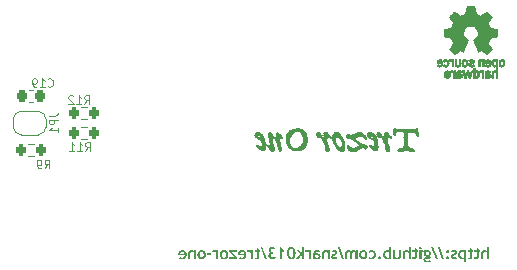
<source format=gbo>
%TF.GenerationSoftware,KiCad,Pcbnew,7.0.1-0*%
%TF.CreationDate,2023-10-13T23:04:16+03:00*%
%TF.ProjectId,trezor_v1.1,7472657a-6f72-45f7-9631-2e312e6b6963,rev?*%
%TF.SameCoordinates,Original*%
%TF.FileFunction,Legend,Bot*%
%TF.FilePolarity,Positive*%
%FSLAX46Y46*%
G04 Gerber Fmt 4.6, Leading zero omitted, Abs format (unit mm)*
G04 Created by KiCad (PCBNEW 7.0.1-0) date 2023-10-13 23:04:16*
%MOMM*%
%LPD*%
G01*
G04 APERTURE LIST*
G04 Aperture macros list*
%AMRoundRect*
0 Rectangle with rounded corners*
0 $1 Rounding radius*
0 $2 $3 $4 $5 $6 $7 $8 $9 X,Y pos of 4 corners*
0 Add a 4 corners polygon primitive as box body*
4,1,4,$2,$3,$4,$5,$6,$7,$8,$9,$2,$3,0*
0 Add four circle primitives for the rounded corners*
1,1,$1+$1,$2,$3*
1,1,$1+$1,$4,$5*
1,1,$1+$1,$6,$7*
1,1,$1+$1,$8,$9*
0 Add four rect primitives between the rounded corners*
20,1,$1+$1,$2,$3,$4,$5,0*
20,1,$1+$1,$4,$5,$6,$7,0*
20,1,$1+$1,$6,$7,$8,$9,0*
20,1,$1+$1,$8,$9,$2,$3,0*%
%AMFreePoly0*
4,1,19,0.500000,-0.750000,0.000000,-0.750000,0.000000,-0.744911,-0.071157,-0.744911,-0.207708,-0.704816,-0.327430,-0.627875,-0.420627,-0.520320,-0.479746,-0.390866,-0.500000,-0.250000,-0.500000,0.250000,-0.479746,0.390866,-0.420627,0.520320,-0.327430,0.627875,-0.207708,0.704816,-0.071157,0.744911,0.000000,0.744911,0.000000,0.750000,0.500000,0.750000,0.500000,-0.750000,0.500000,-0.750000,
$1*%
%AMFreePoly1*
4,1,19,0.000000,0.744911,0.071157,0.744911,0.207708,0.704816,0.327430,0.627875,0.420627,0.520320,0.479746,0.390866,0.500000,0.250000,0.500000,-0.250000,0.479746,-0.390866,0.420627,-0.520320,0.327430,-0.627875,0.207708,-0.704816,0.071157,-0.744911,0.000000,-0.744911,0.000000,-0.750000,-0.500000,-0.750000,-0.500000,0.750000,0.000000,0.750000,0.000000,0.744911,0.000000,0.744911,
$1*%
G04 Aperture macros list end*
%ADD10C,0.240000*%
%ADD11C,0.200000*%
%ADD12C,0.120000*%
%ADD13C,0.010000*%
%ADD14C,0.400000*%
%ADD15RoundRect,0.101600X1.100000X0.175000X-1.100000X0.175000X-1.100000X-0.175000X1.100000X-0.175000X0*%
%ADD16RoundRect,0.101600X0.553200X0.553200X-0.553200X0.553200X-0.553200X-0.553200X0.553200X-0.553200X0*%
%ADD17C,1.309600*%
%ADD18C,0.650000*%
%ADD19O,2.100000X1.000000*%
%ADD20O,1.600000X1.000000*%
%ADD21RoundRect,0.225000X0.225000X0.250000X-0.225000X0.250000X-0.225000X-0.250000X0.225000X-0.250000X0*%
%ADD22RoundRect,0.200000X0.200000X0.275000X-0.200000X0.275000X-0.200000X-0.275000X0.200000X-0.275000X0*%
%ADD23RoundRect,0.200000X-0.200000X-0.275000X0.200000X-0.275000X0.200000X0.275000X-0.200000X0.275000X0*%
%ADD24FreePoly0,180.000000*%
%ADD25FreePoly1,180.000000*%
G04 APERTURE END LIST*
D10*
G36*
X153049157Y-105397358D02*
G01*
X153026982Y-105407188D01*
X153012813Y-105428426D01*
X153002889Y-105450270D01*
X152994074Y-105473083D01*
X152987021Y-105494665D01*
X152979849Y-105518914D01*
X152973647Y-105543302D01*
X152968849Y-105565593D01*
X152964563Y-105589608D01*
X152961925Y-105612909D01*
X152961815Y-105617177D01*
X152961815Y-105864546D01*
X152961815Y-105888348D01*
X152961815Y-105913078D01*
X152961815Y-105917889D01*
X152962731Y-105942721D01*
X152965479Y-105968126D01*
X152969518Y-105991480D01*
X152971194Y-105999368D01*
X152977675Y-106022408D01*
X152986568Y-106044706D01*
X152997871Y-106066261D01*
X153005193Y-106077916D01*
X153022160Y-106097391D01*
X153043020Y-106109653D01*
X153067772Y-106114702D01*
X153073190Y-106114846D01*
X153100230Y-106113415D01*
X153123904Y-106109124D01*
X153146838Y-106100716D01*
X153167385Y-106086790D01*
X153169324Y-106084951D01*
X153184795Y-106067161D01*
X153197578Y-106047424D01*
X153207670Y-106025739D01*
X153212115Y-106012850D01*
X153218906Y-105988878D01*
X153224769Y-105964442D01*
X153229704Y-105939542D01*
X153232046Y-105925509D01*
X153236414Y-105900862D01*
X153242267Y-105877698D01*
X153250510Y-105853702D01*
X153254321Y-105844616D01*
X153265701Y-105823584D01*
X153281657Y-105803491D01*
X153299288Y-105787989D01*
X153301215Y-105786584D01*
X153324124Y-105774837D01*
X153347480Y-105768572D01*
X153371583Y-105765375D01*
X153399108Y-105764309D01*
X153587272Y-105764309D01*
X153611604Y-105766126D01*
X153622443Y-105767826D01*
X153645982Y-105772634D01*
X153658787Y-105776618D01*
X153682201Y-105784258D01*
X153704509Y-105791273D01*
X153729053Y-105792674D01*
X153754719Y-105797852D01*
X153777186Y-105806844D01*
X153798948Y-105821791D01*
X153808263Y-105831133D01*
X153823651Y-105852346D01*
X153834642Y-105876123D01*
X153840652Y-105899032D01*
X153843297Y-105923904D01*
X153843434Y-105931371D01*
X153843434Y-106094330D01*
X153843434Y-106119096D01*
X153843434Y-106139466D01*
X153835581Y-106161588D01*
X153821159Y-106178154D01*
X153843434Y-106317665D01*
X153843434Y-106859884D01*
X153843084Y-106883377D01*
X153841790Y-106908494D01*
X153839143Y-106934176D01*
X153834676Y-106959215D01*
X153833469Y-106964225D01*
X153826417Y-106987031D01*
X153817601Y-107008944D01*
X153807677Y-107027533D01*
X153792931Y-107047841D01*
X153776390Y-107065680D01*
X153771334Y-107070324D01*
X153753096Y-107086038D01*
X153736163Y-107101978D01*
X153712312Y-107109562D01*
X153689415Y-107117072D01*
X153664793Y-107125434D01*
X153646477Y-107131873D01*
X153622051Y-107138957D01*
X153598082Y-107143308D01*
X153571988Y-107145827D01*
X153547412Y-107146528D01*
X153520127Y-107151584D01*
X153494546Y-107157665D01*
X153470668Y-107164773D01*
X153448494Y-107172906D01*
X153423172Y-107184515D01*
X153400511Y-107197727D01*
X153380513Y-107212542D01*
X153376833Y-107215697D01*
X153356912Y-107234890D01*
X153341112Y-107254660D01*
X153329434Y-107275007D01*
X153321019Y-107299475D01*
X153318214Y-107324727D01*
X153320430Y-107349640D01*
X153327078Y-107373598D01*
X153338158Y-107396603D01*
X153353669Y-107418654D01*
X153364523Y-107430826D01*
X153383194Y-107447553D01*
X153404915Y-107461683D01*
X153429685Y-107473217D01*
X153452658Y-107480845D01*
X153477748Y-107486670D01*
X153499345Y-107490031D01*
X153523638Y-107488438D01*
X153548560Y-107483066D01*
X153566170Y-107476549D01*
X153588289Y-107467536D01*
X153610577Y-107459261D01*
X153621857Y-107455446D01*
X153646266Y-107453548D01*
X153671545Y-107452655D01*
X153687510Y-107452515D01*
X153710991Y-107452515D01*
X153735274Y-107452515D01*
X153760359Y-107452515D01*
X153765472Y-107452515D01*
X153790637Y-107451714D01*
X153815572Y-107449310D01*
X153840279Y-107445302D01*
X153845193Y-107444309D01*
X153868113Y-107438264D01*
X153890417Y-107429498D01*
X153909673Y-107418517D01*
X153923741Y-107418517D01*
X154210385Y-107418517D01*
X154234411Y-107421770D01*
X154258981Y-107427298D01*
X154283028Y-107433457D01*
X154290692Y-107435516D01*
X154314611Y-107441293D01*
X154339766Y-107445875D01*
X154366158Y-107449261D01*
X154393787Y-107451453D01*
X154417755Y-107452366D01*
X154432548Y-107452515D01*
X154459109Y-107452515D01*
X154484279Y-107452515D01*
X154508056Y-107452515D01*
X154530441Y-107452515D01*
X154556037Y-107452515D01*
X154579668Y-107452515D01*
X154603642Y-107452515D01*
X154606058Y-107452515D01*
X154629678Y-107452515D01*
X154653400Y-107452515D01*
X154658228Y-107452515D01*
X154676986Y-107464825D01*
X154699853Y-107474081D01*
X154726555Y-107476915D01*
X154754056Y-107477708D01*
X154758466Y-107477721D01*
X154776491Y-107462004D01*
X154780741Y-107456032D01*
X154794204Y-107436008D01*
X154794809Y-107434344D01*
X154798512Y-107410793D01*
X154798912Y-107396242D01*
X154789922Y-107373393D01*
X154780097Y-107351007D01*
X154769438Y-107329085D01*
X154763155Y-107317107D01*
X154750511Y-107295068D01*
X154738055Y-107274551D01*
X154724682Y-107253577D01*
X154723295Y-107251454D01*
X154708205Y-107230434D01*
X154693254Y-107211908D01*
X154677005Y-107193752D01*
X154669366Y-107185802D01*
X154644270Y-107177009D01*
X154620566Y-107168803D01*
X154598255Y-107161182D01*
X154577335Y-107154148D01*
X154554364Y-107145225D01*
X154531393Y-107136995D01*
X154510510Y-107130115D01*
X154486756Y-107123283D01*
X154465960Y-107119563D01*
X154303002Y-107082634D01*
X154283725Y-107067249D01*
X154278968Y-107057428D01*
X154270633Y-107033578D01*
X154264918Y-107010277D01*
X154262555Y-106997637D01*
X154259438Y-106972836D01*
X154257524Y-106948454D01*
X154256416Y-106921874D01*
X154256107Y-106896814D01*
X154256107Y-106541001D01*
X154251806Y-106517149D01*
X154243590Y-106493340D01*
X154240866Y-106486486D01*
X154229143Y-106462452D01*
X154229143Y-106040401D01*
X154228245Y-106016230D01*
X154225291Y-105991329D01*
X154224453Y-105986472D01*
X154220666Y-105962773D01*
X154219177Y-105938405D01*
X154227970Y-105916716D01*
X154240685Y-105896323D01*
X154252004Y-105882131D01*
X154268898Y-105864936D01*
X154286002Y-105852236D01*
X154307864Y-105841468D01*
X154322346Y-105839340D01*
X154696330Y-105839340D01*
X154723338Y-105840406D01*
X154747429Y-105843604D01*
X154771389Y-105849868D01*
X154793790Y-105860245D01*
X154795981Y-105861615D01*
X154815742Y-105876373D01*
X154832526Y-105893534D01*
X154846334Y-105913101D01*
X154848738Y-105917302D01*
X154859603Y-105939582D01*
X154868750Y-105963922D01*
X154875515Y-105987590D01*
X154877461Y-105995851D01*
X154883293Y-106020302D01*
X154890238Y-106044197D01*
X154898295Y-106067536D01*
X154903253Y-106080261D01*
X154913691Y-106101802D01*
X154926540Y-106121580D01*
X154941800Y-106139597D01*
X154951320Y-106148845D01*
X154971114Y-106162446D01*
X154995545Y-106171596D01*
X155021153Y-106175992D01*
X155042764Y-106176981D01*
X155068009Y-106174878D01*
X155092739Y-106167321D01*
X155113072Y-106154270D01*
X155129009Y-106135722D01*
X155130692Y-106133018D01*
X155141976Y-106110523D01*
X155150036Y-106087588D01*
X155154872Y-106064214D01*
X155156484Y-106040401D01*
X155155110Y-106015625D01*
X155152967Y-105995265D01*
X155149916Y-105970781D01*
X155146477Y-105945911D01*
X155144760Y-105934302D01*
X155140570Y-105909357D01*
X155136574Y-105885960D01*
X155134795Y-105875683D01*
X155130679Y-105851500D01*
X155129519Y-105837581D01*
X155088487Y-105671106D01*
X155086215Y-105647195D01*
X155083211Y-105624797D01*
X155079284Y-105600525D01*
X155074098Y-105575338D01*
X155068353Y-105551886D01*
X155066212Y-105543904D01*
X155058685Y-105520014D01*
X155049952Y-105497144D01*
X155040014Y-105475295D01*
X155033972Y-105463597D01*
X155020084Y-105444122D01*
X154999641Y-105430274D01*
X154979457Y-105426667D01*
X154955167Y-105428096D01*
X154931431Y-105433119D01*
X154909518Y-105442942D01*
X154900322Y-105449528D01*
X154880896Y-105465592D01*
X154862395Y-105480796D01*
X154843092Y-105496572D01*
X154841117Y-105498182D01*
X154823532Y-105514513D01*
X154803602Y-105528663D01*
X154780032Y-105536896D01*
X154755156Y-105539204D01*
X154753190Y-105539214D01*
X154728968Y-105533920D01*
X154706066Y-105524853D01*
X154696330Y-105520457D01*
X154672597Y-105510565D01*
X154650060Y-105503915D01*
X154631264Y-105501699D01*
X154554474Y-105501699D01*
X154538379Y-105518952D01*
X154531613Y-105522215D01*
X154508800Y-105530917D01*
X154503476Y-105533353D01*
X154480585Y-105539008D01*
X154474753Y-105539214D01*
X153976498Y-105539214D01*
X153885053Y-105521629D01*
X153790678Y-105539214D01*
X153765069Y-105538555D01*
X153738801Y-105536577D01*
X153711873Y-105533279D01*
X153684286Y-105528663D01*
X153660793Y-105523809D01*
X153646477Y-105520457D01*
X153622454Y-105515053D01*
X153598746Y-105510565D01*
X153575353Y-105506993D01*
X153547698Y-105503915D01*
X153520495Y-105502157D01*
X153498173Y-105501699D01*
X153333455Y-105501699D01*
X153308427Y-105500941D01*
X153284633Y-105498669D01*
X153258950Y-105494218D01*
X153234880Y-105487788D01*
X153229115Y-105485872D01*
X153206950Y-105477848D01*
X153183678Y-105468559D01*
X153162168Y-105458992D01*
X153148808Y-105452459D01*
X153128223Y-105441102D01*
X153107959Y-105428609D01*
X153090189Y-105416116D01*
X153070506Y-105403293D01*
X153049157Y-105397358D01*
G37*
G36*
X152391459Y-105744965D02*
G01*
X152367111Y-105742291D01*
X152343013Y-105745794D01*
X152329324Y-105756102D01*
X152312077Y-105772804D01*
X152291600Y-105785612D01*
X152275395Y-105793618D01*
X152253716Y-105806797D01*
X152233520Y-105821274D01*
X152214808Y-105837049D01*
X152205053Y-105846374D01*
X152190035Y-105864772D01*
X152179113Y-105888151D01*
X152174471Y-105911834D01*
X152173986Y-105923164D01*
X152178657Y-105946337D01*
X152181020Y-105960680D01*
X152182852Y-105984551D01*
X152181020Y-106008536D01*
X152175524Y-106032636D01*
X152173986Y-106037470D01*
X152175371Y-106062412D01*
X152179035Y-106086409D01*
X152184988Y-106111665D01*
X152185709Y-106114260D01*
X152191125Y-106137844D01*
X152193543Y-106162343D01*
X152192157Y-106175223D01*
X152177182Y-106193770D01*
X152175744Y-106195153D01*
X152161090Y-106209221D01*
X152152297Y-106210980D01*
X152130913Y-106201006D01*
X152112180Y-106184602D01*
X152096841Y-106166714D01*
X152085472Y-106151189D01*
X152071424Y-106130609D01*
X152057418Y-106108874D01*
X152043452Y-106085986D01*
X152029528Y-106061943D01*
X152017956Y-106041026D01*
X152011027Y-106028091D01*
X151999289Y-106006307D01*
X151987522Y-105984551D01*
X151975727Y-105962824D01*
X151963903Y-105941125D01*
X151952051Y-105919455D01*
X151940170Y-105897814D01*
X151935409Y-105889166D01*
X151923348Y-105868580D01*
X151908950Y-105846599D01*
X151894634Y-105827584D01*
X151878036Y-105809152D01*
X151859205Y-105793032D01*
X151747244Y-105764309D01*
X151722750Y-105764309D01*
X151699764Y-105764309D01*
X151674968Y-105764309D01*
X151656386Y-105764309D01*
X151634172Y-105778325D01*
X151614792Y-105793629D01*
X151595277Y-105813695D01*
X151579841Y-105835615D01*
X151568486Y-105859389D01*
X151563183Y-105876270D01*
X151556939Y-105901116D01*
X151550539Y-105927342D01*
X151545094Y-105950596D01*
X151540038Y-105973530D01*
X151537977Y-105983541D01*
X151538602Y-106007712D01*
X151543042Y-106034576D01*
X151549884Y-106059745D01*
X151557726Y-106082230D01*
X151567515Y-106106090D01*
X151571976Y-106116018D01*
X151584031Y-106140470D01*
X151597118Y-106163634D01*
X151611234Y-106185510D01*
X151626381Y-106206098D01*
X151642558Y-106225398D01*
X151659766Y-106243410D01*
X151666937Y-106250254D01*
X151687499Y-106261573D01*
X151709060Y-106271989D01*
X151714418Y-106274288D01*
X151737501Y-106283299D01*
X151758968Y-106290701D01*
X151782638Y-106289691D01*
X151791208Y-106288356D01*
X151813603Y-106280255D01*
X151816414Y-106278977D01*
X151839737Y-106272996D01*
X151843965Y-106272529D01*
X151868050Y-106270855D01*
X151876205Y-106270771D01*
X151901121Y-106274442D01*
X151923653Y-106284150D01*
X151943833Y-106298076D01*
X151948305Y-106301838D01*
X151966184Y-106317445D01*
X151984062Y-106333785D01*
X152001941Y-106350858D01*
X152019819Y-106368663D01*
X152036452Y-106390187D01*
X152051911Y-106412627D01*
X152066196Y-106435983D01*
X152079308Y-106460254D01*
X152091246Y-106485442D01*
X152102011Y-106511545D01*
X152105988Y-106522243D01*
X152114770Y-106549071D01*
X152122063Y-106575698D01*
X152127867Y-106602125D01*
X152132183Y-106628351D01*
X152135011Y-106654377D01*
X152136351Y-106680203D01*
X152136470Y-106690478D01*
X152153471Y-106707005D01*
X152170844Y-106724275D01*
X152188587Y-106742286D01*
X152198605Y-106752613D01*
X152215488Y-106772288D01*
X152229868Y-106793726D01*
X152241743Y-106816925D01*
X152247258Y-106830575D01*
X152256234Y-106852960D01*
X152262646Y-106876151D01*
X152266493Y-106900148D01*
X152267775Y-106924951D01*
X152268947Y-106949680D01*
X152272464Y-106974043D01*
X152278326Y-106998040D01*
X152286533Y-107021671D01*
X152286533Y-107046297D01*
X152286533Y-107071104D01*
X152286533Y-107095257D01*
X152286533Y-107111357D01*
X152287082Y-107138101D01*
X152288465Y-107162104D01*
X152290689Y-107186668D01*
X152293754Y-107211792D01*
X152295325Y-107222732D01*
X152299425Y-107247896D01*
X152304029Y-107272612D01*
X152309138Y-107296879D01*
X152314752Y-107320697D01*
X152318187Y-107334106D01*
X152324566Y-107356907D01*
X152332406Y-107382277D01*
X152340832Y-107406915D01*
X152349845Y-107430821D01*
X152351013Y-107433757D01*
X152372592Y-107447434D01*
X152395418Y-107459449D01*
X152417251Y-107468928D01*
X152439943Y-107477286D01*
X152463322Y-107484041D01*
X152487387Y-107489193D01*
X152492283Y-107490031D01*
X152516343Y-107495410D01*
X152541701Y-107499675D01*
X152565331Y-107502533D01*
X152583727Y-107504099D01*
X152607241Y-107497928D01*
X152627763Y-107484422D01*
X152641759Y-107471859D01*
X152657639Y-107454044D01*
X152667551Y-107441378D01*
X152716791Y-107343485D01*
X152717880Y-107319872D01*
X152716196Y-107295400D01*
X152712752Y-107269754D01*
X152710343Y-107255558D01*
X152705586Y-107229656D01*
X152700549Y-107203754D01*
X152695232Y-107177852D01*
X152689634Y-107151950D01*
X152686309Y-107137149D01*
X152680523Y-107111892D01*
X152674961Y-107087926D01*
X152668880Y-107062115D01*
X152663091Y-107037990D01*
X152661690Y-107032222D01*
X152656022Y-107009002D01*
X152651111Y-106985449D01*
X152649966Y-106975362D01*
X152636356Y-106954292D01*
X152623663Y-106933068D01*
X152611888Y-106911689D01*
X152601029Y-106890155D01*
X152591087Y-106868467D01*
X152582063Y-106846624D01*
X152571456Y-106817260D01*
X152562481Y-106787621D01*
X152555135Y-106757708D01*
X152552073Y-106742648D01*
X152546166Y-106712359D01*
X152540167Y-106682161D01*
X152534076Y-106652055D01*
X152527893Y-106622041D01*
X152521619Y-106592118D01*
X152515254Y-106562287D01*
X152508797Y-106532547D01*
X152502248Y-106502899D01*
X152528626Y-106286598D01*
X152540905Y-106265560D01*
X152557935Y-106257288D01*
X152581505Y-106259355D01*
X152600727Y-106263150D01*
X152623588Y-106268536D01*
X152647218Y-106276401D01*
X152668321Y-106287502D01*
X152671069Y-106289528D01*
X152689951Y-106305689D01*
X152707030Y-106323394D01*
X152709170Y-106325872D01*
X152725975Y-106344393D01*
X152742830Y-106361070D01*
X152748445Y-106366318D01*
X152768248Y-106379233D01*
X152790531Y-106387430D01*
X152814931Y-106392926D01*
X152828752Y-106395041D01*
X152852119Y-106391092D01*
X152871243Y-106375924D01*
X152879750Y-106354595D01*
X152884764Y-106330438D01*
X152890016Y-106307303D01*
X152894990Y-106287770D01*
X152897377Y-106262866D01*
X152893252Y-106238931D01*
X152883853Y-106218014D01*
X152870675Y-106197876D01*
X152855322Y-106179225D01*
X152837794Y-106162063D01*
X152834027Y-106158810D01*
X152814347Y-106142495D01*
X152795557Y-106128106D01*
X152775748Y-106113994D01*
X152766616Y-106107812D01*
X152746493Y-106093633D01*
X152727667Y-106079455D01*
X152708273Y-106063702D01*
X152700964Y-106057400D01*
X152684687Y-106039200D01*
X152669196Y-106019990D01*
X152654489Y-105999770D01*
X152640569Y-105978540D01*
X152632967Y-105965956D01*
X152619831Y-105943840D01*
X152606584Y-105922118D01*
X152593224Y-105900788D01*
X152579752Y-105879851D01*
X152572004Y-105868063D01*
X152557879Y-105848136D01*
X152542688Y-105829386D01*
X152526431Y-105811815D01*
X152509108Y-105795422D01*
X152498731Y-105786584D01*
X152479172Y-105772771D01*
X152457426Y-105761595D01*
X152433491Y-105753056D01*
X152407369Y-105747154D01*
X152391459Y-105744965D01*
G37*
G36*
X151033970Y-105763722D02*
G01*
X151057620Y-105766333D01*
X151082502Y-105771233D01*
X151108614Y-105778423D01*
X151135956Y-105787903D01*
X151158717Y-105797135D01*
X151181780Y-105807494D01*
X151204659Y-105818640D01*
X151227355Y-105830575D01*
X151249868Y-105843297D01*
X151272198Y-105856806D01*
X151294345Y-105871104D01*
X151316308Y-105886189D01*
X151338089Y-105902062D01*
X151359310Y-105918585D01*
X151379891Y-105935621D01*
X151399830Y-105953169D01*
X151419129Y-105971231D01*
X151437786Y-105989806D01*
X151455802Y-106008893D01*
X151473176Y-106028494D01*
X151489910Y-106048607D01*
X151501705Y-106063838D01*
X151515828Y-106084002D01*
X151530906Y-106108975D01*
X151543122Y-106133690D01*
X151552476Y-106158148D01*
X151558968Y-106182348D01*
X151562597Y-106206290D01*
X151608319Y-106314148D01*
X151609565Y-106317150D01*
X151618907Y-106339518D01*
X151628249Y-106361629D01*
X151632371Y-106373078D01*
X151639635Y-106397900D01*
X151644117Y-106421424D01*
X151645835Y-106446039D01*
X151654564Y-106462515D01*
X151659317Y-106485900D01*
X151659245Y-106491716D01*
X151656386Y-106515209D01*
X151652869Y-106529277D01*
X151665179Y-106541587D01*
X151667524Y-106558037D01*
X151670862Y-106581535D01*
X151674452Y-106606860D01*
X151678075Y-106632445D01*
X151679108Y-106640167D01*
X151682288Y-106663660D01*
X151685592Y-106687647D01*
X151689020Y-106712130D01*
X151692571Y-106737107D01*
X151696247Y-106762578D01*
X151696830Y-106766855D01*
X151700238Y-106792134D01*
X151703480Y-106816754D01*
X151706557Y-106840714D01*
X151709470Y-106864015D01*
X151712660Y-106890366D01*
X151715172Y-106914108D01*
X151717496Y-106938286D01*
X151719108Y-106963639D01*
X151719108Y-107015223D01*
X151730831Y-107087909D01*
X151726696Y-107094209D01*
X151715591Y-107114874D01*
X151709139Y-107133248D01*
X151705625Y-107157665D01*
X151705625Y-107213353D01*
X151704513Y-107229499D01*
X151699567Y-107253047D01*
X151691557Y-107276660D01*
X151688706Y-107283245D01*
X151677715Y-107305043D01*
X151664435Y-107326613D01*
X151650524Y-107345830D01*
X151641912Y-107356085D01*
X151625472Y-107373607D01*
X151607826Y-107389924D01*
X151588975Y-107405034D01*
X151586812Y-107406589D01*
X151565060Y-107419801D01*
X151543078Y-107428777D01*
X151518633Y-107433757D01*
X151493391Y-107433757D01*
X151468075Y-107433757D01*
X151442686Y-107433757D01*
X151417224Y-107433757D01*
X151413989Y-107433703D01*
X151390735Y-107430277D01*
X151366416Y-107421521D01*
X151344723Y-107409775D01*
X151322246Y-107394113D01*
X151302918Y-107378070D01*
X151284896Y-107361597D01*
X151265351Y-107346137D01*
X151243800Y-107330204D01*
X151222025Y-107314762D01*
X151214168Y-107309276D01*
X151194388Y-107294999D01*
X151174406Y-107279921D01*
X151154225Y-107264041D01*
X151133843Y-107247360D01*
X151113261Y-107229878D01*
X151092478Y-107211594D01*
X151084159Y-107204074D01*
X151063663Y-107184875D01*
X151043596Y-107165102D01*
X151023958Y-107144758D01*
X151004750Y-107123841D01*
X150985971Y-107102351D01*
X150967621Y-107080289D01*
X150960495Y-107071311D01*
X150944444Y-107048525D01*
X150930912Y-107025252D01*
X150919898Y-107001493D01*
X150911403Y-106977247D01*
X150905426Y-106952514D01*
X150901969Y-106927295D01*
X150903471Y-106902053D01*
X150909573Y-106878640D01*
X150926002Y-106861057D01*
X150948018Y-106853904D01*
X150971725Y-106851092D01*
X150975151Y-106849570D01*
X150999431Y-106849901D01*
X151021550Y-106859298D01*
X151038806Y-106868274D01*
X151060934Y-106879511D01*
X151083016Y-106890511D01*
X151104202Y-106900917D01*
X151107939Y-106903711D01*
X151127283Y-106917999D01*
X151146407Y-106931985D01*
X151160182Y-106941840D01*
X151180845Y-106956211D01*
X151201508Y-106970087D01*
X151208103Y-106974483D01*
X151227511Y-106988771D01*
X151246058Y-107005258D01*
X151260127Y-107008189D01*
X151273098Y-107007029D01*
X151296637Y-106997756D01*
X151315081Y-106981481D01*
X151329296Y-106960708D01*
X151340177Y-106936674D01*
X151347028Y-106912055D01*
X151349849Y-106886849D01*
X151348640Y-106861057D01*
X151348640Y-106719200D01*
X151348603Y-106714427D01*
X151346845Y-106686895D01*
X151342449Y-106661259D01*
X151335414Y-106637518D01*
X151325742Y-106615674D01*
X151311124Y-106592585D01*
X151306282Y-106586400D01*
X151290791Y-106568368D01*
X151273858Y-106551119D01*
X151255483Y-106534654D01*
X151235665Y-106518971D01*
X151214404Y-106504071D01*
X151199438Y-106494344D01*
X151176371Y-106480097D01*
X151152562Y-106466263D01*
X151128011Y-106452840D01*
X151106985Y-106441969D01*
X151085444Y-106431385D01*
X151076681Y-106427167D01*
X151055034Y-106416262D01*
X151033759Y-106404842D01*
X151012856Y-106392906D01*
X150992326Y-106380455D01*
X150972167Y-106367490D01*
X150952381Y-106354009D01*
X150943592Y-106348813D01*
X150921662Y-106335243D01*
X150899789Y-106320843D01*
X150877973Y-106305614D01*
X150856214Y-106289554D01*
X150834513Y-106272664D01*
X150812869Y-106254944D01*
X150800508Y-106243597D01*
X150782607Y-106223107D01*
X150768084Y-106200641D01*
X150756939Y-106176201D01*
X150753204Y-106163499D01*
X151043825Y-106163499D01*
X151045529Y-106173151D01*
X151055915Y-106195510D01*
X151071962Y-106214497D01*
X151090261Y-106231133D01*
X151110499Y-106246384D01*
X151130580Y-106259047D01*
X151148859Y-106268856D01*
X151170697Y-106278831D01*
X151193888Y-106287184D01*
X151214166Y-106292130D01*
X151238438Y-106293046D01*
X151251334Y-106288942D01*
X151251334Y-106270771D01*
X151248372Y-106257703D01*
X151241955Y-106234427D01*
X151237604Y-106219875D01*
X151231990Y-106196325D01*
X151230007Y-106191570D01*
X151219955Y-106167996D01*
X151209674Y-106144766D01*
X151199163Y-106121880D01*
X151195372Y-106114828D01*
X151183301Y-106093678D01*
X151169854Y-106072641D01*
X151167294Y-106068870D01*
X151150510Y-106051538D01*
X151095995Y-106057986D01*
X151089468Y-106060491D01*
X151068445Y-106072641D01*
X151050859Y-106087295D01*
X151043825Y-106107226D01*
X151043825Y-106163499D01*
X150753204Y-106163499D01*
X150749171Y-106149785D01*
X150744780Y-106121395D01*
X150743699Y-106097260D01*
X150744173Y-106072867D01*
X150745595Y-106048928D01*
X150747965Y-106025442D01*
X150751928Y-105998614D01*
X150757182Y-105972404D01*
X150760671Y-105957795D01*
X150768056Y-105933155D01*
X150777068Y-105909693D01*
X150787707Y-105887410D01*
X150799973Y-105866304D01*
X150807758Y-105854883D01*
X150822881Y-105836350D01*
X150839911Y-105819669D01*
X150858849Y-105804838D01*
X150879694Y-105791859D01*
X150899058Y-105782496D01*
X150923370Y-105774021D01*
X150949532Y-105768183D01*
X150973430Y-105765277D01*
X150998689Y-105764309D01*
X151007214Y-105763613D01*
X151033970Y-105763722D01*
G37*
G36*
X149964662Y-105764309D02*
G01*
X149941891Y-105770877D01*
X149921557Y-105782555D01*
X149904872Y-105794204D01*
X149884429Y-105809262D01*
X149863546Y-105825125D01*
X149844913Y-105839667D01*
X149825943Y-105854826D01*
X149820461Y-105859270D01*
X149800746Y-105874108D01*
X149780911Y-105888314D01*
X149763016Y-105900303D01*
X149742124Y-105911663D01*
X149723741Y-105916130D01*
X149703937Y-105929958D01*
X149690329Y-105934302D01*
X149666301Y-105935381D01*
X149655744Y-105935474D01*
X149632022Y-105937306D01*
X149618228Y-105940163D01*
X149596903Y-105951103D01*
X149587747Y-105961266D01*
X149563574Y-105966274D01*
X149557265Y-105968300D01*
X149533378Y-105974895D01*
X149508871Y-105980905D01*
X149505095Y-105981782D01*
X149484925Y-105994070D01*
X149462558Y-106005189D01*
X149461131Y-106005816D01*
X149438247Y-106014136D01*
X149428305Y-106015781D01*
X149402385Y-106014751D01*
X149377381Y-106011659D01*
X149353292Y-106006507D01*
X149348584Y-106005230D01*
X149325080Y-105998097D01*
X149301461Y-105990621D01*
X149277727Y-105982801D01*
X149272967Y-105981196D01*
X149249187Y-105977166D01*
X149223956Y-105972733D01*
X149199694Y-105968300D01*
X149175363Y-105964295D01*
X149149923Y-105961953D01*
X149125835Y-105961266D01*
X149099090Y-105962440D01*
X149071833Y-105966946D01*
X149046700Y-105976475D01*
X149026770Y-105992998D01*
X149017977Y-106009333D01*
X149010796Y-106035015D01*
X149006196Y-106060673D01*
X149003503Y-106085031D01*
X149001965Y-106111574D01*
X149001564Y-106135362D01*
X149001564Y-106202187D01*
X149002952Y-106225886D01*
X149008283Y-106251605D01*
X149017611Y-106274356D01*
X149030938Y-106294140D01*
X149048262Y-106310956D01*
X149058424Y-106318251D01*
X149080000Y-106331544D01*
X149102525Y-106343723D01*
X149125997Y-106354789D01*
X149150418Y-106364743D01*
X149175786Y-106373584D01*
X149184453Y-106376284D01*
X149209520Y-106384097D01*
X149234531Y-106391053D01*
X149259483Y-106397149D01*
X149284379Y-106402387D01*
X149309217Y-106406766D01*
X149333998Y-106410287D01*
X149343895Y-106411454D01*
X149368098Y-106414291D01*
X149391614Y-106417671D01*
X149418926Y-106422445D01*
X149445250Y-106428003D01*
X149470584Y-106434343D01*
X149486923Y-106439005D01*
X149506870Y-106453156D01*
X149524790Y-106470082D01*
X149528542Y-106474176D01*
X149545130Y-106492855D01*
X149561987Y-106511127D01*
X149572506Y-106522243D01*
X149589583Y-106539364D01*
X149607769Y-106556070D01*
X149625263Y-106570896D01*
X149646464Y-106585159D01*
X149668263Y-106595600D01*
X149692466Y-106603637D01*
X149695018Y-106604309D01*
X149715729Y-106619536D01*
X149734076Y-106634219D01*
X149752144Y-106649829D01*
X149760085Y-106657065D01*
X149777653Y-106673876D01*
X149795407Y-106691336D01*
X149813346Y-106709445D01*
X149823392Y-106719787D01*
X149841708Y-106738251D01*
X149858844Y-106754665D01*
X149876787Y-106771078D01*
X149893148Y-106785439D01*
X149912602Y-106801083D01*
X149932862Y-106815188D01*
X149953928Y-106827754D01*
X149975800Y-106838782D01*
X149987890Y-106858943D01*
X149989868Y-106860471D01*
X150009896Y-106873586D01*
X150019177Y-106878642D01*
X150039694Y-106890952D01*
X150047314Y-106901503D01*
X150028080Y-106915242D01*
X150006874Y-106930389D01*
X149998075Y-106936674D01*
X149975635Y-106952286D01*
X149954972Y-106966025D01*
X149932990Y-106980093D01*
X149909689Y-106994491D01*
X149889265Y-107006741D01*
X149880838Y-107011706D01*
X149859535Y-107023962D01*
X149838489Y-107035817D01*
X149817701Y-107047272D01*
X149793095Y-107060488D01*
X149768860Y-107073128D01*
X149748947Y-107083220D01*
X149726162Y-107093977D01*
X149702548Y-107103715D01*
X149679476Y-107111134D01*
X149654572Y-107114874D01*
X149633428Y-107126574D01*
X149628780Y-107127184D01*
X149605120Y-107126749D01*
X149595367Y-107125425D01*
X149571187Y-107121322D01*
X149547866Y-107115808D01*
X149544369Y-107114874D01*
X149518822Y-107113802D01*
X149495377Y-107110587D01*
X149470681Y-107104128D01*
X149448847Y-107094751D01*
X149432408Y-107084392D01*
X149412222Y-107068309D01*
X149392695Y-107051127D01*
X149373827Y-107032845D01*
X149355618Y-107013464D01*
X149339466Y-106996222D01*
X149322808Y-106979372D01*
X149305646Y-106962915D01*
X149287978Y-106946850D01*
X149277656Y-106937847D01*
X149257789Y-106923686D01*
X149235117Y-106913003D01*
X149209639Y-106905798D01*
X149185569Y-106902391D01*
X149163937Y-106901503D01*
X149138841Y-106902456D01*
X149112973Y-106905805D01*
X149089608Y-106911565D01*
X149075423Y-106916744D01*
X149056258Y-106933597D01*
X149046036Y-106957630D01*
X149041351Y-106981810D01*
X149039399Y-107005990D01*
X149039080Y-107022257D01*
X149043476Y-107046826D01*
X149047872Y-107070709D01*
X149052269Y-107093904D01*
X149057545Y-107120832D01*
X149062820Y-107146770D01*
X149067217Y-107167630D01*
X149073536Y-107192450D01*
X149080696Y-107217158D01*
X149088699Y-107241754D01*
X149097542Y-107266237D01*
X149102974Y-107280177D01*
X149112827Y-107302605D01*
X149124981Y-107323497D01*
X149141513Y-107342502D01*
X149153972Y-107351106D01*
X149173746Y-107364734D01*
X149193502Y-107377484D01*
X149218172Y-107392184D01*
X149242813Y-107405511D01*
X149267425Y-107417463D01*
X149292008Y-107428042D01*
X149311655Y-107435516D01*
X149336619Y-107444420D01*
X149362785Y-107453182D01*
X149390154Y-107461800D01*
X149412914Y-107468591D01*
X149436444Y-107475291D01*
X149460743Y-107481899D01*
X149485812Y-107488416D01*
X149492199Y-107490031D01*
X149601229Y-107490031D01*
X149684467Y-107480652D01*
X149707328Y-107487100D01*
X149730922Y-107490339D01*
X149740154Y-107490617D01*
X149763856Y-107490617D01*
X149775912Y-107490617D01*
X149796068Y-107475599D01*
X149816090Y-107460880D01*
X149835979Y-107446459D01*
X149855733Y-107432338D01*
X149875354Y-107418515D01*
X149894840Y-107404991D01*
X149920614Y-107387424D01*
X149946150Y-107370388D01*
X149971447Y-107353883D01*
X149984006Y-107345830D01*
X150005704Y-107332394D01*
X150027714Y-107319049D01*
X150050034Y-107305795D01*
X150072667Y-107292634D01*
X150095610Y-107279564D01*
X150118865Y-107266585D01*
X150142432Y-107253698D01*
X150166309Y-107240903D01*
X150189793Y-107228621D01*
X150212471Y-107217273D01*
X150234343Y-107206859D01*
X150260550Y-107195155D01*
X150285497Y-107184911D01*
X150309185Y-107176127D01*
X150331613Y-107168803D01*
X150401955Y-107168803D01*
X150427211Y-107170234D01*
X150451555Y-107175114D01*
X150472297Y-107183457D01*
X150493818Y-107195468D01*
X150514566Y-107208640D01*
X150523881Y-107215111D01*
X150543788Y-107229496D01*
X150563501Y-107244075D01*
X150572534Y-107250868D01*
X150594573Y-107262890D01*
X150618632Y-107268179D01*
X150625877Y-107268454D01*
X150651648Y-107267309D01*
X150675473Y-107263874D01*
X150701494Y-107256730D01*
X150724713Y-107246289D01*
X150745128Y-107232550D01*
X150757182Y-107221559D01*
X150772521Y-107203397D01*
X150786405Y-107180748D01*
X150795970Y-107156530D01*
X150801216Y-107130740D01*
X150802318Y-107111357D01*
X150801548Y-107085125D01*
X150799240Y-107058600D01*
X150795958Y-107035151D01*
X150791499Y-107011477D01*
X150790008Y-107004672D01*
X150781365Y-106979839D01*
X150769178Y-106956992D01*
X150755654Y-106936851D01*
X150739068Y-106915707D01*
X150723593Y-106898072D01*
X150706159Y-106879795D01*
X150701494Y-106875125D01*
X150679155Y-106864244D01*
X150656505Y-106856008D01*
X150636428Y-106850505D01*
X150613233Y-106845582D01*
X150589808Y-106841804D01*
X150566155Y-106839171D01*
X150561397Y-106838782D01*
X150537697Y-106836927D01*
X150514227Y-106835759D01*
X150488674Y-106835268D01*
X150486365Y-106835265D01*
X150462916Y-106835265D01*
X150438681Y-106835265D01*
X150428919Y-106835265D01*
X150407839Y-106818861D01*
X150386730Y-106804089D01*
X150365593Y-106790949D01*
X150344426Y-106779440D01*
X150318989Y-106767783D01*
X150293511Y-106758475D01*
X150268699Y-106750245D01*
X150245700Y-106742263D01*
X150221161Y-106733263D01*
X150199090Y-106724600D01*
X150182136Y-106717442D01*
X150163351Y-106698895D01*
X150144511Y-106680769D01*
X150125615Y-106663064D01*
X150106665Y-106645781D01*
X150087660Y-106628919D01*
X150068600Y-106612479D01*
X150049485Y-106596459D01*
X150030315Y-106580861D01*
X150011035Y-106565273D01*
X149991883Y-106549281D01*
X149972860Y-106532886D01*
X149953965Y-106516088D01*
X149935198Y-106498887D01*
X149916559Y-106481284D01*
X149898048Y-106463277D01*
X149879666Y-106444867D01*
X149868731Y-106423878D01*
X149855203Y-106402500D01*
X149840575Y-106383907D01*
X149822806Y-106366318D01*
X149805186Y-106350084D01*
X149790568Y-106331253D01*
X149789394Y-106326458D01*
X149793474Y-106303047D01*
X149802290Y-106288942D01*
X149820929Y-106273647D01*
X149834530Y-106266667D01*
X149857218Y-106258292D01*
X149873218Y-106254944D01*
X149896645Y-106251595D01*
X149900769Y-106251427D01*
X149930664Y-106251427D01*
X149952912Y-106243218D01*
X149973455Y-106232669D01*
X149996206Y-106223876D01*
X150004523Y-106220945D01*
X150027503Y-106214724D01*
X150031487Y-106214497D01*
X150056093Y-106213013D01*
X150079862Y-106210096D01*
X150081899Y-106209808D01*
X150107178Y-106205878D01*
X150131509Y-106201552D01*
X150152241Y-106197498D01*
X150177612Y-106191693D01*
X150201228Y-106186567D01*
X150225587Y-106181533D01*
X150236651Y-106179326D01*
X150261271Y-106180872D01*
X150284572Y-106185508D01*
X150310089Y-106194825D01*
X150333811Y-106208349D01*
X150352715Y-106223290D01*
X150370960Y-106240168D01*
X150389205Y-106257829D01*
X150407450Y-106276273D01*
X150425695Y-106295500D01*
X150443940Y-106315511D01*
X150450022Y-106322355D01*
X150468679Y-106342612D01*
X150488160Y-106362499D01*
X150508466Y-106382015D01*
X150526017Y-106397995D01*
X150544141Y-106413717D01*
X150559052Y-106426109D01*
X150578481Y-106440125D01*
X150599398Y-106451766D01*
X150621803Y-106461031D01*
X150645697Y-106467920D01*
X150671079Y-106472434D01*
X150697950Y-106474572D01*
X150709115Y-106474762D01*
X150733377Y-106471091D01*
X150752835Y-106455800D01*
X150757768Y-106443695D01*
X150762322Y-106420000D01*
X150764692Y-106396507D01*
X150764802Y-106390938D01*
X150764802Y-106355181D01*
X150763085Y-106326333D01*
X150759238Y-106302862D01*
X150753193Y-106279044D01*
X150744950Y-106254878D01*
X150734508Y-106230363D01*
X150721869Y-106205501D01*
X150707031Y-106180291D01*
X150694460Y-106161154D01*
X150680857Y-106141944D01*
X150666646Y-106123002D01*
X150651827Y-106104328D01*
X150636400Y-106085922D01*
X150620366Y-106067783D01*
X150603723Y-106049912D01*
X150586472Y-106032310D01*
X150568614Y-106014975D01*
X150550147Y-105997908D01*
X150531073Y-105981109D01*
X150518019Y-105970059D01*
X150497992Y-105953725D01*
X150477696Y-105937917D01*
X150457133Y-105922635D01*
X150436301Y-105907878D01*
X150415202Y-105893646D01*
X150393835Y-105879940D01*
X150372200Y-105866760D01*
X150350297Y-105854105D01*
X150328127Y-105841975D01*
X150305688Y-105830371D01*
X150290580Y-105822927D01*
X150268009Y-105812451D01*
X150245799Y-105803006D01*
X150216746Y-105792015D01*
X150188335Y-105782856D01*
X150160564Y-105775529D01*
X150133435Y-105770033D01*
X150106947Y-105766369D01*
X150081100Y-105764538D01*
X150068417Y-105764309D01*
X149964662Y-105764309D01*
G37*
G36*
X148253382Y-105797204D02*
G01*
X148277158Y-105799213D01*
X148300422Y-105804708D01*
X148322178Y-105814720D01*
X148338010Y-105824885D01*
X148358110Y-105840314D01*
X148375521Y-105856339D01*
X148390599Y-105871761D01*
X148407317Y-105889650D01*
X148424174Y-105908510D01*
X148427293Y-105911933D01*
X148444122Y-105928431D01*
X148463013Y-105943898D01*
X148483965Y-105958335D01*
X148494553Y-105966020D01*
X148512220Y-105982183D01*
X148528581Y-105999903D01*
X148546430Y-106021487D01*
X148561780Y-106041536D01*
X148578084Y-106064059D01*
X148595339Y-106089054D01*
X148604130Y-106102211D01*
X148617307Y-106122376D01*
X148630474Y-106143056D01*
X148643630Y-106164251D01*
X148656776Y-106185962D01*
X148669912Y-106208188D01*
X148683038Y-106230928D01*
X148696153Y-106254185D01*
X148709258Y-106277956D01*
X148722353Y-106302242D01*
X148735437Y-106327044D01*
X148744015Y-106343705D01*
X148756623Y-106368798D01*
X148768923Y-106394016D01*
X148780913Y-106419357D01*
X148792594Y-106444821D01*
X148803967Y-106470409D01*
X148815030Y-106496121D01*
X148825784Y-106521957D01*
X148836228Y-106547916D01*
X148846364Y-106573999D01*
X148856191Y-106600205D01*
X148859364Y-106608887D01*
X148868281Y-106634479D01*
X148876290Y-106659390D01*
X148883393Y-106683622D01*
X148889589Y-106707173D01*
X148894879Y-106730045D01*
X148900521Y-106759482D01*
X148904551Y-106787711D01*
X148906969Y-106814730D01*
X148907775Y-106840540D01*
X148907760Y-106845786D01*
X148907239Y-106870023D01*
X148905632Y-106894726D01*
X148901821Y-106920225D01*
X148892534Y-106942536D01*
X148886367Y-106949549D01*
X148876707Y-106971845D01*
X148876707Y-107198112D01*
X148876377Y-107211567D01*
X148874214Y-107234980D01*
X148870030Y-107258225D01*
X148863827Y-107281302D01*
X148855605Y-107304211D01*
X148850127Y-107317089D01*
X148839573Y-107338831D01*
X148827784Y-107359564D01*
X148814761Y-107379287D01*
X148800503Y-107398000D01*
X148782661Y-107417527D01*
X148763134Y-107435076D01*
X148741922Y-107450647D01*
X148719024Y-107464239D01*
X148712988Y-107467362D01*
X148691430Y-107476707D01*
X148665968Y-107484364D01*
X148639626Y-107488797D01*
X148615856Y-107490031D01*
X148598307Y-107489701D01*
X148573220Y-107487970D01*
X148549617Y-107484755D01*
X148536394Y-107481998D01*
X148512431Y-107474497D01*
X148490999Y-107464825D01*
X148470698Y-107454391D01*
X148449288Y-107442433D01*
X148428863Y-107430240D01*
X148410948Y-107419872D01*
X148388604Y-107407245D01*
X148366796Y-107395164D01*
X148346212Y-107383932D01*
X148337034Y-107380158D01*
X148314572Y-107368480D01*
X148294942Y-107355229D01*
X148275870Y-107339382D01*
X148265374Y-107329728D01*
X148247131Y-107311701D01*
X148229722Y-107292839D01*
X148213148Y-107273143D01*
X148204089Y-107261858D01*
X148188288Y-107241904D01*
X148173136Y-107222414D01*
X148158633Y-107203387D01*
X148144872Y-107185052D01*
X148129187Y-107164782D01*
X148113497Y-107145355D01*
X148106518Y-107136535D01*
X148092288Y-107116489D01*
X148080098Y-107096164D01*
X148068947Y-107073255D01*
X148067962Y-107070950D01*
X148058551Y-107048212D01*
X148049941Y-107026047D01*
X148041397Y-107002327D01*
X148034848Y-106983527D01*
X148026971Y-106961431D01*
X148018535Y-106938433D01*
X148012124Y-106923558D01*
X147999347Y-106902621D01*
X147982778Y-106883332D01*
X147963315Y-106859371D01*
X147945079Y-106834678D01*
X147928071Y-106809253D01*
X147912290Y-106783094D01*
X147897736Y-106756203D01*
X147884409Y-106728579D01*
X147872310Y-106700223D01*
X147861438Y-106671133D01*
X147851684Y-106641870D01*
X147843230Y-106613285D01*
X147836077Y-106585377D01*
X147830224Y-106558147D01*
X147828792Y-106549794D01*
X148105877Y-106549794D01*
X148106078Y-106553079D01*
X148114807Y-106575393D01*
X148128738Y-106594930D01*
X148136040Y-106605364D01*
X148144650Y-106628679D01*
X148143392Y-106652962D01*
X148153078Y-106676147D01*
X148163155Y-106700566D01*
X148172106Y-106722479D01*
X148181345Y-106745299D01*
X148190873Y-106769026D01*
X148197083Y-106784725D01*
X148206054Y-106807242D01*
X148216000Y-106831950D01*
X148225385Y-106854975D01*
X148235423Y-106879228D01*
X148239407Y-106885722D01*
X148255181Y-106904052D01*
X148273342Y-106919565D01*
X148293455Y-106933743D01*
X148315327Y-106947995D01*
X148337565Y-106962027D01*
X148360170Y-106975839D01*
X148383141Y-106989431D01*
X148390203Y-106993161D01*
X148411718Y-107004269D01*
X148433727Y-107015253D01*
X148456231Y-107026113D01*
X148479229Y-107036850D01*
X148502722Y-107047463D01*
X148524997Y-107042627D01*
X148543755Y-107028119D01*
X148548996Y-107021845D01*
X148562909Y-107001841D01*
X148574823Y-106980052D01*
X148581674Y-106965471D01*
X148591264Y-106942774D01*
X148600029Y-106919089D01*
X148608299Y-106898206D01*
X148621718Y-106878056D01*
X148621718Y-106824127D01*
X148621429Y-106819456D01*
X148617839Y-106795716D01*
X148613511Y-106772543D01*
X148610248Y-106756352D01*
X148604658Y-106731525D01*
X148598234Y-106706048D01*
X148591822Y-106682857D01*
X148558996Y-106556828D01*
X148548646Y-106538235D01*
X148535416Y-106516019D01*
X148522561Y-106495150D01*
X148509757Y-106474762D01*
X148505175Y-106467508D01*
X148490962Y-106445746D01*
X148476049Y-106423984D01*
X148460435Y-106402222D01*
X148444120Y-106380460D01*
X148427105Y-106358698D01*
X148421222Y-106351504D01*
X148403328Y-106330635D01*
X148385062Y-106310837D01*
X148366426Y-106292111D01*
X148347418Y-106274457D01*
X148328040Y-106257875D01*
X148321537Y-106252622D01*
X148299065Y-106236906D01*
X148277042Y-106225341D01*
X148252422Y-106217208D01*
X148228389Y-106214497D01*
X148219198Y-106215527D01*
X148198072Y-106225946D01*
X148180322Y-106243806D01*
X148174552Y-106251216D01*
X148160927Y-106271744D01*
X148149645Y-106292666D01*
X148139289Y-106315907D01*
X148134037Y-106329391D01*
X148125809Y-106353301D01*
X148119158Y-106376748D01*
X148114083Y-106399731D01*
X148112617Y-106407093D01*
X148108473Y-106430297D01*
X148105877Y-106455418D01*
X148105877Y-106549794D01*
X147828792Y-106549794D01*
X147825672Y-106531594D01*
X147822421Y-106505720D01*
X147820470Y-106480523D01*
X147819819Y-106456004D01*
X147792855Y-106156465D01*
X147793029Y-106150237D01*
X147796781Y-106125576D01*
X147803993Y-106102536D01*
X147808155Y-106091648D01*
X147818589Y-106068765D01*
X147830957Y-106046849D01*
X147836995Y-106037039D01*
X147850785Y-106016351D01*
X147865542Y-105996437D01*
X147880608Y-105977251D01*
X147896023Y-105959508D01*
X147906355Y-105936353D01*
X147916247Y-105913199D01*
X147925699Y-105890045D01*
X147934711Y-105866891D01*
X147945812Y-105846631D01*
X147964519Y-105830757D01*
X147986675Y-105822798D01*
X148010329Y-105820582D01*
X148028979Y-105812614D01*
X148052874Y-105805401D01*
X148079068Y-105800432D01*
X148103351Y-105797959D01*
X148129324Y-105797135D01*
X148146690Y-105797135D01*
X148171364Y-105797135D01*
X148198068Y-105797135D01*
X148222527Y-105797135D01*
X148247733Y-105797135D01*
X148253382Y-105797204D01*
G37*
G36*
X147272911Y-105744965D02*
G01*
X147248563Y-105742291D01*
X147224465Y-105745794D01*
X147210775Y-105756102D01*
X147193529Y-105772804D01*
X147173051Y-105785612D01*
X147156847Y-105793618D01*
X147135167Y-105806797D01*
X147114971Y-105821274D01*
X147096259Y-105837049D01*
X147086505Y-105846374D01*
X147071487Y-105864772D01*
X147060564Y-105888151D01*
X147055922Y-105911834D01*
X147055437Y-105923164D01*
X147060108Y-105946337D01*
X147062471Y-105960680D01*
X147064303Y-105984551D01*
X147062471Y-106008536D01*
X147056976Y-106032636D01*
X147055437Y-106037470D01*
X147056822Y-106062412D01*
X147060486Y-106086409D01*
X147066439Y-106111665D01*
X147067161Y-106114260D01*
X147072576Y-106137844D01*
X147074995Y-106162343D01*
X147073609Y-106175223D01*
X147058634Y-106193770D01*
X147057196Y-106195153D01*
X147042541Y-106209221D01*
X147033748Y-106210980D01*
X147012364Y-106201006D01*
X146993631Y-106184602D01*
X146978292Y-106166714D01*
X146966923Y-106151189D01*
X146952876Y-106130609D01*
X146938869Y-106108874D01*
X146924904Y-106085986D01*
X146910980Y-106061943D01*
X146899408Y-106041026D01*
X146892478Y-106028091D01*
X146880740Y-106006307D01*
X146868974Y-105984551D01*
X146857178Y-105962824D01*
X146845355Y-105941125D01*
X146833502Y-105919455D01*
X146821621Y-105897814D01*
X146816861Y-105889166D01*
X146804799Y-105868580D01*
X146790401Y-105846599D01*
X146776085Y-105827584D01*
X146759488Y-105809152D01*
X146740657Y-105793032D01*
X146628696Y-105764309D01*
X146604202Y-105764309D01*
X146581215Y-105764309D01*
X146556419Y-105764309D01*
X146537838Y-105764309D01*
X146515624Y-105778325D01*
X146496244Y-105793629D01*
X146476728Y-105813695D01*
X146461293Y-105835615D01*
X146449938Y-105859389D01*
X146444635Y-105876270D01*
X146438390Y-105901116D01*
X146431991Y-105927342D01*
X146426545Y-105950596D01*
X146421489Y-105973530D01*
X146419429Y-105983541D01*
X146420054Y-106007712D01*
X146424494Y-106034576D01*
X146431336Y-106059745D01*
X146439178Y-106082230D01*
X146448967Y-106106090D01*
X146453427Y-106116018D01*
X146465483Y-106140470D01*
X146478569Y-106163634D01*
X146492685Y-106185510D01*
X146507832Y-106206098D01*
X146524010Y-106225398D01*
X146541217Y-106243410D01*
X146548389Y-106250254D01*
X146568951Y-106261573D01*
X146590512Y-106271989D01*
X146595870Y-106274288D01*
X146618953Y-106283299D01*
X146640420Y-106290701D01*
X146664090Y-106289691D01*
X146672660Y-106288356D01*
X146695054Y-106280255D01*
X146697866Y-106278977D01*
X146721189Y-106272996D01*
X146725416Y-106272529D01*
X146749502Y-106270855D01*
X146757656Y-106270771D01*
X146782573Y-106274442D01*
X146805104Y-106284150D01*
X146825285Y-106298076D01*
X146829757Y-106301838D01*
X146847635Y-106317445D01*
X146865514Y-106333785D01*
X146883392Y-106350858D01*
X146901271Y-106368663D01*
X146917903Y-106390187D01*
X146933362Y-106412627D01*
X146947648Y-106435983D01*
X146960759Y-106460254D01*
X146972698Y-106485442D01*
X146983462Y-106511545D01*
X146987440Y-106522243D01*
X146996221Y-106549071D01*
X147003514Y-106575698D01*
X147009319Y-106602125D01*
X147013635Y-106628351D01*
X147016463Y-106654377D01*
X147017802Y-106680203D01*
X147017921Y-106690478D01*
X147034923Y-106707005D01*
X147052295Y-106724275D01*
X147070039Y-106742286D01*
X147080057Y-106752613D01*
X147096940Y-106772288D01*
X147111319Y-106793726D01*
X147123194Y-106816925D01*
X147128710Y-106830575D01*
X147137686Y-106852960D01*
X147144097Y-106876151D01*
X147147944Y-106900148D01*
X147149226Y-106924951D01*
X147150399Y-106949680D01*
X147153916Y-106974043D01*
X147159778Y-106998040D01*
X147167984Y-107021671D01*
X147167984Y-107046297D01*
X147167984Y-107071104D01*
X147167984Y-107095257D01*
X147167984Y-107111357D01*
X147168534Y-107138101D01*
X147169916Y-107162104D01*
X147172140Y-107186668D01*
X147175206Y-107211792D01*
X147176777Y-107222732D01*
X147180876Y-107247896D01*
X147185480Y-107272612D01*
X147190589Y-107296879D01*
X147196203Y-107320697D01*
X147199638Y-107334106D01*
X147206017Y-107356907D01*
X147213858Y-107382277D01*
X147222284Y-107406915D01*
X147231296Y-107430821D01*
X147232464Y-107433757D01*
X147254044Y-107447434D01*
X147276870Y-107459449D01*
X147298703Y-107468928D01*
X147321395Y-107477286D01*
X147344773Y-107484041D01*
X147368839Y-107489193D01*
X147373734Y-107490031D01*
X147397794Y-107495410D01*
X147423152Y-107499675D01*
X147446783Y-107502533D01*
X147465179Y-107504099D01*
X147488693Y-107497928D01*
X147509214Y-107484422D01*
X147523211Y-107471859D01*
X147539091Y-107454044D01*
X147549003Y-107441378D01*
X147598242Y-107343485D01*
X147599332Y-107319872D01*
X147597647Y-107295400D01*
X147594203Y-107269754D01*
X147591794Y-107255558D01*
X147587038Y-107229656D01*
X147582001Y-107203754D01*
X147576684Y-107177852D01*
X147571086Y-107151950D01*
X147567761Y-107137149D01*
X147561975Y-107111892D01*
X147556413Y-107087926D01*
X147550331Y-107062115D01*
X147544543Y-107037990D01*
X147543141Y-107032222D01*
X147537474Y-107009002D01*
X147532562Y-106985449D01*
X147531418Y-106975362D01*
X147517808Y-106954292D01*
X147505115Y-106933068D01*
X147493339Y-106911689D01*
X147482480Y-106890155D01*
X147472539Y-106868467D01*
X147463514Y-106846624D01*
X147452908Y-106817260D01*
X147443932Y-106787621D01*
X147436586Y-106757708D01*
X147433525Y-106742648D01*
X147427617Y-106712359D01*
X147421618Y-106682161D01*
X147415527Y-106652055D01*
X147409345Y-106622041D01*
X147403071Y-106592118D01*
X147396705Y-106562287D01*
X147390248Y-106532547D01*
X147383699Y-106502899D01*
X147410078Y-106286598D01*
X147422357Y-106265560D01*
X147439387Y-106257288D01*
X147462956Y-106259355D01*
X147482178Y-106263150D01*
X147505039Y-106268536D01*
X147528670Y-106276401D01*
X147549772Y-106287502D01*
X147552520Y-106289528D01*
X147571402Y-106305689D01*
X147588481Y-106323394D01*
X147590622Y-106325872D01*
X147607426Y-106344393D01*
X147624282Y-106361070D01*
X147629896Y-106366318D01*
X147649700Y-106379233D01*
X147671982Y-106387430D01*
X147696382Y-106392926D01*
X147710203Y-106395041D01*
X147733570Y-106391092D01*
X147752695Y-106375924D01*
X147761201Y-106354595D01*
X147766216Y-106330438D01*
X147771467Y-106307303D01*
X147776442Y-106287770D01*
X147778828Y-106262866D01*
X147774704Y-106238931D01*
X147765304Y-106218014D01*
X147752127Y-106197876D01*
X147736774Y-106179225D01*
X147719246Y-106162063D01*
X147715479Y-106158810D01*
X147695798Y-106142495D01*
X147677009Y-106128106D01*
X147657200Y-106113994D01*
X147648068Y-106107812D01*
X147627944Y-106093633D01*
X147609119Y-106079455D01*
X147589724Y-106063702D01*
X147582415Y-106057400D01*
X147566139Y-106039200D01*
X147550647Y-106019990D01*
X147535941Y-105999770D01*
X147522020Y-105978540D01*
X147514418Y-105965956D01*
X147501283Y-105943840D01*
X147488035Y-105922118D01*
X147474676Y-105900788D01*
X147461204Y-105879851D01*
X147453455Y-105868063D01*
X147439330Y-105848136D01*
X147424139Y-105829386D01*
X147407882Y-105811815D01*
X147390560Y-105795422D01*
X147380182Y-105786584D01*
X147360624Y-105772771D01*
X147338877Y-105761595D01*
X147314943Y-105753056D01*
X147288820Y-105747154D01*
X147272911Y-105744965D01*
G37*
G36*
X144976881Y-105465442D02*
G01*
X145001684Y-105469737D01*
X145026072Y-105477079D01*
X145030409Y-105478712D01*
X145052505Y-105487493D01*
X145075289Y-105497305D01*
X145098759Y-105508147D01*
X145117507Y-105518013D01*
X145140295Y-105526419D01*
X145164997Y-105531008D01*
X145169080Y-105531363D01*
X145193418Y-105532906D01*
X145218307Y-105533707D01*
X145242960Y-105533939D01*
X145335577Y-105572041D01*
X145340326Y-105572247D01*
X145363170Y-105578275D01*
X145385499Y-105590639D01*
X145406601Y-105606868D01*
X145425849Y-105624797D01*
X145429138Y-105628105D01*
X145448537Y-105648383D01*
X145464262Y-105665848D01*
X145479586Y-105683829D01*
X145494510Y-105702324D01*
X145509033Y-105721335D01*
X145523155Y-105740861D01*
X145531395Y-105752680D01*
X145544624Y-105772149D01*
X145559668Y-105795134D01*
X145573805Y-105817706D01*
X145587035Y-105839867D01*
X145599359Y-105861615D01*
X145611693Y-105884303D01*
X145623099Y-105907044D01*
X145631013Y-105929612D01*
X145632616Y-105932615D01*
X145643323Y-105953572D01*
X145654460Y-105977386D01*
X145664425Y-106001053D01*
X145673218Y-106024574D01*
X145680142Y-106048314D01*
X145685088Y-106072641D01*
X145688056Y-106097554D01*
X145689045Y-106123053D01*
X145690590Y-106128424D01*
X145697716Y-106151351D01*
X145705959Y-106174432D01*
X145715423Y-106196912D01*
X145721981Y-106211859D01*
X145731131Y-106234281D01*
X145739457Y-106256702D01*
X145743090Y-106267652D01*
X145750257Y-106291094D01*
X145756456Y-106314148D01*
X145759856Y-106330624D01*
X145762659Y-106354612D01*
X145763490Y-106378628D01*
X145763259Y-106400074D01*
X145762045Y-106432432D01*
X145759790Y-106465017D01*
X145756494Y-106497828D01*
X145752158Y-106530866D01*
X145746781Y-106564131D01*
X145740363Y-106597622D01*
X145732905Y-106631341D01*
X145724406Y-106665285D01*
X145718162Y-106688041D01*
X145711455Y-106710898D01*
X145704286Y-106733855D01*
X145700538Y-106745344D01*
X145692982Y-106768233D01*
X145685343Y-106791002D01*
X145677622Y-106813653D01*
X145669819Y-106836184D01*
X145661933Y-106858596D01*
X145653964Y-106880890D01*
X145645913Y-106903064D01*
X145637780Y-106925119D01*
X145625426Y-106957978D01*
X145612886Y-106990570D01*
X145600160Y-107022894D01*
X145587249Y-107054949D01*
X145574153Y-107086737D01*
X145566535Y-107101628D01*
X145554567Y-107122924D01*
X145541950Y-107142974D01*
X145524117Y-107167768D01*
X145505130Y-107190345D01*
X145484989Y-107210706D01*
X145463694Y-107228850D01*
X145441245Y-107244778D01*
X145417642Y-107258489D01*
X145393545Y-107270945D01*
X145369612Y-107283108D01*
X145345844Y-107294979D01*
X145322241Y-107306556D01*
X145298803Y-107317840D01*
X145275530Y-107328831D01*
X145252421Y-107339528D01*
X145229478Y-107349933D01*
X145226297Y-107351428D01*
X145204418Y-107361474D01*
X145180238Y-107372062D01*
X145156937Y-107381697D01*
X145134516Y-107390380D01*
X145122804Y-107395535D01*
X145100856Y-107404020D01*
X145077796Y-107411485D01*
X145053623Y-107417930D01*
X145030052Y-107423031D01*
X145004392Y-107426998D01*
X144980350Y-107428482D01*
X144924662Y-107428482D01*
X144913672Y-107428255D01*
X144889858Y-107426209D01*
X144866044Y-107422034D01*
X144850987Y-107417747D01*
X144827356Y-107415000D01*
X144819402Y-107415000D01*
X144795116Y-107415000D01*
X144768196Y-107415308D01*
X144743857Y-107416234D01*
X144719201Y-107418047D01*
X144693120Y-107421448D01*
X144688344Y-107422299D01*
X144664049Y-107425734D01*
X144639068Y-107427795D01*
X144613399Y-107428482D01*
X144588111Y-107427557D01*
X144563537Y-107424781D01*
X144539678Y-107420156D01*
X144516533Y-107413681D01*
X144494102Y-107405355D01*
X144472386Y-107395179D01*
X144451384Y-107383153D01*
X144431096Y-107369277D01*
X144410892Y-107354165D01*
X144390430Y-107338722D01*
X144369712Y-107322950D01*
X144348738Y-107306849D01*
X144327507Y-107290417D01*
X144306020Y-107273656D01*
X144284276Y-107256565D01*
X144262276Y-107239145D01*
X144251788Y-107234008D01*
X144230534Y-107222591D01*
X144208910Y-107209649D01*
X144186914Y-107195183D01*
X144164548Y-107179191D01*
X144145625Y-107164699D01*
X144138145Y-107158586D01*
X144120665Y-107142380D01*
X144104932Y-107124857D01*
X144090944Y-107106018D01*
X144078702Y-107085862D01*
X144068206Y-107064390D01*
X144059457Y-107041601D01*
X144050502Y-107022748D01*
X144040336Y-107001554D01*
X144028916Y-106977840D01*
X144017251Y-106953674D01*
X144013057Y-106944908D01*
X144002409Y-106922594D01*
X143991533Y-106899708D01*
X143980427Y-106876249D01*
X143969093Y-106852218D01*
X143957529Y-106827615D01*
X143945737Y-106802438D01*
X143941011Y-106792274D01*
X143929516Y-106767044D01*
X143918480Y-106742071D01*
X143907901Y-106717355D01*
X143899932Y-106698098D01*
X144262862Y-106698098D01*
X144263254Y-106714967D01*
X144265646Y-106742831D01*
X144270214Y-106770380D01*
X144276958Y-106797614D01*
X144285877Y-106824533D01*
X144296971Y-106851137D01*
X144307412Y-106872194D01*
X144313063Y-106882519D01*
X144327912Y-106907629D01*
X144343792Y-106931738D01*
X144360702Y-106954844D01*
X144378642Y-106976949D01*
X144397613Y-106998052D01*
X144417614Y-107018154D01*
X144425869Y-107025820D01*
X144446926Y-107044104D01*
X144468585Y-107061128D01*
X144490844Y-107076893D01*
X144513705Y-107091399D01*
X144537166Y-107104645D01*
X144561229Y-107116632D01*
X144580527Y-107125013D01*
X144604109Y-107133917D01*
X144627090Y-107141076D01*
X144653873Y-107147361D01*
X144679791Y-107151133D01*
X144704844Y-107152390D01*
X144767565Y-107152390D01*
X144772202Y-107152319D01*
X144795984Y-107149855D01*
X144820768Y-107143870D01*
X144846554Y-107134364D01*
X144867903Y-107124225D01*
X144889894Y-107111833D01*
X144912527Y-107097188D01*
X144935800Y-107080289D01*
X144953418Y-107066465D01*
X144976668Y-107047423D01*
X144999644Y-107027685D01*
X145022345Y-107007251D01*
X145044771Y-106986121D01*
X145066922Y-106964295D01*
X145083355Y-106947468D01*
X145099634Y-106930250D01*
X145115758Y-106912641D01*
X145121042Y-106906671D01*
X145136558Y-106888781D01*
X145156461Y-106864977D01*
X145175466Y-106841227D01*
X145193574Y-106817533D01*
X145210784Y-106793893D01*
X145227096Y-106770308D01*
X145242511Y-106746779D01*
X145257028Y-106723304D01*
X145267085Y-106706172D01*
X145278955Y-106684739D01*
X145291320Y-106660216D01*
X145302531Y-106634112D01*
X145309785Y-106611636D01*
X145313302Y-106587309D01*
X145313302Y-106379801D01*
X145313302Y-106321769D01*
X145311580Y-106305648D01*
X145306414Y-106281322D01*
X145300280Y-106257691D01*
X145293688Y-106234473D01*
X145285751Y-106208049D01*
X145278470Y-106185353D01*
X145270693Y-106162400D01*
X145262423Y-106139191D01*
X145253658Y-106115725D01*
X145244398Y-106092003D01*
X145234643Y-106068025D01*
X145224394Y-106043790D01*
X145213651Y-106019298D01*
X145208052Y-106007016D01*
X145196676Y-105983056D01*
X145185063Y-105959901D01*
X145173211Y-105937553D01*
X145161121Y-105916011D01*
X145148793Y-105895275D01*
X145133048Y-105870488D01*
X145116930Y-105846960D01*
X145100630Y-105825852D01*
X145081561Y-105805244D01*
X145063027Y-105789788D01*
X145042082Y-105778267D01*
X145019038Y-105773688D01*
X145007974Y-105776426D01*
X144983615Y-105782253D01*
X144959998Y-105787616D01*
X144934628Y-105793032D01*
X144929867Y-105794096D01*
X144906134Y-105798390D01*
X144882515Y-105800966D01*
X144859010Y-105801824D01*
X144845134Y-105801824D01*
X144819855Y-105801824D01*
X144794530Y-105801824D01*
X144731222Y-105801824D01*
X144712950Y-105803713D01*
X144689209Y-105810967D01*
X144667914Y-105821168D01*
X144661330Y-105824752D01*
X144639531Y-105837667D01*
X144617962Y-105852069D01*
X144598745Y-105866304D01*
X144588192Y-105874648D01*
X144569557Y-105890171D01*
X144551386Y-105906343D01*
X144533678Y-105923164D01*
X144514582Y-105941070D01*
X144496859Y-105956687D01*
X144477405Y-105972404D01*
X144464273Y-105997445D01*
X144451256Y-106020912D01*
X144438353Y-106042806D01*
X144425564Y-106063125D01*
X144410369Y-106085429D01*
X144395339Y-106105467D01*
X144387859Y-106114706D01*
X144371205Y-106135463D01*
X144355674Y-106155098D01*
X144341264Y-106173611D01*
X144326170Y-106193394D01*
X144317311Y-106205344D01*
X144302880Y-106227070D01*
X144290397Y-106249074D01*
X144279861Y-106271357D01*
X144275877Y-106281752D01*
X144269502Y-106305126D01*
X144265668Y-106328404D01*
X144263460Y-106354318D01*
X144262862Y-106378628D01*
X144262862Y-106603136D01*
X144262862Y-106698098D01*
X143899932Y-106698098D01*
X143897780Y-106692898D01*
X143888117Y-106668698D01*
X143878912Y-106644755D01*
X143872180Y-106626263D01*
X143863765Y-106600620D01*
X143857370Y-106577491D01*
X143852461Y-106553685D01*
X143850189Y-106528105D01*
X143850189Y-106433729D01*
X143850189Y-106210394D01*
X143850478Y-106196375D01*
X143852241Y-106172255D01*
X143855607Y-106147191D01*
X143860576Y-106121182D01*
X143867147Y-106094228D01*
X143875322Y-106066330D01*
X143883016Y-106043332D01*
X143885111Y-106037498D01*
X143895094Y-106014005D01*
X143907642Y-105990256D01*
X143922755Y-105966250D01*
X143940432Y-105941987D01*
X143955372Y-105923622D01*
X143971756Y-105905113D01*
X143989582Y-105886459D01*
X144008850Y-105867661D01*
X144029561Y-105848719D01*
X144041285Y-105836153D01*
X144055175Y-105816498D01*
X144068144Y-105794122D01*
X144079973Y-105770757D01*
X144092054Y-105747139D01*
X144104192Y-105726550D01*
X144118132Y-105706730D01*
X144135660Y-105687519D01*
X144141312Y-105681270D01*
X144159254Y-105664035D01*
X144178681Y-105649066D01*
X144199591Y-105636365D01*
X144221985Y-105625931D01*
X144245863Y-105617763D01*
X144261809Y-105612844D01*
X144284526Y-105605158D01*
X144309205Y-105595721D01*
X144331922Y-105585779D01*
X144355479Y-105573799D01*
X144374959Y-105560443D01*
X144397098Y-105550352D01*
X144416687Y-105542235D01*
X144438632Y-105533173D01*
X144460992Y-105523974D01*
X144470224Y-105520585D01*
X144494587Y-105511952D01*
X144518081Y-105503987D01*
X144543057Y-105495837D01*
X144609882Y-105495837D01*
X144729464Y-105464183D01*
X144795116Y-105464183D01*
X144953972Y-105464183D01*
X144976881Y-105465442D01*
G37*
G36*
X143129771Y-105811203D02*
G01*
X143105814Y-105813383D01*
X143083328Y-105820916D01*
X143063619Y-105835418D01*
X143060601Y-105838754D01*
X143045035Y-105857903D01*
X143030577Y-105877467D01*
X143018396Y-105895614D01*
X143011389Y-105919931D01*
X143008877Y-105945553D01*
X143009603Y-105968886D01*
X143011999Y-105992864D01*
X143015229Y-106016656D01*
X143019294Y-106040262D01*
X143021913Y-106053297D01*
X143027351Y-106078484D01*
X143032675Y-106102756D01*
X143037884Y-106126112D01*
X143038912Y-106130673D01*
X143043913Y-106153781D01*
X143047119Y-106175809D01*
X143037740Y-106225635D01*
X143007258Y-106280150D01*
X142992640Y-106260366D01*
X142977363Y-106244979D01*
X142958495Y-106225781D01*
X142940363Y-106206819D01*
X142923616Y-106188959D01*
X142905755Y-106169615D01*
X142890022Y-106152362D01*
X142873590Y-106134209D01*
X142856900Y-106115657D01*
X142839953Y-106096703D01*
X142822748Y-106077349D01*
X142805286Y-106057594D01*
X142787566Y-106037438D01*
X142780406Y-106029263D01*
X142762540Y-106008764D01*
X142744845Y-105988666D01*
X142727323Y-105968968D01*
X142709972Y-105949671D01*
X142692793Y-105930774D01*
X142675786Y-105912279D01*
X142669031Y-105904993D01*
X142652195Y-105887273D01*
X142635760Y-105870383D01*
X142616568Y-105851210D01*
X142597952Y-105833233D01*
X142579913Y-105816451D01*
X142568207Y-105805928D01*
X142548617Y-105789711D01*
X142528494Y-105776055D01*
X142506741Y-105766300D01*
X142493762Y-105764309D01*
X142469576Y-105768949D01*
X142449407Y-105782872D01*
X142434558Y-105803583D01*
X142422729Y-105825345D01*
X142411642Y-105847107D01*
X142401296Y-105868869D01*
X142395870Y-105880959D01*
X142387297Y-105904223D01*
X142379163Y-105929466D01*
X142372408Y-105953176D01*
X142365988Y-105978400D01*
X142364216Y-105985886D01*
X142363350Y-106009624D01*
X142363831Y-106036728D01*
X142365315Y-106062639D01*
X142367307Y-106086121D01*
X142369986Y-106111320D01*
X142371250Y-106121880D01*
X142374665Y-106148983D01*
X142378680Y-106176800D01*
X142383297Y-106205334D01*
X142387423Y-106228676D01*
X142391934Y-106252476D01*
X142396830Y-106276734D01*
X142402110Y-106301450D01*
X142403490Y-106307700D01*
X142408967Y-106332805D01*
X142414554Y-106358002D01*
X142420251Y-106383290D01*
X142426058Y-106408670D01*
X142431975Y-106434142D01*
X142438002Y-106459705D01*
X142444138Y-106485359D01*
X142450385Y-106511106D01*
X142456640Y-106536632D01*
X142462804Y-106561627D01*
X142468877Y-106586091D01*
X142474858Y-106610024D01*
X142480747Y-106633425D01*
X142486545Y-106656296D01*
X142493663Y-106684137D01*
X142497866Y-106700443D01*
X142504472Y-106726472D01*
X142510734Y-106751070D01*
X142516653Y-106774236D01*
X142523303Y-106800148D01*
X142529458Y-106823998D01*
X142534209Y-106842299D01*
X142540620Y-106866735D01*
X142546803Y-106890613D01*
X142548863Y-106899159D01*
X142550680Y-106922884D01*
X142552381Y-106933157D01*
X142555678Y-106956458D01*
X142555898Y-106962466D01*
X142552381Y-106977121D01*
X142536554Y-106981224D01*
X142517009Y-106967868D01*
X142501969Y-106957777D01*
X142482914Y-106943452D01*
X142464453Y-106930812D01*
X142444575Y-106917400D01*
X142424860Y-106903487D01*
X142420489Y-106900331D01*
X142399174Y-106886606D01*
X142378312Y-106873128D01*
X142357903Y-106859898D01*
X142337948Y-106846915D01*
X142315239Y-106832081D01*
X142312046Y-106829989D01*
X142291249Y-106816970D01*
X142268961Y-106804930D01*
X142245609Y-106796870D01*
X142241704Y-106796577D01*
X142217372Y-106801738D01*
X142196160Y-106814377D01*
X142185430Y-106823541D01*
X142168743Y-106842287D01*
X142157953Y-106864977D01*
X142156121Y-106879228D01*
X142164594Y-106901286D01*
X142178676Y-106922883D01*
X142180154Y-106924951D01*
X142195553Y-106945948D01*
X142210685Y-106965041D01*
X142227022Y-106984320D01*
X142234669Y-106992948D01*
X142252093Y-107012031D01*
X142270074Y-107030372D01*
X142288611Y-107047971D01*
X142299150Y-107057428D01*
X142317456Y-107072678D01*
X142339131Y-107082343D01*
X142339596Y-107082048D01*
X142342097Y-107106036D01*
X142354949Y-107128175D01*
X142357768Y-107131873D01*
X142374666Y-107149733D01*
X142396428Y-107160724D01*
X142401732Y-107161182D01*
X142419166Y-107180011D01*
X142435858Y-107199129D01*
X142451809Y-107218534D01*
X142467018Y-107238229D01*
X142481484Y-107258212D01*
X142486142Y-107264937D01*
X142499874Y-107284933D01*
X142513812Y-107304477D01*
X142527955Y-107323566D01*
X142542306Y-107342203D01*
X142559308Y-107363372D01*
X142561759Y-107366346D01*
X142579162Y-107386222D01*
X142597519Y-107404302D01*
X142616829Y-107420587D01*
X142637093Y-107435076D01*
X142649101Y-107442550D01*
X142671649Y-107453742D01*
X142696721Y-107462185D01*
X142720221Y-107467234D01*
X142745576Y-107470263D01*
X142772785Y-107471273D01*
X142796026Y-107468081D01*
X142819073Y-107458503D01*
X142829645Y-107451929D01*
X142849758Y-107436624D01*
X142867893Y-107418846D01*
X142878884Y-107405621D01*
X142892423Y-107385930D01*
X142904022Y-107365547D01*
X142912883Y-107346416D01*
X142920741Y-107323830D01*
X142925326Y-107300396D01*
X142925779Y-107291315D01*
X142935744Y-107168217D01*
X142930459Y-107144320D01*
X142924863Y-107120113D01*
X142918955Y-107095594D01*
X142912736Y-107070764D01*
X142906206Y-107045622D01*
X142899364Y-107020169D01*
X142892211Y-106994404D01*
X142884746Y-106968328D01*
X142877053Y-106942316D01*
X142869505Y-106916744D01*
X142862105Y-106891612D01*
X142854851Y-106866919D01*
X142847743Y-106842665D01*
X142840782Y-106818852D01*
X142833968Y-106795478D01*
X142827300Y-106772543D01*
X142819315Y-106748549D01*
X142811844Y-106724927D01*
X142804889Y-106701677D01*
X142798449Y-106678800D01*
X142791401Y-106651838D01*
X142785095Y-106625411D01*
X142779291Y-106599521D01*
X142774187Y-106574166D01*
X142769783Y-106549347D01*
X142766081Y-106525064D01*
X142763079Y-106501317D01*
X142762234Y-106493520D01*
X142762234Y-106458349D01*
X142767317Y-106432253D01*
X142775540Y-106408631D01*
X142789739Y-106389058D01*
X142810301Y-106381559D01*
X142836507Y-106382693D01*
X142860612Y-106386093D01*
X142886077Y-106392925D01*
X142908681Y-106402843D01*
X142925779Y-106413799D01*
X142946039Y-106431238D01*
X142962384Y-106448661D01*
X142977439Y-106468104D01*
X142991203Y-106489566D01*
X142996707Y-106499382D01*
X143008909Y-106523224D01*
X143020381Y-106548076D01*
X143029634Y-106570182D01*
X143038351Y-106593029D01*
X143046533Y-106616618D01*
X143054714Y-106640434D01*
X143063431Y-106663962D01*
X143072684Y-106687201D01*
X143082473Y-106710151D01*
X143092798Y-106732813D01*
X143096358Y-106740303D01*
X143109408Y-106759825D01*
X143115702Y-106774302D01*
X143116027Y-106798068D01*
X143112771Y-106814748D01*
X143117151Y-106839576D01*
X143121715Y-106863940D01*
X143126465Y-106887840D01*
X143129184Y-106900917D01*
X143134829Y-106926219D01*
X143141503Y-106950834D01*
X143149209Y-106974762D01*
X143150873Y-106979466D01*
X143160041Y-107006540D01*
X143169081Y-107033541D01*
X143177993Y-107060469D01*
X143186777Y-107087323D01*
X143195432Y-107114105D01*
X143203959Y-107140812D01*
X143212358Y-107167447D01*
X143220629Y-107194009D01*
X143228570Y-107220039D01*
X143236273Y-107245373D01*
X143243737Y-107270011D01*
X143250964Y-107293953D01*
X143257952Y-107317199D01*
X143264703Y-107339748D01*
X143272806Y-107366957D01*
X143277489Y-107382759D01*
X143267631Y-107405817D01*
X143276387Y-107428898D01*
X143287454Y-107433171D01*
X143311744Y-107438172D01*
X143335915Y-107441089D01*
X143344900Y-107441378D01*
X143368933Y-107441378D01*
X143393113Y-107441378D01*
X143402346Y-107441378D01*
X143425850Y-107440290D01*
X143449469Y-107437027D01*
X143473203Y-107431589D01*
X143477963Y-107430240D01*
X143501319Y-107422386D01*
X143523759Y-107412014D01*
X143545283Y-107399122D01*
X143549478Y-107396242D01*
X143567555Y-107379045D01*
X143580023Y-107357499D01*
X143586448Y-107334387D01*
X143587579Y-107325900D01*
X143589310Y-107298804D01*
X143588651Y-107275311D01*
X143586013Y-107251570D01*
X143581397Y-107227582D01*
X143574802Y-107203347D01*
X143573511Y-107199284D01*
X143565433Y-107175056D01*
X143557025Y-107151611D01*
X143548287Y-107128949D01*
X143539219Y-107107070D01*
X143528224Y-107082535D01*
X143526616Y-107079117D01*
X143515501Y-107055795D01*
X143504722Y-107034045D01*
X143492815Y-107011110D01*
X143481348Y-106990228D01*
X143478549Y-106985327D01*
X143466803Y-106963758D01*
X143457058Y-106941629D01*
X143456274Y-106937260D01*
X143456274Y-106879815D01*
X143456274Y-106818265D01*
X143473274Y-106760819D01*
X143470469Y-106735879D01*
X143463599Y-106712359D01*
X143458619Y-106699856D01*
X143448922Y-106678470D01*
X143437858Y-106655474D01*
X143426379Y-106633032D01*
X143414774Y-106611698D01*
X143403220Y-106590320D01*
X143395311Y-106575586D01*
X143384760Y-106554483D01*
X143381243Y-106541587D01*
X143381243Y-106495279D01*
X143392381Y-106363387D01*
X143394197Y-106339688D01*
X143395898Y-106331734D01*
X143411138Y-106317665D01*
X143435364Y-106321558D01*
X143452757Y-106327630D01*
X143475675Y-106336938D01*
X143497762Y-106346555D01*
X143502583Y-106348733D01*
X143524814Y-106358478D01*
X143546373Y-106368224D01*
X143552408Y-106371008D01*
X143574976Y-106378921D01*
X143594614Y-106381559D01*
X143627440Y-106381559D01*
X143645925Y-106366701D01*
X143656932Y-106344007D01*
X143655879Y-106319048D01*
X143654404Y-106313562D01*
X143647887Y-106290172D01*
X143642818Y-106266118D01*
X143640922Y-106245565D01*
X143624508Y-106222668D01*
X143608238Y-106200358D01*
X143592112Y-106178635D01*
X143576131Y-106157500D01*
X143560293Y-106136952D01*
X143544600Y-106116991D01*
X143529052Y-106097618D01*
X143513647Y-106078832D01*
X143498387Y-106060634D01*
X143478264Y-106037283D01*
X143473274Y-106031608D01*
X143452812Y-106009177D01*
X143431288Y-105987315D01*
X143408702Y-105966020D01*
X143391065Y-105950421D01*
X143372830Y-105935142D01*
X143353998Y-105920182D01*
X143334568Y-105905542D01*
X143314541Y-105891221D01*
X143293916Y-105877220D01*
X143279833Y-105868063D01*
X143258978Y-105856523D01*
X143237947Y-105845394D01*
X143216179Y-105834204D01*
X143213595Y-105832892D01*
X143189901Y-105822408D01*
X143166299Y-105815355D01*
X143142791Y-105811733D01*
X143129771Y-105811203D01*
G37*
G36*
X141502637Y-105763722D02*
G01*
X141526288Y-105766333D01*
X141551169Y-105771233D01*
X141577281Y-105778423D01*
X141604624Y-105787903D01*
X141627384Y-105797135D01*
X141650447Y-105807494D01*
X141673326Y-105818640D01*
X141696022Y-105830575D01*
X141718535Y-105843297D01*
X141740865Y-105856806D01*
X141763012Y-105871104D01*
X141784976Y-105886189D01*
X141806756Y-105902062D01*
X141827978Y-105918585D01*
X141848558Y-105935621D01*
X141868497Y-105953169D01*
X141887796Y-105971231D01*
X141906453Y-105989806D01*
X141924469Y-106008893D01*
X141941844Y-106028494D01*
X141958577Y-106048607D01*
X141970372Y-106063838D01*
X141984495Y-106084002D01*
X141999573Y-106108975D01*
X142011789Y-106133690D01*
X142021143Y-106158148D01*
X142027635Y-106182348D01*
X142031264Y-106206290D01*
X142076986Y-106314148D01*
X142078232Y-106317150D01*
X142087574Y-106339518D01*
X142096916Y-106361629D01*
X142101038Y-106373078D01*
X142108302Y-106397900D01*
X142112785Y-106421424D01*
X142114502Y-106446039D01*
X142123231Y-106462515D01*
X142127984Y-106485900D01*
X142127913Y-106491716D01*
X142125053Y-106515209D01*
X142121536Y-106529277D01*
X142133846Y-106541587D01*
X142136191Y-106558037D01*
X142139529Y-106581535D01*
X142143120Y-106606860D01*
X142146742Y-106632445D01*
X142147775Y-106640167D01*
X142150955Y-106663660D01*
X142154259Y-106687647D01*
X142157687Y-106712130D01*
X142161239Y-106737107D01*
X142164914Y-106762578D01*
X142165498Y-106766855D01*
X142168905Y-106792134D01*
X142172147Y-106816754D01*
X142175225Y-106840714D01*
X142178137Y-106864015D01*
X142181327Y-106890366D01*
X142183839Y-106914108D01*
X142186163Y-106938286D01*
X142187775Y-106963639D01*
X142187775Y-107015223D01*
X142199498Y-107087909D01*
X142195363Y-107094209D01*
X142184258Y-107114874D01*
X142177806Y-107133248D01*
X142174293Y-107157665D01*
X142174293Y-107213353D01*
X142173180Y-107229499D01*
X142168234Y-107253047D01*
X142160224Y-107276660D01*
X142157373Y-107283245D01*
X142146383Y-107305043D01*
X142133102Y-107326613D01*
X142119191Y-107345830D01*
X142110579Y-107356085D01*
X142094139Y-107373607D01*
X142076493Y-107389924D01*
X142057642Y-107405034D01*
X142055480Y-107406589D01*
X142033727Y-107419801D01*
X142011745Y-107428777D01*
X141987300Y-107433757D01*
X141962058Y-107433757D01*
X141936742Y-107433757D01*
X141911353Y-107433757D01*
X141885891Y-107433757D01*
X141882656Y-107433703D01*
X141859403Y-107430277D01*
X141835083Y-107421521D01*
X141813390Y-107409775D01*
X141790914Y-107394113D01*
X141771585Y-107378070D01*
X141753563Y-107361597D01*
X141734018Y-107346137D01*
X141712468Y-107330204D01*
X141690692Y-107314762D01*
X141682836Y-107309276D01*
X141663055Y-107294999D01*
X141643074Y-107279921D01*
X141622892Y-107264041D01*
X141602510Y-107247360D01*
X141581928Y-107229878D01*
X141561145Y-107211594D01*
X141552827Y-107204074D01*
X141532330Y-107184875D01*
X141512263Y-107165102D01*
X141492625Y-107144758D01*
X141473417Y-107123841D01*
X141454638Y-107102351D01*
X141436288Y-107080289D01*
X141429163Y-107071311D01*
X141413111Y-107048525D01*
X141399579Y-107025252D01*
X141388565Y-107001493D01*
X141380070Y-106977247D01*
X141374093Y-106952514D01*
X141370636Y-106927295D01*
X141372138Y-106902053D01*
X141378240Y-106878640D01*
X141394669Y-106861057D01*
X141416686Y-106853904D01*
X141440392Y-106851092D01*
X141443818Y-106849570D01*
X141468098Y-106849901D01*
X141490217Y-106859298D01*
X141507473Y-106868274D01*
X141529601Y-106879511D01*
X141551683Y-106890511D01*
X141572869Y-106900917D01*
X141576606Y-106903711D01*
X141595950Y-106917999D01*
X141615074Y-106931985D01*
X141628849Y-106941840D01*
X141649512Y-106956211D01*
X141670175Y-106970087D01*
X141676770Y-106974483D01*
X141696178Y-106988771D01*
X141714725Y-107005258D01*
X141728794Y-107008189D01*
X141741765Y-107007029D01*
X141765304Y-106997756D01*
X141783748Y-106981481D01*
X141797963Y-106960708D01*
X141808844Y-106936674D01*
X141815695Y-106912055D01*
X141818516Y-106886849D01*
X141817307Y-106861057D01*
X141817307Y-106719200D01*
X141817271Y-106714427D01*
X141815512Y-106686895D01*
X141811116Y-106661259D01*
X141804081Y-106637518D01*
X141794409Y-106615674D01*
X141779792Y-106592585D01*
X141774949Y-106586400D01*
X141759458Y-106568368D01*
X141742525Y-106551119D01*
X141724150Y-106534654D01*
X141704332Y-106518971D01*
X141683071Y-106504071D01*
X141668105Y-106494344D01*
X141645038Y-106480097D01*
X141621229Y-106466263D01*
X141596678Y-106452840D01*
X141575652Y-106441969D01*
X141554111Y-106431385D01*
X141545348Y-106427167D01*
X141523701Y-106416262D01*
X141502426Y-106404842D01*
X141481524Y-106392906D01*
X141460993Y-106380455D01*
X141440834Y-106367490D01*
X141421048Y-106354009D01*
X141412259Y-106348813D01*
X141390329Y-106335243D01*
X141368456Y-106320843D01*
X141346640Y-106305614D01*
X141324882Y-106289554D01*
X141303180Y-106272664D01*
X141281536Y-106254944D01*
X141269175Y-106243597D01*
X141251274Y-106223107D01*
X141236752Y-106200641D01*
X141225606Y-106176201D01*
X141221871Y-106163499D01*
X141512492Y-106163499D01*
X141514196Y-106173151D01*
X141524582Y-106195510D01*
X141540629Y-106214497D01*
X141558928Y-106231133D01*
X141579166Y-106246384D01*
X141599247Y-106259047D01*
X141617527Y-106268856D01*
X141639364Y-106278831D01*
X141662555Y-106287184D01*
X141682833Y-106292130D01*
X141707105Y-106293046D01*
X141720001Y-106288942D01*
X141720001Y-106270771D01*
X141717039Y-106257703D01*
X141710622Y-106234427D01*
X141706271Y-106219875D01*
X141700657Y-106196325D01*
X141698674Y-106191570D01*
X141688622Y-106167996D01*
X141678341Y-106144766D01*
X141667831Y-106121880D01*
X141664039Y-106114828D01*
X141651968Y-106093678D01*
X141638521Y-106072641D01*
X141635961Y-106068870D01*
X141619177Y-106051538D01*
X141564662Y-106057986D01*
X141558135Y-106060491D01*
X141537112Y-106072641D01*
X141519526Y-106087295D01*
X141512492Y-106107226D01*
X141512492Y-106163499D01*
X141221871Y-106163499D01*
X141217838Y-106149785D01*
X141213447Y-106121395D01*
X141212367Y-106097260D01*
X141212841Y-106072867D01*
X141214262Y-106048928D01*
X141216632Y-106025442D01*
X141220595Y-105998614D01*
X141225849Y-105972404D01*
X141229338Y-105957795D01*
X141236723Y-105933155D01*
X141245735Y-105909693D01*
X141256374Y-105887410D01*
X141268640Y-105866304D01*
X141276425Y-105854883D01*
X141291548Y-105836350D01*
X141308578Y-105819669D01*
X141327516Y-105804838D01*
X141348361Y-105791859D01*
X141367726Y-105782496D01*
X141392037Y-105774021D01*
X141418199Y-105768183D01*
X141442098Y-105765277D01*
X141467356Y-105764309D01*
X141475881Y-105763613D01*
X141502637Y-105763722D01*
G37*
D11*
G36*
X160594158Y-116543000D02*
G01*
X160594158Y-116085288D01*
X160594534Y-116072658D01*
X160595661Y-116060504D01*
X160597539Y-116048827D01*
X160600169Y-116037627D01*
X160603550Y-116026903D01*
X160607682Y-116016655D01*
X160612566Y-116006884D01*
X160618201Y-115997590D01*
X160624587Y-115988772D01*
X160631725Y-115980431D01*
X160636900Y-115975135D01*
X160645099Y-115967671D01*
X160653756Y-115960941D01*
X160662873Y-115954945D01*
X160672449Y-115949684D01*
X160682485Y-115945157D01*
X160692980Y-115941364D01*
X160703934Y-115938305D01*
X160715348Y-115935980D01*
X160727221Y-115934389D01*
X160739554Y-115933533D01*
X160748031Y-115933369D01*
X160758724Y-115933732D01*
X160769433Y-115934820D01*
X160780156Y-115936632D01*
X160790896Y-115939170D01*
X160801650Y-115942433D01*
X160812419Y-115946421D01*
X160823204Y-115951134D01*
X160834004Y-115956572D01*
X160844427Y-115962476D01*
X160854078Y-115968586D01*
X160862959Y-115974902D01*
X160871068Y-115981424D01*
X160878407Y-115988152D01*
X160886496Y-115996852D01*
X160893381Y-116005874D01*
X160895798Y-116009573D01*
X160895798Y-116543000D01*
X161070187Y-116543000D01*
X161070187Y-115536963D01*
X160895798Y-115495686D01*
X160895798Y-115853013D01*
X160887267Y-115845708D01*
X160878346Y-115838874D01*
X160869033Y-115832511D01*
X160859329Y-115826620D01*
X160849234Y-115821200D01*
X160838748Y-115816251D01*
X160827871Y-115811774D01*
X160816602Y-115807767D01*
X160804942Y-115804233D01*
X160792891Y-115801169D01*
X160780449Y-115798577D01*
X160767616Y-115796456D01*
X160754392Y-115794806D01*
X160740776Y-115793628D01*
X160726769Y-115792921D01*
X160712371Y-115792685D01*
X160695334Y-115792985D01*
X160678780Y-115793884D01*
X160662712Y-115795382D01*
X160647128Y-115797479D01*
X160632029Y-115800175D01*
X160617414Y-115803470D01*
X160603285Y-115807365D01*
X160589639Y-115811859D01*
X160576479Y-115816951D01*
X160563803Y-115822643D01*
X160551612Y-115828935D01*
X160539905Y-115835825D01*
X160528684Y-115843314D01*
X160517947Y-115851403D01*
X160507694Y-115860091D01*
X160497926Y-115869378D01*
X160488698Y-115879224D01*
X160480066Y-115889589D01*
X160472029Y-115900473D01*
X160464587Y-115911876D01*
X160457741Y-115923798D01*
X160451490Y-115936239D01*
X160445834Y-115949199D01*
X160440773Y-115962678D01*
X160436308Y-115976677D01*
X160432439Y-115991194D01*
X160429164Y-116006230D01*
X160426485Y-116021785D01*
X160424401Y-116037859D01*
X160422913Y-116054453D01*
X160422020Y-116071565D01*
X160421722Y-116089196D01*
X160421722Y-116543000D01*
X160594158Y-116543000D01*
G37*
G36*
X160214605Y-115949001D02*
G01*
X160299845Y-115949001D01*
X160299845Y-115808317D01*
X160214605Y-115808317D01*
X160214605Y-115654444D01*
X160042902Y-115589475D01*
X160042902Y-115808317D01*
X159840913Y-115808317D01*
X159840913Y-115949001D01*
X160042902Y-115949001D01*
X160042902Y-116272867D01*
X160042685Y-116287343D01*
X160042035Y-116301003D01*
X160040950Y-116313847D01*
X160039433Y-116325875D01*
X160037481Y-116337088D01*
X160035097Y-116347485D01*
X160032278Y-116357066D01*
X160027845Y-116368572D01*
X160022642Y-116378628D01*
X160018233Y-116385219D01*
X160011482Y-116392889D01*
X160003563Y-116399537D01*
X159994477Y-116405163D01*
X159984222Y-116409765D01*
X159972800Y-116413345D01*
X159960210Y-116415902D01*
X159950002Y-116417148D01*
X159939136Y-116417819D01*
X159931527Y-116417947D01*
X159920014Y-116417672D01*
X159908646Y-116416848D01*
X159897425Y-116415474D01*
X159886350Y-116413551D01*
X159875420Y-116411078D01*
X159864637Y-116408055D01*
X159854000Y-116404483D01*
X159843508Y-116400362D01*
X159833163Y-116395691D01*
X159822963Y-116390470D01*
X159816244Y-116386684D01*
X159816244Y-116538847D01*
X159827909Y-116542383D01*
X159840462Y-116545571D01*
X159853903Y-116548411D01*
X159868234Y-116550903D01*
X159878281Y-116552371D01*
X159888724Y-116553685D01*
X159899561Y-116554844D01*
X159910793Y-116555849D01*
X159922420Y-116556699D01*
X159934443Y-116557395D01*
X159946860Y-116557936D01*
X159959672Y-116558322D01*
X159972879Y-116558554D01*
X159986482Y-116558631D01*
X160000022Y-116558389D01*
X160013165Y-116557662D01*
X160025912Y-116556450D01*
X160038261Y-116554754D01*
X160050214Y-116552573D01*
X160061770Y-116549907D01*
X160072928Y-116546757D01*
X160083690Y-116543122D01*
X160094055Y-116539002D01*
X160104024Y-116534398D01*
X160113595Y-116529309D01*
X160122769Y-116523735D01*
X160131547Y-116517676D01*
X160139927Y-116511133D01*
X160147911Y-116504106D01*
X160155498Y-116496593D01*
X160162655Y-116488634D01*
X160169351Y-116480267D01*
X160175585Y-116471492D01*
X160181357Y-116462308D01*
X160186667Y-116452716D01*
X160191516Y-116442715D01*
X160195903Y-116432306D01*
X160199828Y-116421489D01*
X160203291Y-116410263D01*
X160206293Y-116398629D01*
X160208832Y-116386587D01*
X160210910Y-116374136D01*
X160212527Y-116361277D01*
X160213681Y-116348010D01*
X160214374Y-116334334D01*
X160214605Y-116320250D01*
X160214605Y-115949001D01*
G37*
G36*
X159659685Y-115949001D02*
G01*
X159744926Y-115949001D01*
X159744926Y-115808317D01*
X159659685Y-115808317D01*
X159659685Y-115654444D01*
X159487982Y-115589475D01*
X159487982Y-115808317D01*
X159285993Y-115808317D01*
X159285993Y-115949001D01*
X159487982Y-115949001D01*
X159487982Y-116272867D01*
X159487765Y-116287343D01*
X159487115Y-116301003D01*
X159486031Y-116313847D01*
X159484513Y-116325875D01*
X159482562Y-116337088D01*
X159480177Y-116347485D01*
X159477358Y-116357066D01*
X159472926Y-116368572D01*
X159467722Y-116378628D01*
X159463314Y-116385219D01*
X159456563Y-116392889D01*
X159448644Y-116399537D01*
X159439557Y-116405163D01*
X159429303Y-116409765D01*
X159417881Y-116413345D01*
X159405291Y-116415902D01*
X159395082Y-116417148D01*
X159384216Y-116417819D01*
X159376607Y-116417947D01*
X159365094Y-116417672D01*
X159353727Y-116416848D01*
X159342505Y-116415474D01*
X159331430Y-116413551D01*
X159320501Y-116411078D01*
X159309717Y-116408055D01*
X159299080Y-116404483D01*
X159288588Y-116400362D01*
X159278243Y-116395691D01*
X159268043Y-116390470D01*
X159261325Y-116386684D01*
X159261325Y-116538847D01*
X159272989Y-116542383D01*
X159285542Y-116545571D01*
X159298984Y-116548411D01*
X159313314Y-116550903D01*
X159323361Y-116552371D01*
X159333804Y-116553685D01*
X159344641Y-116554844D01*
X159355873Y-116555849D01*
X159367501Y-116556699D01*
X159379523Y-116557395D01*
X159391940Y-116557936D01*
X159404752Y-116558322D01*
X159417960Y-116558554D01*
X159431562Y-116558631D01*
X159445102Y-116558389D01*
X159458245Y-116557662D01*
X159470992Y-116556450D01*
X159483341Y-116554754D01*
X159495294Y-116552573D01*
X159506850Y-116549907D01*
X159518009Y-116546757D01*
X159528771Y-116543122D01*
X159539136Y-116539002D01*
X159549104Y-116534398D01*
X159558675Y-116529309D01*
X159567849Y-116523735D01*
X159576627Y-116517676D01*
X159585008Y-116511133D01*
X159592991Y-116504106D01*
X159600578Y-116496593D01*
X159607735Y-116488634D01*
X159614431Y-116480267D01*
X159620665Y-116471492D01*
X159626437Y-116462308D01*
X159631748Y-116452716D01*
X159636596Y-116442715D01*
X159640983Y-116432306D01*
X159644908Y-116421489D01*
X159648371Y-116410263D01*
X159651373Y-116398629D01*
X159653913Y-116386587D01*
X159655991Y-116374136D01*
X159657607Y-116361277D01*
X159658761Y-116348010D01*
X159659454Y-116334334D01*
X159659685Y-116320250D01*
X159659685Y-115949001D01*
G37*
G36*
X158825999Y-115792939D02*
G01*
X158837407Y-115793701D01*
X158848584Y-115794970D01*
X158859530Y-115796746D01*
X158870245Y-115799030D01*
X158880729Y-115801822D01*
X158890983Y-115805121D01*
X158901005Y-115808928D01*
X158910797Y-115813242D01*
X158920358Y-115818064D01*
X158929688Y-115823393D01*
X158938787Y-115829230D01*
X158947655Y-115835575D01*
X158956292Y-115842427D01*
X158964698Y-115849787D01*
X158972874Y-115857654D01*
X158972874Y-115808317D01*
X159144821Y-115808317D01*
X159144821Y-116824367D01*
X158972874Y-116824367D01*
X158972874Y-116526391D01*
X158964484Y-116530295D01*
X158951691Y-116535679D01*
X158938649Y-116540496D01*
X158925359Y-116544746D01*
X158911819Y-116548430D01*
X158898030Y-116551547D01*
X158883992Y-116554097D01*
X158869706Y-116556081D01*
X158855170Y-116557498D01*
X158845341Y-116558127D01*
X158835401Y-116558505D01*
X158825351Y-116558631D01*
X158814903Y-116558535D01*
X158804593Y-116558248D01*
X158794423Y-116557770D01*
X158784391Y-116557101D01*
X158774498Y-116556240D01*
X158764744Y-116555188D01*
X158745652Y-116552510D01*
X158727115Y-116549066D01*
X158709134Y-116544858D01*
X158691707Y-116539884D01*
X158674837Y-116534146D01*
X158658521Y-116527642D01*
X158642761Y-116520373D01*
X158627556Y-116512338D01*
X158612906Y-116503539D01*
X158598811Y-116493974D01*
X158585272Y-116483645D01*
X158572288Y-116472550D01*
X158559859Y-116460690D01*
X158553879Y-116454487D01*
X158542487Y-116441594D01*
X158531855Y-116428050D01*
X158521982Y-116413855D01*
X158512869Y-116399010D01*
X158504515Y-116383513D01*
X158496920Y-116367367D01*
X158490085Y-116350569D01*
X158484010Y-116333121D01*
X158478694Y-116315022D01*
X158474137Y-116296273D01*
X158472144Y-116286654D01*
X158470340Y-116276873D01*
X158468726Y-116266929D01*
X158467302Y-116256822D01*
X158466068Y-116246553D01*
X158465024Y-116236121D01*
X158464169Y-116225526D01*
X158463505Y-116214768D01*
X158463030Y-116203848D01*
X158462746Y-116192766D01*
X158462651Y-116181520D01*
X158462725Y-116176391D01*
X158641192Y-116176391D01*
X158641395Y-116191791D01*
X158642005Y-116206666D01*
X158643021Y-116221016D01*
X158644444Y-116234841D01*
X158646273Y-116248142D01*
X158648508Y-116260918D01*
X158651150Y-116273169D01*
X158654198Y-116284896D01*
X158657653Y-116296098D01*
X158661514Y-116306775D01*
X158665781Y-116316927D01*
X158670455Y-116326555D01*
X158675536Y-116335657D01*
X158681023Y-116344235D01*
X158686916Y-116352289D01*
X158693216Y-116359817D01*
X158699950Y-116366857D01*
X158707206Y-116373442D01*
X158714986Y-116379572D01*
X158723288Y-116385249D01*
X158732113Y-116390472D01*
X158741461Y-116395240D01*
X158751332Y-116399555D01*
X158761726Y-116403415D01*
X158772642Y-116406821D01*
X158784082Y-116409773D01*
X158796044Y-116412270D01*
X158808529Y-116414314D01*
X158821537Y-116415904D01*
X158835067Y-116417039D01*
X158849121Y-116417720D01*
X158863697Y-116417947D01*
X158871451Y-116417795D01*
X158882849Y-116416999D01*
X158893968Y-116415520D01*
X158904808Y-116413358D01*
X158915369Y-116410514D01*
X158925651Y-116406987D01*
X158935654Y-116402777D01*
X158945377Y-116397885D01*
X158954822Y-116392310D01*
X158963987Y-116386053D01*
X158972874Y-116379113D01*
X158972874Y-115982706D01*
X158966806Y-115976732D01*
X158957504Y-115968493D01*
X158947961Y-115961121D01*
X158938178Y-115954617D01*
X158928155Y-115948980D01*
X158917891Y-115944210D01*
X158907386Y-115940307D01*
X158896641Y-115937272D01*
X158885656Y-115935104D01*
X158874431Y-115933803D01*
X158862965Y-115933369D01*
X158848389Y-115933583D01*
X158834339Y-115934224D01*
X158820813Y-115935293D01*
X158807812Y-115936789D01*
X158795335Y-115938712D01*
X158783383Y-115941063D01*
X158771956Y-115943841D01*
X158761054Y-115947047D01*
X158750677Y-115950680D01*
X158740824Y-115954741D01*
X158731496Y-115959229D01*
X158722693Y-115964144D01*
X158714414Y-115969487D01*
X158702981Y-115978302D01*
X158692727Y-115988080D01*
X158689557Y-115991561D01*
X158680649Y-116002937D01*
X158675213Y-116011295D01*
X158670181Y-116020274D01*
X158665551Y-116029873D01*
X158661323Y-116040092D01*
X158657498Y-116050931D01*
X158654076Y-116062391D01*
X158651056Y-116074470D01*
X158648439Y-116087170D01*
X158646225Y-116100490D01*
X158644413Y-116114430D01*
X158643004Y-116128990D01*
X158641997Y-116144170D01*
X158641393Y-116159970D01*
X158641192Y-116176391D01*
X158462725Y-116176391D01*
X158462994Y-116157598D01*
X158464024Y-116134435D01*
X158465742Y-116112031D01*
X158468146Y-116090387D01*
X158471237Y-116069502D01*
X158475015Y-116049377D01*
X158479480Y-116030011D01*
X158484632Y-116011405D01*
X158490471Y-115993558D01*
X158496997Y-115976471D01*
X158504210Y-115960143D01*
X158512110Y-115944574D01*
X158520696Y-115929765D01*
X158529970Y-115915715D01*
X158539931Y-115902425D01*
X158550578Y-115889894D01*
X158561912Y-115878123D01*
X158573934Y-115867111D01*
X158586642Y-115856858D01*
X158600037Y-115847365D01*
X158614119Y-115838632D01*
X158628888Y-115830658D01*
X158644344Y-115823443D01*
X158660487Y-115816988D01*
X158677317Y-115811292D01*
X158694834Y-115806355D01*
X158713038Y-115802179D01*
X158731928Y-115798761D01*
X158751506Y-115796103D01*
X158771770Y-115794204D01*
X158792722Y-115793065D01*
X158814360Y-115792685D01*
X158825999Y-115792939D01*
G37*
G36*
X158361534Y-116495861D02*
G01*
X158300473Y-116355421D01*
X158290749Y-116362993D01*
X158280873Y-116370076D01*
X158270844Y-116376670D01*
X158260662Y-116382776D01*
X158250327Y-116388394D01*
X158239840Y-116393523D01*
X158229200Y-116398163D01*
X158218408Y-116402316D01*
X158207463Y-116405979D01*
X158196365Y-116409154D01*
X158185114Y-116411841D01*
X158173711Y-116414039D01*
X158162156Y-116415749D01*
X158150447Y-116416970D01*
X158138586Y-116417703D01*
X158126572Y-116417947D01*
X158114417Y-116417671D01*
X158103045Y-116416844D01*
X158092458Y-116415466D01*
X158082655Y-116413536D01*
X158069420Y-116409606D01*
X158057951Y-116404437D01*
X158048246Y-116398026D01*
X158040305Y-116390374D01*
X158034129Y-116381482D01*
X158029718Y-116371349D01*
X158027071Y-116359976D01*
X158026189Y-116347361D01*
X158026662Y-116337217D01*
X158028081Y-116327547D01*
X158031187Y-116316124D01*
X158035771Y-116305441D01*
X158041834Y-116295497D01*
X158049376Y-116286293D01*
X158056475Y-116279461D01*
X158064935Y-116272657D01*
X158075175Y-116265555D01*
X158084021Y-116260033D01*
X158093868Y-116254344D01*
X158104715Y-116248487D01*
X158116562Y-116242462D01*
X158129410Y-116236271D01*
X158138531Y-116232050D01*
X158148097Y-116227755D01*
X158158107Y-116223385D01*
X158168561Y-116218941D01*
X158173956Y-116216691D01*
X158185661Y-116211683D01*
X158196995Y-116206552D01*
X158207958Y-116201297D01*
X158218549Y-116195919D01*
X158228768Y-116190417D01*
X158238616Y-116184792D01*
X158248092Y-116179043D01*
X158257197Y-116173170D01*
X158265929Y-116167174D01*
X158274291Y-116161054D01*
X158282280Y-116154811D01*
X158289898Y-116148444D01*
X158304020Y-116135340D01*
X158316654Y-116121742D01*
X158327803Y-116107649D01*
X158337465Y-116093062D01*
X158345640Y-116077981D01*
X158352329Y-116062406D01*
X158357532Y-116046336D01*
X158361248Y-116029773D01*
X158363477Y-116012715D01*
X158364221Y-115995163D01*
X158363936Y-115983361D01*
X158363083Y-115971891D01*
X158361662Y-115960753D01*
X158359672Y-115949947D01*
X158357113Y-115939474D01*
X158353985Y-115929332D01*
X158350289Y-115919522D01*
X158346025Y-115910044D01*
X158341191Y-115900898D01*
X158335789Y-115892085D01*
X158329819Y-115883603D01*
X158323280Y-115875453D01*
X158316172Y-115867636D01*
X158308495Y-115860150D01*
X158300250Y-115852996D01*
X158291436Y-115846175D01*
X158282180Y-115839697D01*
X158272607Y-115833638D01*
X158262717Y-115827997D01*
X158252510Y-115822773D01*
X158241987Y-115817967D01*
X158231147Y-115813580D01*
X158219990Y-115809610D01*
X158208516Y-115806058D01*
X158196725Y-115802924D01*
X158184618Y-115800207D01*
X158172194Y-115797909D01*
X158159454Y-115796029D01*
X158146396Y-115794566D01*
X158133022Y-115793521D01*
X158119331Y-115792894D01*
X158105323Y-115792685D01*
X158091028Y-115792890D01*
X158076842Y-115793502D01*
X158062765Y-115794523D01*
X158048796Y-115795952D01*
X158034937Y-115797790D01*
X158021185Y-115800036D01*
X158007543Y-115802690D01*
X157994010Y-115805752D01*
X157980585Y-115809223D01*
X157967269Y-115813103D01*
X157954062Y-115817390D01*
X157940963Y-115822086D01*
X157927973Y-115827191D01*
X157915092Y-115832703D01*
X157902320Y-115838624D01*
X157889657Y-115844953D01*
X157938994Y-115980264D01*
X157949959Y-115971883D01*
X157961697Y-115964327D01*
X157974208Y-115957595D01*
X157987491Y-115951688D01*
X157996776Y-115948207D01*
X158006405Y-115945093D01*
X158016377Y-115942345D01*
X158026692Y-115939964D01*
X158037351Y-115937949D01*
X158048354Y-115936300D01*
X158059699Y-115935018D01*
X158071389Y-115934102D01*
X158083422Y-115933553D01*
X158095798Y-115933369D01*
X158106682Y-115933645D01*
X158116864Y-115934472D01*
X158130820Y-115936747D01*
X158143196Y-115940263D01*
X158153992Y-115945019D01*
X158163209Y-115951016D01*
X158170845Y-115958254D01*
X158176902Y-115966732D01*
X158181378Y-115976452D01*
X158184275Y-115987412D01*
X158185591Y-115999613D01*
X158185679Y-116003956D01*
X158184640Y-116014208D01*
X158181523Y-116024083D01*
X158176328Y-116033580D01*
X158169055Y-116042699D01*
X158161407Y-116050009D01*
X158156126Y-116054270D01*
X158147688Y-116060128D01*
X158137151Y-116066466D01*
X158127871Y-116071536D01*
X158117410Y-116076876D01*
X158105769Y-116082487D01*
X158092947Y-116088368D01*
X158083743Y-116092439D01*
X158074014Y-116096630D01*
X158063761Y-116100942D01*
X158052983Y-116105374D01*
X158041680Y-116109925D01*
X158029852Y-116114598D01*
X158017944Y-116119365D01*
X158006462Y-116124264D01*
X157995405Y-116129295D01*
X157984774Y-116134458D01*
X157974568Y-116139752D01*
X157964788Y-116145178D01*
X157955434Y-116150735D01*
X157946504Y-116156424D01*
X157938001Y-116162245D01*
X157929923Y-116168197D01*
X157922270Y-116174282D01*
X157911589Y-116183655D01*
X157901865Y-116193324D01*
X157893099Y-116203289D01*
X157890390Y-116206677D01*
X157882751Y-116217087D01*
X157875864Y-116227892D01*
X157869728Y-116239092D01*
X157864343Y-116250687D01*
X157859710Y-116262676D01*
X157855828Y-116275061D01*
X157852698Y-116287841D01*
X157850318Y-116301016D01*
X157848691Y-116314586D01*
X157847814Y-116328550D01*
X157847647Y-116338080D01*
X157847944Y-116350761D01*
X157848834Y-116363099D01*
X157850318Y-116375094D01*
X157852395Y-116386745D01*
X157855065Y-116398053D01*
X157858329Y-116409017D01*
X157862186Y-116419638D01*
X157866637Y-116429915D01*
X157871681Y-116439849D01*
X157877319Y-116449439D01*
X157883550Y-116458686D01*
X157890374Y-116467590D01*
X157897792Y-116476149D01*
X157905804Y-116484366D01*
X157914408Y-116492239D01*
X157923607Y-116499769D01*
X157933314Y-116506896D01*
X157943448Y-116513564D01*
X157954006Y-116519773D01*
X157964991Y-116525521D01*
X157976400Y-116530809D01*
X157988236Y-116535638D01*
X158000496Y-116540007D01*
X158013183Y-116543915D01*
X158026295Y-116547364D01*
X158039832Y-116550353D01*
X158053795Y-116552883D01*
X158068183Y-116554952D01*
X158082997Y-116556562D01*
X158098236Y-116557711D01*
X158113901Y-116558401D01*
X158129992Y-116558631D01*
X158143521Y-116558522D01*
X158156539Y-116558193D01*
X158169046Y-116557646D01*
X158181042Y-116556879D01*
X158192528Y-116555894D01*
X158203502Y-116554690D01*
X158213966Y-116553267D01*
X158223918Y-116551624D01*
X158236394Y-116549094D01*
X158247961Y-116546175D01*
X158259406Y-116542717D01*
X158271637Y-116538450D01*
X158281327Y-116534720D01*
X158291458Y-116530534D01*
X158302032Y-116525892D01*
X158313048Y-116520796D01*
X158324506Y-116515245D01*
X158336407Y-116509239D01*
X158348749Y-116502777D01*
X158361534Y-116495861D01*
G37*
G36*
X157686691Y-115901862D02*
G01*
X157686130Y-115889100D01*
X157684447Y-115876827D01*
X157681642Y-115865042D01*
X157677715Y-115853746D01*
X157672666Y-115842938D01*
X157666495Y-115832619D01*
X157659202Y-115822788D01*
X157650787Y-115813446D01*
X157641510Y-115804917D01*
X157631752Y-115797525D01*
X157621513Y-115791270D01*
X157610793Y-115786152D01*
X157599592Y-115782172D01*
X157587910Y-115779328D01*
X157575748Y-115777623D01*
X157563104Y-115777054D01*
X157550407Y-115777623D01*
X157538207Y-115779328D01*
X157526502Y-115782172D01*
X157515294Y-115786152D01*
X157504581Y-115791270D01*
X157494365Y-115797525D01*
X157484645Y-115804917D01*
X157475421Y-115813446D01*
X157466949Y-115822788D01*
X157459606Y-115832619D01*
X157453393Y-115842938D01*
X157448310Y-115853746D01*
X157444356Y-115865042D01*
X157441532Y-115876827D01*
X157439838Y-115889100D01*
X157439273Y-115901862D01*
X157439838Y-115914574D01*
X157441532Y-115926821D01*
X157444356Y-115938601D01*
X157448310Y-115949917D01*
X157453393Y-115960767D01*
X157459606Y-115971151D01*
X157466949Y-115981069D01*
X157475421Y-115990522D01*
X157484645Y-115999109D01*
X157494365Y-116006551D01*
X157504581Y-116012848D01*
X157515294Y-116018000D01*
X157526502Y-116022007D01*
X157538207Y-116024869D01*
X157550407Y-116026586D01*
X157563104Y-116027159D01*
X157575748Y-116026586D01*
X157587910Y-116024869D01*
X157599592Y-116022007D01*
X157610793Y-116018000D01*
X157621513Y-116012848D01*
X157631752Y-116006551D01*
X157641510Y-115999109D01*
X157650787Y-115990522D01*
X157659202Y-115981069D01*
X157666495Y-115971151D01*
X157672666Y-115960767D01*
X157677715Y-115949917D01*
X157681642Y-115938601D01*
X157684447Y-115926821D01*
X157686130Y-115914574D01*
X157686691Y-115901862D01*
G37*
G36*
X157686691Y-116448966D02*
G01*
X157686130Y-116436204D01*
X157684447Y-116423931D01*
X157681642Y-116412146D01*
X157677715Y-116400850D01*
X157672666Y-116390042D01*
X157666495Y-116379723D01*
X157659202Y-116369892D01*
X157650787Y-116360550D01*
X157641510Y-116352021D01*
X157631752Y-116344629D01*
X157621513Y-116338374D01*
X157610793Y-116333256D01*
X157599592Y-116329276D01*
X157587910Y-116326432D01*
X157575748Y-116324727D01*
X157563104Y-116324158D01*
X157550407Y-116324727D01*
X157538207Y-116326432D01*
X157526502Y-116329276D01*
X157515294Y-116333256D01*
X157504581Y-116338374D01*
X157494365Y-116344629D01*
X157484645Y-116352021D01*
X157475421Y-116360550D01*
X157466949Y-116369892D01*
X157459606Y-116379723D01*
X157453393Y-116390042D01*
X157448310Y-116400850D01*
X157444356Y-116412146D01*
X157441532Y-116423931D01*
X157439838Y-116436204D01*
X157439273Y-116448966D01*
X157439838Y-116461678D01*
X157441532Y-116473925D01*
X157444356Y-116485705D01*
X157448310Y-116497021D01*
X157453393Y-116507871D01*
X157459606Y-116518255D01*
X157466949Y-116528173D01*
X157475421Y-116537626D01*
X157484645Y-116546213D01*
X157494365Y-116553655D01*
X157504581Y-116559951D01*
X157515294Y-116565103D01*
X157526502Y-116569111D01*
X157538207Y-116571973D01*
X157550407Y-116573690D01*
X157563104Y-116574263D01*
X157575748Y-116573690D01*
X157587910Y-116571973D01*
X157599592Y-116569111D01*
X157610793Y-116565103D01*
X157621513Y-116559951D01*
X157631752Y-116553655D01*
X157641510Y-116546213D01*
X157650787Y-116537626D01*
X157659202Y-116528173D01*
X157666495Y-116518255D01*
X157672666Y-116507871D01*
X157677715Y-116497021D01*
X157681642Y-116485705D01*
X157684447Y-116473925D01*
X157686130Y-116461678D01*
X157686691Y-116448966D01*
G37*
G36*
X157126642Y-116543000D02*
G01*
X157281248Y-116543000D01*
X156901450Y-115542581D01*
X156748066Y-115542581D01*
X157126642Y-116543000D01*
G37*
G36*
X156580515Y-116543000D02*
G01*
X156735121Y-116543000D01*
X156355323Y-115542581D01*
X156201939Y-115542581D01*
X156580515Y-116543000D01*
G37*
G36*
X155700508Y-115829322D02*
G01*
X155713294Y-115822775D01*
X155726646Y-115816871D01*
X155735862Y-115813293D01*
X155745331Y-115810002D01*
X155755051Y-115806997D01*
X155765023Y-115804277D01*
X155775247Y-115801845D01*
X155785722Y-115799698D01*
X155796450Y-115797837D01*
X155807429Y-115796263D01*
X155818661Y-115794975D01*
X155830144Y-115793973D01*
X155841879Y-115793258D01*
X155853866Y-115792829D01*
X155866105Y-115792685D01*
X155881735Y-115792983D01*
X155897055Y-115793876D01*
X155912066Y-115795365D01*
X155926769Y-115797448D01*
X155941162Y-115800127D01*
X155955246Y-115803402D01*
X155969021Y-115807271D01*
X155982487Y-115811736D01*
X155995643Y-115816797D01*
X156008491Y-115822453D01*
X156021029Y-115828704D01*
X156033259Y-115835550D01*
X156045179Y-115842992D01*
X156056790Y-115851029D01*
X156068092Y-115859661D01*
X156079085Y-115868889D01*
X156089555Y-115878573D01*
X156099349Y-115888574D01*
X156108468Y-115898891D01*
X156116912Y-115909525D01*
X156124680Y-115920476D01*
X156131772Y-115931744D01*
X156138189Y-115943328D01*
X156143931Y-115955229D01*
X156148997Y-115967447D01*
X156153388Y-115979982D01*
X156157103Y-115992833D01*
X156160143Y-116006001D01*
X156162507Y-116019486D01*
X156164196Y-116033288D01*
X156165209Y-116047406D01*
X156165547Y-116061841D01*
X156165056Y-116080050D01*
X156163585Y-116097733D01*
X156161133Y-116114892D01*
X156157700Y-116131527D01*
X156153287Y-116147636D01*
X156147892Y-116163221D01*
X156141517Y-116178281D01*
X156134161Y-116192816D01*
X156125825Y-116206827D01*
X156116507Y-116220313D01*
X156106209Y-116233274D01*
X156094930Y-116245710D01*
X156082670Y-116257622D01*
X156069429Y-116269009D01*
X156055208Y-116279871D01*
X156040006Y-116290208D01*
X156049627Y-116294654D01*
X156058950Y-116299688D01*
X156067975Y-116305309D01*
X156076703Y-116311518D01*
X156085133Y-116318315D01*
X156093266Y-116325700D01*
X156101101Y-116333672D01*
X156108638Y-116342232D01*
X156110456Y-116344447D01*
X156117152Y-116353335D01*
X156122924Y-116362269D01*
X156127773Y-116371249D01*
X156131698Y-116380274D01*
X156135305Y-116391620D01*
X156137470Y-116403038D01*
X156138191Y-116414528D01*
X156137499Y-116430085D01*
X156135421Y-116444638D01*
X156131957Y-116458188D01*
X156127109Y-116470734D01*
X156120875Y-116482277D01*
X156113256Y-116492815D01*
X156104251Y-116502350D01*
X156093861Y-116510882D01*
X156082086Y-116518409D01*
X156068926Y-116524933D01*
X156054380Y-116530453D01*
X156038449Y-116534970D01*
X156021132Y-116538483D01*
X156002431Y-116540992D01*
X155992560Y-116541870D01*
X155982343Y-116542498D01*
X155971780Y-116542874D01*
X155960871Y-116543000D01*
X155951179Y-116542809D01*
X155940115Y-116542236D01*
X155930277Y-116541504D01*
X155919561Y-116540527D01*
X155907967Y-116539305D01*
X155895495Y-116537840D01*
X155885565Y-116536580D01*
X155875142Y-116535184D01*
X155868108Y-116534237D01*
X155857973Y-116532932D01*
X155845235Y-116531406D01*
X155833381Y-116530123D01*
X155822413Y-116529085D01*
X155812330Y-116528292D01*
X155800972Y-116527643D01*
X155789168Y-116527368D01*
X155776273Y-116527638D01*
X155764210Y-116528448D01*
X155752978Y-116529798D01*
X155742579Y-116531688D01*
X155728540Y-116535536D01*
X155716373Y-116540598D01*
X155706077Y-116546876D01*
X155697654Y-116554368D01*
X155691102Y-116563076D01*
X155686422Y-116572998D01*
X155683614Y-116584136D01*
X155682678Y-116596489D01*
X155682866Y-116601489D01*
X155684981Y-116613397D01*
X155689445Y-116624458D01*
X155694707Y-116632698D01*
X155701474Y-116640395D01*
X155709744Y-116647551D01*
X155719517Y-116654164D01*
X155730794Y-116660236D01*
X155736910Y-116663075D01*
X155746463Y-116666991D01*
X155756470Y-116670494D01*
X155766933Y-116673585D01*
X155777851Y-116676265D01*
X155789224Y-116678531D01*
X155801052Y-116680386D01*
X155813336Y-116681829D01*
X155826074Y-116682859D01*
X155839267Y-116683477D01*
X155852916Y-116683683D01*
X155866666Y-116683378D01*
X155880256Y-116682462D01*
X155893685Y-116680936D01*
X155906954Y-116678799D01*
X155920063Y-116676051D01*
X155933012Y-116672692D01*
X155945801Y-116668724D01*
X155958429Y-116664144D01*
X155970897Y-116658954D01*
X155983204Y-116653153D01*
X155995351Y-116646742D01*
X156007338Y-116639720D01*
X156019165Y-116632087D01*
X156030831Y-116623844D01*
X156042338Y-116614990D01*
X156053683Y-116605526D01*
X156162127Y-116731066D01*
X156153547Y-116736807D01*
X156144905Y-116742365D01*
X156136200Y-116747740D01*
X156127433Y-116752934D01*
X156118604Y-116757945D01*
X156109711Y-116762774D01*
X156100757Y-116767421D01*
X156091739Y-116771886D01*
X156082660Y-116776168D01*
X156073518Y-116780268D01*
X156064313Y-116784186D01*
X156055046Y-116787922D01*
X156045716Y-116791475D01*
X156036324Y-116794846D01*
X156026869Y-116798035D01*
X156017352Y-116801042D01*
X156007773Y-116803867D01*
X155998131Y-116806509D01*
X155988426Y-116808969D01*
X155978659Y-116811247D01*
X155968829Y-116813342D01*
X155958937Y-116815256D01*
X155948983Y-116816987D01*
X155938966Y-116818536D01*
X155928886Y-116819903D01*
X155918744Y-116821087D01*
X155908539Y-116822089D01*
X155898272Y-116822909D01*
X155887943Y-116823547D01*
X155877551Y-116824003D01*
X155867096Y-116824276D01*
X155856579Y-116824367D01*
X155839034Y-116824120D01*
X155821813Y-116823379D01*
X155804916Y-116822143D01*
X155788344Y-116820414D01*
X155772096Y-116818190D01*
X155756173Y-116815471D01*
X155740574Y-116812259D01*
X155725299Y-116808553D01*
X155710349Y-116804352D01*
X155695723Y-116799657D01*
X155681421Y-116794468D01*
X155667444Y-116788784D01*
X155653791Y-116782607D01*
X155640463Y-116775935D01*
X155627459Y-116768769D01*
X155614779Y-116761108D01*
X155602623Y-116753015D01*
X155591252Y-116744549D01*
X155580664Y-116735712D01*
X155570861Y-116726502D01*
X155561842Y-116716920D01*
X155553608Y-116706967D01*
X155546157Y-116696641D01*
X155539491Y-116685943D01*
X155533609Y-116674873D01*
X155528512Y-116663430D01*
X155524198Y-116651616D01*
X155520669Y-116639430D01*
X155517924Y-116626871D01*
X155515964Y-116613941D01*
X155514787Y-116600638D01*
X155514395Y-116586963D01*
X155514640Y-116574641D01*
X155515375Y-116562711D01*
X155516600Y-116551171D01*
X155518315Y-116540023D01*
X155520519Y-116529266D01*
X155523214Y-116518900D01*
X155526398Y-116508925D01*
X155530073Y-116499341D01*
X155534237Y-116490149D01*
X155538891Y-116481347D01*
X155544035Y-116472937D01*
X155549669Y-116464918D01*
X155555793Y-116457290D01*
X155562407Y-116450054D01*
X155569511Y-116443208D01*
X155577105Y-116436754D01*
X155585188Y-116430691D01*
X155593762Y-116425019D01*
X155602825Y-116419738D01*
X155612379Y-116414848D01*
X155622422Y-116410350D01*
X155632955Y-116406243D01*
X155643978Y-116402526D01*
X155655491Y-116399202D01*
X155667494Y-116396268D01*
X155679987Y-116393725D01*
X155692970Y-116391574D01*
X155706443Y-116389813D01*
X155720405Y-116388444D01*
X155734858Y-116387466D01*
X155749800Y-116386880D01*
X155765233Y-116386684D01*
X155772048Y-116386753D01*
X155783978Y-116387173D01*
X155794038Y-116387783D01*
X155804556Y-116388638D01*
X155815531Y-116389737D01*
X155826965Y-116391080D01*
X155838857Y-116392668D01*
X155851206Y-116394500D01*
X155857352Y-116395446D01*
X155868969Y-116397156D01*
X155879685Y-116398621D01*
X155889501Y-116399843D01*
X155900504Y-116401026D01*
X155911849Y-116401942D01*
X155922525Y-116402316D01*
X155930993Y-116402095D01*
X155940988Y-116401112D01*
X155951399Y-116398778D01*
X155960839Y-116394356D01*
X155967641Y-116386961D01*
X155969908Y-116377159D01*
X155969408Y-116373571D01*
X155963784Y-116364737D01*
X155956129Y-116358666D01*
X155947130Y-116353537D01*
X155937912Y-116349315D01*
X155930337Y-116346166D01*
X155920562Y-116342231D01*
X155910495Y-116338453D01*
X155901032Y-116335882D01*
X155872944Y-116338080D01*
X155865384Y-116338480D01*
X155854773Y-116338981D01*
X155843502Y-116339414D01*
X155833422Y-116339683D01*
X155823362Y-116339789D01*
X155808926Y-116339500D01*
X155794805Y-116338633D01*
X155780999Y-116337188D01*
X155767507Y-116335164D01*
X155754330Y-116332562D01*
X155741469Y-116329382D01*
X155728921Y-116325624D01*
X155716689Y-116321288D01*
X155704772Y-116316374D01*
X155693169Y-116310881D01*
X155681882Y-116304810D01*
X155670909Y-116298161D01*
X155660251Y-116290934D01*
X155649908Y-116283129D01*
X155639880Y-116274745D01*
X155630166Y-116265784D01*
X155620879Y-116256308D01*
X155612192Y-116246443D01*
X155604103Y-116236189D01*
X155596613Y-116225545D01*
X155589723Y-116214512D01*
X155583432Y-116203090D01*
X155577740Y-116191278D01*
X155572647Y-116179078D01*
X155568153Y-116166488D01*
X155564259Y-116153508D01*
X155560964Y-116140140D01*
X155558267Y-116126382D01*
X155556170Y-116112235D01*
X155554672Y-116097699D01*
X155553774Y-116082773D01*
X155553474Y-116067459D01*
X155553581Y-116060620D01*
X155730062Y-116060620D01*
X155730190Y-116068602D01*
X155730867Y-116080166D01*
X155732122Y-116091242D01*
X155733958Y-116101828D01*
X155736373Y-116111924D01*
X155739367Y-116121531D01*
X155742942Y-116130649D01*
X155748609Y-116142044D01*
X155755306Y-116152570D01*
X155763034Y-116162225D01*
X155771716Y-116170869D01*
X155781276Y-116178360D01*
X155791714Y-116184699D01*
X155803029Y-116189885D01*
X155815222Y-116193919D01*
X155824943Y-116196188D01*
X155835158Y-116197809D01*
X155845866Y-116198781D01*
X155857068Y-116199106D01*
X155860875Y-116199069D01*
X155872001Y-116198514D01*
X155882685Y-116197294D01*
X155892927Y-116195409D01*
X155902726Y-116192858D01*
X155912084Y-116189641D01*
X155923872Y-116184317D01*
X155934875Y-116177811D01*
X155945091Y-116170121D01*
X155954521Y-116161248D01*
X155960937Y-116153931D01*
X155968511Y-116143493D01*
X155974962Y-116132277D01*
X155979064Y-116123354D01*
X155982535Y-116113993D01*
X155985376Y-116104194D01*
X155987584Y-116093958D01*
X155989162Y-116083283D01*
X155990109Y-116072170D01*
X155990424Y-116060620D01*
X155990279Y-116053708D01*
X155989518Y-116043636D01*
X155988104Y-116033921D01*
X155985204Y-116021522D01*
X155981143Y-116009756D01*
X155975923Y-115998624D01*
X155969542Y-115988126D01*
X155962001Y-115978260D01*
X155953300Y-115969029D01*
X155943675Y-115960671D01*
X155933363Y-115953428D01*
X155922365Y-115947299D01*
X155910679Y-115942284D01*
X155898307Y-115938384D01*
X155888577Y-115936190D01*
X155878460Y-115934623D01*
X155867957Y-115933683D01*
X155857068Y-115933369D01*
X155850127Y-115933513D01*
X155840020Y-115934270D01*
X155830278Y-115935674D01*
X155817855Y-115938556D01*
X155806082Y-115942590D01*
X155794958Y-115947776D01*
X155784482Y-115954115D01*
X155774655Y-115961606D01*
X155765477Y-115970250D01*
X155763298Y-115972571D01*
X155755274Y-115982181D01*
X155748357Y-115992309D01*
X155742547Y-116002957D01*
X155737843Y-116014123D01*
X155734246Y-116025809D01*
X155731756Y-116038013D01*
X155730373Y-116050737D01*
X155730062Y-116060620D01*
X155553581Y-116060620D01*
X155553641Y-116056740D01*
X155554142Y-116046198D01*
X155554977Y-116035834D01*
X155556145Y-116025647D01*
X155557648Y-116015638D01*
X155559485Y-116005806D01*
X155561655Y-115996152D01*
X155565537Y-115982003D01*
X155570170Y-115968254D01*
X155575555Y-115954904D01*
X155581691Y-115941953D01*
X155588578Y-115929402D01*
X155596217Y-115917249D01*
X155514395Y-115856189D01*
X155633341Y-115745791D01*
X155700508Y-115829322D01*
G37*
G36*
X155270152Y-115511318D02*
G01*
X155260024Y-115511783D01*
X155250277Y-115513180D01*
X155238630Y-115516235D01*
X155227580Y-115520746D01*
X155217125Y-115526711D01*
X155209191Y-115532531D01*
X155201639Y-115539282D01*
X155199810Y-115541115D01*
X155192941Y-115548756D01*
X155186988Y-115556777D01*
X155181950Y-115565181D01*
X155176941Y-115576222D01*
X155173363Y-115587859D01*
X155171532Y-115597598D01*
X155170616Y-115607719D01*
X155170501Y-115612923D01*
X155170959Y-115623234D01*
X155172333Y-115633164D01*
X155174623Y-115642713D01*
X155178773Y-115654112D01*
X155184354Y-115664914D01*
X155189850Y-115673127D01*
X155196261Y-115680958D01*
X155199810Y-115684730D01*
X155207267Y-115691714D01*
X155215106Y-115697767D01*
X155225441Y-115704023D01*
X155236372Y-115708824D01*
X155247900Y-115712171D01*
X155257551Y-115713800D01*
X155267584Y-115714499D01*
X155270152Y-115714528D01*
X155280285Y-115714062D01*
X155290043Y-115712665D01*
X155301715Y-115709610D01*
X155312802Y-115705100D01*
X155323305Y-115699134D01*
X155331287Y-115693314D01*
X155338895Y-115686563D01*
X155340739Y-115684730D01*
X155347551Y-115677090D01*
X155353454Y-115669068D01*
X155358450Y-115660665D01*
X155363417Y-115649624D01*
X155366965Y-115637986D01*
X155368782Y-115628247D01*
X155369690Y-115618126D01*
X155369803Y-115612923D01*
X155369349Y-115602611D01*
X155367987Y-115592681D01*
X155365716Y-115583133D01*
X155361601Y-115571734D01*
X155356066Y-115560931D01*
X155350616Y-115552719D01*
X155344258Y-115544888D01*
X155340739Y-115541115D01*
X155333224Y-115534132D01*
X155325336Y-115528079D01*
X155314950Y-115521823D01*
X155303979Y-115517021D01*
X155292424Y-115513675D01*
X155282759Y-115512045D01*
X155272720Y-115511347D01*
X155270152Y-115511318D01*
G37*
G36*
X155358812Y-116543000D02*
G01*
X155358812Y-115949001D01*
X155452846Y-115949001D01*
X155452846Y-115808317D01*
X155184912Y-115808317D01*
X155184912Y-116543000D01*
X155358812Y-116543000D01*
G37*
G36*
X154961429Y-115949001D02*
G01*
X155046670Y-115949001D01*
X155046670Y-115808317D01*
X154961429Y-115808317D01*
X154961429Y-115654444D01*
X154789727Y-115589475D01*
X154789727Y-115808317D01*
X154587738Y-115808317D01*
X154587738Y-115949001D01*
X154789727Y-115949001D01*
X154789727Y-116272867D01*
X154789510Y-116287343D01*
X154788859Y-116301003D01*
X154787775Y-116313847D01*
X154786258Y-116325875D01*
X154784306Y-116337088D01*
X154781921Y-116347485D01*
X154779103Y-116357066D01*
X154774670Y-116368572D01*
X154769467Y-116378628D01*
X154765058Y-116385219D01*
X154758307Y-116392889D01*
X154750388Y-116399537D01*
X154741302Y-116405163D01*
X154731047Y-116409765D01*
X154719625Y-116413345D01*
X154707035Y-116415902D01*
X154696826Y-116417148D01*
X154685961Y-116417819D01*
X154678352Y-116417947D01*
X154666839Y-116417672D01*
X154655471Y-116416848D01*
X154644250Y-116415474D01*
X154633175Y-116413551D01*
X154622245Y-116411078D01*
X154611462Y-116408055D01*
X154600824Y-116404483D01*
X154590333Y-116400362D01*
X154579987Y-116395691D01*
X154569788Y-116390470D01*
X154563069Y-116386684D01*
X154563069Y-116538847D01*
X154574734Y-116542383D01*
X154587287Y-116545571D01*
X154600728Y-116548411D01*
X154615059Y-116550903D01*
X154625106Y-116552371D01*
X154635548Y-116553685D01*
X154646386Y-116554844D01*
X154657618Y-116555849D01*
X154669245Y-116556699D01*
X154681268Y-116557395D01*
X154693685Y-116557936D01*
X154706497Y-116558322D01*
X154719704Y-116558554D01*
X154733307Y-116558631D01*
X154746847Y-116558389D01*
X154759990Y-116557662D01*
X154772737Y-116556450D01*
X154785086Y-116554754D01*
X154797039Y-116552573D01*
X154808594Y-116549907D01*
X154819753Y-116546757D01*
X154830515Y-116543122D01*
X154840880Y-116539002D01*
X154850848Y-116534398D01*
X154860420Y-116529309D01*
X154869594Y-116523735D01*
X154878372Y-116517676D01*
X154886752Y-116511133D01*
X154894736Y-116504106D01*
X154902323Y-116496593D01*
X154909480Y-116488634D01*
X154916176Y-116480267D01*
X154922410Y-116471492D01*
X154928182Y-116462308D01*
X154933492Y-116452716D01*
X154938341Y-116442715D01*
X154942728Y-116432306D01*
X154946653Y-116421489D01*
X154950116Y-116410263D01*
X154953117Y-116398629D01*
X154955657Y-116386587D01*
X154957735Y-116374136D01*
X154959351Y-116361277D01*
X154960506Y-116348010D01*
X154961198Y-116334334D01*
X154961429Y-116320250D01*
X154961429Y-115949001D01*
G37*
G36*
X153956614Y-116543000D02*
G01*
X153956614Y-116085288D01*
X153956990Y-116072658D01*
X153958117Y-116060504D01*
X153959995Y-116048827D01*
X153962625Y-116037627D01*
X153966006Y-116026903D01*
X153970138Y-116016655D01*
X153975022Y-116006884D01*
X153980657Y-115997590D01*
X153987043Y-115988772D01*
X153994181Y-115980431D01*
X153999357Y-115975135D01*
X154007555Y-115967671D01*
X154016212Y-115960941D01*
X154025329Y-115954945D01*
X154034906Y-115949684D01*
X154044941Y-115945157D01*
X154055436Y-115941364D01*
X154066391Y-115938305D01*
X154077805Y-115935980D01*
X154089678Y-115934389D01*
X154102010Y-115933533D01*
X154110487Y-115933369D01*
X154121181Y-115933732D01*
X154131889Y-115934820D01*
X154142613Y-115936632D01*
X154153352Y-115939170D01*
X154164106Y-115942433D01*
X154174876Y-115946421D01*
X154185661Y-115951134D01*
X154196461Y-115956572D01*
X154206883Y-115962476D01*
X154216534Y-115968586D01*
X154225415Y-115974902D01*
X154233525Y-115981424D01*
X154240863Y-115988152D01*
X154248953Y-115996852D01*
X154255838Y-116005874D01*
X154258254Y-116009573D01*
X154258254Y-116543000D01*
X154432644Y-116543000D01*
X154432644Y-115536963D01*
X154258254Y-115495686D01*
X154258254Y-115853013D01*
X154249724Y-115845708D01*
X154240802Y-115838874D01*
X154231490Y-115832511D01*
X154221786Y-115826620D01*
X154211691Y-115821200D01*
X154201204Y-115816251D01*
X154190327Y-115811774D01*
X154179058Y-115807767D01*
X154167399Y-115804233D01*
X154155348Y-115801169D01*
X154142906Y-115798577D01*
X154130073Y-115796456D01*
X154116848Y-115794806D01*
X154103233Y-115793628D01*
X154089226Y-115792921D01*
X154074828Y-115792685D01*
X154057790Y-115792985D01*
X154041237Y-115793884D01*
X154025168Y-115795382D01*
X154009584Y-115797479D01*
X153994485Y-115800175D01*
X153979871Y-115803470D01*
X153965741Y-115807365D01*
X153952096Y-115811859D01*
X153938935Y-115816951D01*
X153926259Y-115822643D01*
X153914068Y-115828935D01*
X153902362Y-115835825D01*
X153891140Y-115843314D01*
X153880403Y-115851403D01*
X153870150Y-115860091D01*
X153860383Y-115869378D01*
X153851155Y-115879224D01*
X153842522Y-115889589D01*
X153834485Y-115900473D01*
X153827043Y-115911876D01*
X153820197Y-115923798D01*
X153813946Y-115936239D01*
X153808290Y-115949199D01*
X153803230Y-115962678D01*
X153798765Y-115976677D01*
X153794895Y-115991194D01*
X153791621Y-116006230D01*
X153788942Y-116021785D01*
X153786858Y-116037859D01*
X153785370Y-116054453D01*
X153784477Y-116071565D01*
X153784179Y-116089196D01*
X153784179Y-116543000D01*
X153956614Y-116543000D01*
G37*
G36*
X153129364Y-116543000D02*
G01*
X153129364Y-116481206D01*
X153138893Y-116488785D01*
X153149285Y-116496135D01*
X153157645Y-116501498D01*
X153166490Y-116506731D01*
X153175820Y-116511836D01*
X153185635Y-116516812D01*
X153195935Y-116521659D01*
X153206721Y-116526378D01*
X153217992Y-116530967D01*
X153229748Y-116535428D01*
X153241610Y-116539575D01*
X153253292Y-116543313D01*
X153264794Y-116546644D01*
X153276116Y-116549567D01*
X153287257Y-116552083D01*
X153298218Y-116554190D01*
X153308998Y-116555889D01*
X153319598Y-116557181D01*
X153330018Y-116558065D01*
X153340258Y-116558540D01*
X153346984Y-116558631D01*
X153362747Y-116558365D01*
X153378010Y-116557567D01*
X153392772Y-116556238D01*
X153407034Y-116554376D01*
X153420795Y-116551982D01*
X153434056Y-116549057D01*
X153446816Y-116545600D01*
X153459076Y-116541610D01*
X153470836Y-116537089D01*
X153482095Y-116532036D01*
X153492854Y-116526451D01*
X153503113Y-116520335D01*
X153512871Y-116513686D01*
X153522128Y-116506505D01*
X153530885Y-116498793D01*
X153539142Y-116490548D01*
X153546899Y-116481772D01*
X153554155Y-116472464D01*
X153560910Y-116462624D01*
X153567165Y-116452252D01*
X153572920Y-116441348D01*
X153578174Y-116429912D01*
X153582928Y-116417945D01*
X153587182Y-116405445D01*
X153590935Y-116392414D01*
X153594187Y-116378850D01*
X153596940Y-116364755D01*
X153599192Y-116350128D01*
X153600943Y-116334969D01*
X153602194Y-116319278D01*
X153602945Y-116303055D01*
X153603195Y-116286300D01*
X153603195Y-115808317D01*
X153431492Y-115808317D01*
X153431492Y-116275554D01*
X153430996Y-116292797D01*
X153429508Y-116308927D01*
X153427027Y-116323945D01*
X153423554Y-116337851D01*
X153419089Y-116350644D01*
X153413632Y-116362325D01*
X153407182Y-116372893D01*
X153399741Y-116382349D01*
X153391307Y-116390692D01*
X153381880Y-116397923D01*
X153371462Y-116404042D01*
X153360051Y-116409048D01*
X153347648Y-116412941D01*
X153334253Y-116415722D01*
X153319866Y-116417391D01*
X153304486Y-116417947D01*
X153293614Y-116417681D01*
X153282888Y-116416882D01*
X153272307Y-116415551D01*
X153261873Y-116413688D01*
X153251585Y-116411292D01*
X153241443Y-116408364D01*
X153231446Y-116404904D01*
X153221596Y-116400911D01*
X153211892Y-116396386D01*
X153202333Y-116391329D01*
X153196042Y-116387661D01*
X153186907Y-116381853D01*
X153178368Y-116375877D01*
X153170426Y-116369734D01*
X153160765Y-116361283D01*
X153152165Y-116352534D01*
X153144626Y-116343488D01*
X153138148Y-116334143D01*
X153132730Y-116324502D01*
X153129364Y-116317075D01*
X153129364Y-115808317D01*
X152957661Y-115808317D01*
X152957661Y-116543000D01*
X153129364Y-116543000D01*
G37*
G36*
X152790599Y-115536963D02*
G01*
X152790599Y-116558631D01*
X152693635Y-116558631D01*
X152655288Y-116504409D01*
X152645986Y-116510975D01*
X152636459Y-116517117D01*
X152626706Y-116522836D01*
X152616729Y-116528131D01*
X152606526Y-116533003D01*
X152596098Y-116537451D01*
X152585444Y-116541475D01*
X152574566Y-116545076D01*
X152563463Y-116548253D01*
X152552134Y-116551006D01*
X152540580Y-116553336D01*
X152528801Y-116555242D01*
X152516797Y-116556725D01*
X152504568Y-116557784D01*
X152492113Y-116558419D01*
X152479434Y-116558631D01*
X152468848Y-116558526D01*
X152458400Y-116558210D01*
X152448091Y-116557684D01*
X152437920Y-116556948D01*
X152427887Y-116556001D01*
X152417993Y-116554844D01*
X152398620Y-116551899D01*
X152379800Y-116548112D01*
X152361533Y-116543484D01*
X152343820Y-116538014D01*
X152326660Y-116531703D01*
X152310053Y-116524551D01*
X152294000Y-116516556D01*
X152278500Y-116507721D01*
X152263553Y-116498044D01*
X152249160Y-116487525D01*
X152235320Y-116476165D01*
X152222034Y-116463963D01*
X152209301Y-116450920D01*
X152203170Y-116444097D01*
X152191492Y-116429996D01*
X152180593Y-116415288D01*
X152170472Y-116399973D01*
X152161130Y-116384051D01*
X152152566Y-116367523D01*
X152144781Y-116350388D01*
X152137774Y-116332646D01*
X152131546Y-116314297D01*
X152128724Y-116304895D01*
X152126096Y-116295342D01*
X152123663Y-116285636D01*
X152121425Y-116275779D01*
X152119381Y-116265771D01*
X152117532Y-116255610D01*
X152115878Y-116245298D01*
X152114418Y-116234834D01*
X152113153Y-116224219D01*
X152112083Y-116213451D01*
X152111207Y-116202533D01*
X152110526Y-116191462D01*
X152110039Y-116180240D01*
X152109747Y-116168866D01*
X152109699Y-116163202D01*
X152288436Y-116163202D01*
X152288638Y-116179588D01*
X152289245Y-116195408D01*
X152290256Y-116210660D01*
X152291672Y-116225346D01*
X152293492Y-116239466D01*
X152295717Y-116253018D01*
X152298347Y-116266004D01*
X152301381Y-116278423D01*
X152304819Y-116290276D01*
X152308662Y-116301562D01*
X152312910Y-116312281D01*
X152317562Y-116322433D01*
X152322618Y-116332019D01*
X152328079Y-116341037D01*
X152333945Y-116349490D01*
X152340215Y-116357375D01*
X152346971Y-116364710D01*
X152354293Y-116371572D01*
X152362183Y-116377960D01*
X152370639Y-116383875D01*
X152379661Y-116389317D01*
X152389251Y-116394286D01*
X152399407Y-116398782D01*
X152410130Y-116402804D01*
X152421419Y-116406353D01*
X152433275Y-116409429D01*
X152445698Y-116412032D01*
X152458688Y-116414161D01*
X152472245Y-116415818D01*
X152486368Y-116417001D01*
X152501058Y-116417711D01*
X152516314Y-116417947D01*
X152524270Y-116417768D01*
X152535814Y-116416826D01*
X152546890Y-116415077D01*
X152557498Y-116412521D01*
X152567639Y-116409158D01*
X152577311Y-116404988D01*
X152586515Y-116400011D01*
X152595251Y-116394226D01*
X152603519Y-116387634D01*
X152611320Y-116380235D01*
X152618652Y-116372030D01*
X152618652Y-115977822D01*
X152613533Y-115972439D01*
X152605322Y-115965015D01*
X152596472Y-115958374D01*
X152586981Y-115952513D01*
X152576851Y-115947434D01*
X152566081Y-115943137D01*
X152554672Y-115939620D01*
X152542623Y-115936886D01*
X152529934Y-115934932D01*
X152516605Y-115933760D01*
X152502637Y-115933369D01*
X152489458Y-115933594D01*
X152476698Y-115934267D01*
X152464357Y-115935389D01*
X152452433Y-115936960D01*
X152440928Y-115938980D01*
X152429842Y-115941449D01*
X152419174Y-115944367D01*
X152408924Y-115947734D01*
X152399092Y-115951549D01*
X152389679Y-115955814D01*
X152380684Y-115960527D01*
X152372108Y-115965690D01*
X152363950Y-115971301D01*
X152356210Y-115977361D01*
X152348889Y-115983870D01*
X152341986Y-115990827D01*
X152335501Y-115998234D01*
X152329435Y-116006090D01*
X152323787Y-116014394D01*
X152318558Y-116023148D01*
X152313747Y-116032350D01*
X152309354Y-116042001D01*
X152305379Y-116052101D01*
X152301823Y-116062650D01*
X152298685Y-116073648D01*
X152295966Y-116085095D01*
X152293665Y-116096990D01*
X152291783Y-116109335D01*
X152290318Y-116122128D01*
X152289272Y-116135371D01*
X152288645Y-116149062D01*
X152288436Y-116163202D01*
X152109699Y-116163202D01*
X152109650Y-116157340D01*
X152109746Y-116147398D01*
X152110036Y-116137568D01*
X152111195Y-116118246D01*
X152113127Y-116099374D01*
X152115832Y-116080953D01*
X152119310Y-116062982D01*
X152123560Y-116045462D01*
X152128583Y-116028391D01*
X152134379Y-116011771D01*
X152140948Y-115995602D01*
X152148290Y-115979882D01*
X152156404Y-115964613D01*
X152165291Y-115949795D01*
X152174951Y-115935426D01*
X152185384Y-115921508D01*
X152196590Y-115908041D01*
X152208568Y-115895023D01*
X152214812Y-115888727D01*
X152227665Y-115876734D01*
X152241007Y-115865541D01*
X152254837Y-115855147D01*
X152269156Y-115845553D01*
X152283963Y-115836759D01*
X152299259Y-115828764D01*
X152315043Y-115821568D01*
X152331316Y-115815172D01*
X152348077Y-115809575D01*
X152365326Y-115804778D01*
X152383064Y-115800781D01*
X152401291Y-115797582D01*
X152420006Y-115795184D01*
X152439210Y-115793585D01*
X152448995Y-115793085D01*
X152458902Y-115792785D01*
X152468931Y-115792685D01*
X152473987Y-115792726D01*
X152484026Y-115793053D01*
X152493967Y-115793705D01*
X152503811Y-115794684D01*
X152513558Y-115795989D01*
X152527996Y-115798559D01*
X152542215Y-115801862D01*
X152556215Y-115805900D01*
X152569995Y-115810672D01*
X152583557Y-115816179D01*
X152592477Y-115820257D01*
X152601299Y-115824662D01*
X152610024Y-115829393D01*
X152618652Y-115834451D01*
X152618652Y-115495686D01*
X152790599Y-115536963D01*
G37*
G36*
X151936237Y-116448966D02*
G01*
X151935676Y-116436204D01*
X151933993Y-116423931D01*
X151931189Y-116412146D01*
X151927262Y-116400850D01*
X151922213Y-116390042D01*
X151916042Y-116379723D01*
X151908749Y-116369892D01*
X151900334Y-116360550D01*
X151891056Y-116352021D01*
X151881298Y-116344629D01*
X151871059Y-116338374D01*
X151860339Y-116333256D01*
X151849138Y-116329276D01*
X151837456Y-116326432D01*
X151825294Y-116324727D01*
X151812651Y-116324158D01*
X151799954Y-116324727D01*
X151787753Y-116326432D01*
X151776049Y-116329276D01*
X151764840Y-116333256D01*
X151754128Y-116338374D01*
X151743911Y-116344629D01*
X151734191Y-116352021D01*
X151724967Y-116360550D01*
X151716495Y-116369892D01*
X151709153Y-116379723D01*
X151702940Y-116390042D01*
X151697856Y-116400850D01*
X151693903Y-116412146D01*
X151691079Y-116423931D01*
X151689384Y-116436204D01*
X151688819Y-116448966D01*
X151689384Y-116461678D01*
X151691079Y-116473925D01*
X151693903Y-116485705D01*
X151697856Y-116497021D01*
X151702940Y-116507871D01*
X151709153Y-116518255D01*
X151716495Y-116528173D01*
X151724967Y-116537626D01*
X151734191Y-116546213D01*
X151743911Y-116553655D01*
X151754128Y-116559951D01*
X151764840Y-116565103D01*
X151776049Y-116569111D01*
X151787753Y-116571973D01*
X151799954Y-116573690D01*
X151812651Y-116574263D01*
X151825294Y-116573690D01*
X151837456Y-116571973D01*
X151849138Y-116569111D01*
X151860339Y-116565103D01*
X151871059Y-116559951D01*
X151881298Y-116553655D01*
X151891056Y-116546213D01*
X151900334Y-116537626D01*
X151908749Y-116528173D01*
X151916042Y-116518255D01*
X151922213Y-116507871D01*
X151927262Y-116497021D01*
X151931189Y-116485705D01*
X151933993Y-116473925D01*
X151935676Y-116461678D01*
X151936237Y-116448966D01*
G37*
G36*
X150872071Y-115870843D02*
G01*
X150945588Y-115995896D01*
X150953292Y-115988324D01*
X150961319Y-115981241D01*
X150969671Y-115974646D01*
X150978348Y-115968540D01*
X150987348Y-115962923D01*
X150996673Y-115957794D01*
X151006323Y-115953153D01*
X151016297Y-115949001D01*
X151026595Y-115945337D01*
X151037218Y-115942162D01*
X151048165Y-115939475D01*
X151059436Y-115937277D01*
X151071032Y-115935568D01*
X151082952Y-115934346D01*
X151095197Y-115933614D01*
X151107766Y-115933369D01*
X151119788Y-115933628D01*
X151131492Y-115934404D01*
X151142877Y-115935696D01*
X151153943Y-115937506D01*
X151164691Y-115939833D01*
X151175120Y-115942677D01*
X151185230Y-115946038D01*
X151195021Y-115949917D01*
X151204494Y-115954312D01*
X151213649Y-115959225D01*
X151222484Y-115964654D01*
X151231002Y-115970601D01*
X151239200Y-115977065D01*
X151247080Y-115984046D01*
X151254641Y-115991544D01*
X151261883Y-115999559D01*
X151268745Y-116008001D01*
X151275164Y-116016839D01*
X151281140Y-116026075D01*
X151286674Y-116035707D01*
X151291765Y-116045736D01*
X151296413Y-116056162D01*
X151300618Y-116066985D01*
X151304381Y-116078205D01*
X151307701Y-116089822D01*
X151310579Y-116101836D01*
X151313014Y-116114246D01*
X151315006Y-116127054D01*
X151316555Y-116140258D01*
X151317662Y-116153860D01*
X151318326Y-116167858D01*
X151318547Y-116182253D01*
X151318332Y-116196754D01*
X151317686Y-116210794D01*
X151316609Y-116224374D01*
X151315101Y-116237494D01*
X151313163Y-116250153D01*
X151310794Y-116262352D01*
X151307994Y-116274091D01*
X151304763Y-116285369D01*
X151301101Y-116296187D01*
X151297009Y-116306545D01*
X151292486Y-116316442D01*
X151287532Y-116325879D01*
X151282148Y-116334856D01*
X151276332Y-116343372D01*
X151270086Y-116351428D01*
X151263409Y-116359024D01*
X151256302Y-116366159D01*
X151248763Y-116372834D01*
X151240794Y-116379048D01*
X151232394Y-116384803D01*
X151223564Y-116390097D01*
X151214302Y-116394930D01*
X151204610Y-116399303D01*
X151194487Y-116403216D01*
X151183933Y-116406669D01*
X151172949Y-116409661D01*
X151161534Y-116412193D01*
X151149688Y-116414264D01*
X151137411Y-116415876D01*
X151124703Y-116417026D01*
X151111565Y-116417717D01*
X151097996Y-116417947D01*
X151086147Y-116417642D01*
X151074476Y-116416726D01*
X151062982Y-116415199D01*
X151051666Y-116413062D01*
X151040527Y-116410315D01*
X151029566Y-116406956D01*
X151018782Y-116402987D01*
X151008176Y-116398408D01*
X150997747Y-116393218D01*
X150987495Y-116387417D01*
X150977421Y-116381005D01*
X150967525Y-116373983D01*
X150957805Y-116366351D01*
X150948264Y-116358108D01*
X150938899Y-116349254D01*
X150929713Y-116339789D01*
X150866454Y-116480473D01*
X150875752Y-116486707D01*
X150884902Y-116492647D01*
X150893902Y-116498294D01*
X150902754Y-116503646D01*
X150911457Y-116508704D01*
X150920012Y-116513469D01*
X150932564Y-116520065D01*
X150944781Y-116526000D01*
X150956664Y-116531273D01*
X150968211Y-116535886D01*
X150979424Y-116539837D01*
X150990302Y-116543127D01*
X150997368Y-116544953D01*
X151008033Y-116547398D01*
X151019055Y-116549602D01*
X151030433Y-116551565D01*
X151042167Y-116553288D01*
X151054258Y-116554771D01*
X151066705Y-116556013D01*
X151079509Y-116557015D01*
X151092668Y-116557776D01*
X151106185Y-116558297D01*
X151120057Y-116558578D01*
X151129503Y-116558631D01*
X151140088Y-116558534D01*
X151150533Y-116558242D01*
X151160838Y-116557755D01*
X151171002Y-116557074D01*
X151181026Y-116556198D01*
X151190909Y-116555128D01*
X151200653Y-116553863D01*
X151219719Y-116550748D01*
X151238224Y-116546856D01*
X151256169Y-116542185D01*
X151273552Y-116536735D01*
X151290374Y-116530507D01*
X151306635Y-116523500D01*
X151322335Y-116515715D01*
X151337475Y-116507151D01*
X151352053Y-116497809D01*
X151366070Y-116487688D01*
X151379526Y-116476789D01*
X151392422Y-116465111D01*
X151398659Y-116458980D01*
X151410578Y-116446221D01*
X151421728Y-116432857D01*
X151432110Y-116418889D01*
X151441722Y-116404315D01*
X151450565Y-116389137D01*
X151458640Y-116373354D01*
X151465945Y-116356966D01*
X151472481Y-116339973D01*
X151478249Y-116322375D01*
X151483247Y-116304172D01*
X151487477Y-116285364D01*
X151489303Y-116275734D01*
X151490937Y-116265952D01*
X151492379Y-116256019D01*
X151493628Y-116245934D01*
X151494686Y-116235699D01*
X151495551Y-116225312D01*
X151496224Y-116214774D01*
X151496704Y-116204085D01*
X151496993Y-116193244D01*
X151497089Y-116182253D01*
X151496984Y-116171419D01*
X151496668Y-116160716D01*
X151496142Y-116150143D01*
X151495406Y-116139701D01*
X151494459Y-116129390D01*
X151493302Y-116119210D01*
X151491935Y-116109160D01*
X151490357Y-116099241D01*
X151488569Y-116089452D01*
X151486570Y-116079795D01*
X151484361Y-116070268D01*
X151479312Y-116051606D01*
X151473422Y-116033467D01*
X151466690Y-116015851D01*
X151459116Y-115998758D01*
X151450702Y-115982188D01*
X151441445Y-115966140D01*
X151431347Y-115950616D01*
X151420408Y-115935614D01*
X151408627Y-115921135D01*
X151396004Y-115907179D01*
X151389378Y-115900397D01*
X151375578Y-115887353D01*
X151361168Y-115875152D01*
X151346147Y-115863792D01*
X151330515Y-115853273D01*
X151314273Y-115843596D01*
X151297420Y-115834760D01*
X151279957Y-115826766D01*
X151261883Y-115819613D01*
X151252617Y-115816352D01*
X151243198Y-115813302D01*
X151233627Y-115810462D01*
X151223903Y-115807832D01*
X151214027Y-115805413D01*
X151203997Y-115803204D01*
X151193816Y-115801206D01*
X151183481Y-115799417D01*
X151172994Y-115797840D01*
X151162354Y-115796472D01*
X151151562Y-115795315D01*
X151140616Y-115794368D01*
X151129519Y-115793632D01*
X151118268Y-115793106D01*
X151106865Y-115792791D01*
X151095309Y-115792685D01*
X151079382Y-115792991D01*
X151063718Y-115793907D01*
X151048317Y-115795433D01*
X151033180Y-115797570D01*
X151018306Y-115800318D01*
X151003695Y-115803676D01*
X150989348Y-115807645D01*
X150975264Y-115812225D01*
X150961443Y-115817415D01*
X150947886Y-115823216D01*
X150934592Y-115829627D01*
X150921561Y-115836649D01*
X150908794Y-115844282D01*
X150896290Y-115852525D01*
X150884049Y-115861379D01*
X150872071Y-115870843D01*
G37*
G36*
X150437197Y-115792789D02*
G01*
X150446969Y-115793100D01*
X150466147Y-115794346D01*
X150484842Y-115796421D01*
X150503051Y-115799326D01*
X150520776Y-115803061D01*
X150538016Y-115807626D01*
X150554771Y-115813022D01*
X150571042Y-115819247D01*
X150586828Y-115826302D01*
X150602130Y-115834188D01*
X150616946Y-115842903D01*
X150631278Y-115852449D01*
X150645126Y-115862824D01*
X150658489Y-115874030D01*
X150671367Y-115886065D01*
X150683760Y-115898931D01*
X150689741Y-115905618D01*
X150701132Y-115919360D01*
X150711765Y-115933595D01*
X150721637Y-115948322D01*
X150730751Y-115963541D01*
X150739105Y-115979253D01*
X150746699Y-115995457D01*
X150753534Y-116012153D01*
X150759609Y-116029342D01*
X150764926Y-116047023D01*
X150769482Y-116065196D01*
X150773279Y-116083862D01*
X150776317Y-116103019D01*
X150777551Y-116112783D01*
X150778596Y-116122669D01*
X150779450Y-116132679D01*
X150780114Y-116142812D01*
X150780589Y-116153068D01*
X150780874Y-116163447D01*
X150780969Y-116173949D01*
X150780878Y-116184780D01*
X150780605Y-116195477D01*
X150780151Y-116206039D01*
X150779515Y-116216466D01*
X150778697Y-116226758D01*
X150777697Y-116236915D01*
X150776516Y-116246936D01*
X150775153Y-116256823D01*
X150773608Y-116266575D01*
X150771881Y-116276192D01*
X150767883Y-116295021D01*
X150763157Y-116313309D01*
X150757705Y-116331058D01*
X150751525Y-116348266D01*
X150744619Y-116364935D01*
X150736985Y-116381064D01*
X150728625Y-116396652D01*
X150719537Y-116411701D01*
X150709722Y-116426209D01*
X150699181Y-116440178D01*
X150687912Y-116453607D01*
X150682023Y-116460068D01*
X150669809Y-116472376D01*
X150657013Y-116483863D01*
X150643635Y-116494529D01*
X150629675Y-116504375D01*
X150615133Y-116513401D01*
X150600009Y-116521606D01*
X150584303Y-116528990D01*
X150568016Y-116535554D01*
X150551146Y-116541298D01*
X150533694Y-116546221D01*
X150515660Y-116550323D01*
X150497044Y-116553605D01*
X150477846Y-116556067D01*
X150468029Y-116556990D01*
X150458066Y-116557708D01*
X150447958Y-116558221D01*
X150437704Y-116558528D01*
X150427305Y-116558631D01*
X150417100Y-116558529D01*
X150407032Y-116558225D01*
X150397101Y-116557717D01*
X150387307Y-116557005D01*
X150368129Y-116554973D01*
X150349499Y-116552128D01*
X150331416Y-116548470D01*
X150313881Y-116543999D01*
X150296894Y-116538716D01*
X150280454Y-116532619D01*
X150264562Y-116525710D01*
X150249218Y-116517988D01*
X150234421Y-116509452D01*
X150220172Y-116500104D01*
X150206471Y-116489943D01*
X150193317Y-116478970D01*
X150180711Y-116467183D01*
X150168652Y-116454584D01*
X150157206Y-116441294D01*
X150146498Y-116427438D01*
X150136529Y-116413016D01*
X150127299Y-116398026D01*
X150118806Y-116382470D01*
X150111053Y-116366347D01*
X150104037Y-116349657D01*
X150097760Y-116332401D01*
X150092222Y-116314578D01*
X150087422Y-116296188D01*
X150083361Y-116277232D01*
X150081607Y-116267541D01*
X150080038Y-116257709D01*
X150078653Y-116247734D01*
X150077453Y-116237619D01*
X150076438Y-116227361D01*
X150075607Y-116216962D01*
X150074961Y-116206421D01*
X150074499Y-116195739D01*
X150074222Y-116184914D01*
X150074130Y-116173949D01*
X150252672Y-116173949D01*
X150252856Y-116188393D01*
X150253408Y-116202418D01*
X150254329Y-116216023D01*
X150255618Y-116229209D01*
X150257275Y-116241974D01*
X150259300Y-116254320D01*
X150261694Y-116266246D01*
X150264456Y-116277752D01*
X150267587Y-116288838D01*
X150271085Y-116299505D01*
X150274952Y-116309751D01*
X150279187Y-116319578D01*
X150283791Y-116328986D01*
X150288762Y-116337973D01*
X150294102Y-116346540D01*
X150299810Y-116354688D01*
X150308899Y-116365993D01*
X150318581Y-116376186D01*
X150328855Y-116385268D01*
X150339721Y-116393237D01*
X150351180Y-116400094D01*
X150363231Y-116405839D01*
X150375875Y-116410472D01*
X150389112Y-116413993D01*
X150402940Y-116416403D01*
X150417362Y-116417700D01*
X150427305Y-116417947D01*
X150438079Y-116417709D01*
X150448511Y-116416994D01*
X150458601Y-116415803D01*
X150468349Y-116414135D01*
X150486819Y-116409369D01*
X150503921Y-116402697D01*
X150519655Y-116394119D01*
X150534020Y-116383635D01*
X150547018Y-116371244D01*
X150558647Y-116356948D01*
X150568908Y-116340744D01*
X150573525Y-116331928D01*
X150577801Y-116322635D01*
X150581734Y-116312866D01*
X150585326Y-116302620D01*
X150588575Y-116291897D01*
X150591482Y-116280698D01*
X150594047Y-116269022D01*
X150596271Y-116256870D01*
X150598152Y-116244241D01*
X150599691Y-116231136D01*
X150600888Y-116217554D01*
X150601743Y-116203495D01*
X150602256Y-116188960D01*
X150602427Y-116173949D01*
X150602242Y-116159919D01*
X150601687Y-116146284D01*
X150600761Y-116133045D01*
X150599466Y-116120200D01*
X150597800Y-116107750D01*
X150595764Y-116095695D01*
X150593358Y-116084036D01*
X150590581Y-116072771D01*
X150587435Y-116061901D01*
X150583918Y-116051426D01*
X150580031Y-116041347D01*
X150575774Y-116031662D01*
X150571147Y-116022372D01*
X150566150Y-116013477D01*
X150560782Y-116004977D01*
X150555044Y-115996872D01*
X150545870Y-115985524D01*
X150536116Y-115975291D01*
X150525783Y-115966175D01*
X150514870Y-115958175D01*
X150503377Y-115951292D01*
X150491305Y-115945524D01*
X150478654Y-115940873D01*
X150465422Y-115937338D01*
X150451611Y-115934920D01*
X150437221Y-115933617D01*
X150427305Y-115933369D01*
X150416561Y-115933604D01*
X150406158Y-115934309D01*
X150396096Y-115935484D01*
X150386375Y-115937128D01*
X150367957Y-115941827D01*
X150350903Y-115948406D01*
X150335213Y-115956863D01*
X150320888Y-115967201D01*
X150307927Y-115979418D01*
X150296330Y-115993514D01*
X150286097Y-116009490D01*
X150281493Y-116018183D01*
X150277229Y-116027346D01*
X150273307Y-116036978D01*
X150269726Y-116047081D01*
X150266485Y-116057653D01*
X150263586Y-116068695D01*
X150261028Y-116080207D01*
X150258811Y-116092189D01*
X150256935Y-116104641D01*
X150255400Y-116117563D01*
X150254206Y-116130954D01*
X150253354Y-116144816D01*
X150252842Y-116159147D01*
X150252672Y-116173949D01*
X150074130Y-116173949D01*
X150074221Y-116162955D01*
X150074493Y-116152107D01*
X150074946Y-116141406D01*
X150075580Y-116130851D01*
X150076396Y-116120443D01*
X150077393Y-116110181D01*
X150078571Y-116100066D01*
X150079931Y-116090097D01*
X150081472Y-116080275D01*
X150083194Y-116070599D01*
X150087182Y-116051686D01*
X150091895Y-116033359D01*
X150097333Y-116015618D01*
X150103496Y-115998463D01*
X150110385Y-115981894D01*
X150117998Y-115965910D01*
X150126337Y-115950512D01*
X150135401Y-115935700D01*
X150145189Y-115921474D01*
X150155703Y-115907834D01*
X150166942Y-115894779D01*
X150172801Y-115888498D01*
X150184960Y-115876534D01*
X150197706Y-115865367D01*
X150211041Y-115854998D01*
X150224962Y-115845427D01*
X150239472Y-115836653D01*
X150254569Y-115828677D01*
X150270254Y-115821499D01*
X150286527Y-115815118D01*
X150303387Y-115809535D01*
X150320835Y-115804749D01*
X150338871Y-115800761D01*
X150357495Y-115797571D01*
X150376706Y-115795178D01*
X150386532Y-115794281D01*
X150396505Y-115793583D01*
X150406625Y-115793084D01*
X150416891Y-115792785D01*
X150427305Y-115792685D01*
X150437197Y-115792789D01*
G37*
G36*
X149088854Y-116543000D02*
G01*
X149088854Y-116079182D01*
X149089361Y-116061525D01*
X149090881Y-116045007D01*
X149093414Y-116029629D01*
X149096960Y-116015389D01*
X149101520Y-116002289D01*
X149107092Y-115990328D01*
X149113678Y-115979505D01*
X149121278Y-115969823D01*
X149129890Y-115961279D01*
X149139516Y-115953874D01*
X149150155Y-115947609D01*
X149161807Y-115942483D01*
X149174472Y-115938496D01*
X149188151Y-115935648D01*
X149202842Y-115933939D01*
X149218547Y-115933369D01*
X149230535Y-115933930D01*
X149242380Y-115935611D01*
X149254082Y-115938414D01*
X149265640Y-115942338D01*
X149274784Y-115946284D01*
X149283836Y-115950947D01*
X149292797Y-115956328D01*
X149301380Y-115962114D01*
X149309299Y-115968113D01*
X149318263Y-115975912D01*
X149326191Y-115984046D01*
X149333080Y-115992513D01*
X149338932Y-116001315D01*
X149342867Y-116008596D01*
X149342867Y-116543000D01*
X149514814Y-116543000D01*
X149514814Y-116052316D01*
X149515110Y-116042257D01*
X149516427Y-116029467D01*
X149518797Y-116017386D01*
X149522220Y-116006016D01*
X149526696Y-115995355D01*
X149532226Y-115985404D01*
X149538809Y-115976163D01*
X149546446Y-115967631D01*
X149548519Y-115965609D01*
X149557320Y-115958053D01*
X149566990Y-115951504D01*
X149577531Y-115945963D01*
X149588942Y-115941429D01*
X149601222Y-115937903D01*
X149611004Y-115935920D01*
X149621275Y-115934503D01*
X149632036Y-115933653D01*
X149643286Y-115933369D01*
X149653504Y-115933966D01*
X149664008Y-115935755D01*
X149674799Y-115938736D01*
X149685875Y-115942910D01*
X149694943Y-115947108D01*
X149704194Y-115952069D01*
X149713628Y-115957794D01*
X149722825Y-115963976D01*
X149731366Y-115970311D01*
X149739250Y-115976799D01*
X149746478Y-115983439D01*
X149754590Y-115991954D01*
X149761677Y-116000708D01*
X149767737Y-116009700D01*
X149768826Y-116011527D01*
X149768826Y-116543000D01*
X149940529Y-116543000D01*
X149940529Y-115808317D01*
X149822316Y-115808317D01*
X149787389Y-115870843D01*
X149778280Y-115861379D01*
X149768846Y-115852525D01*
X149759084Y-115844282D01*
X149748997Y-115836649D01*
X149738583Y-115829627D01*
X149727843Y-115823216D01*
X149716777Y-115817415D01*
X149705384Y-115812225D01*
X149693665Y-115807645D01*
X149681620Y-115803676D01*
X149669249Y-115800318D01*
X149656551Y-115797570D01*
X149643527Y-115795433D01*
X149630177Y-115793907D01*
X149616500Y-115792991D01*
X149602497Y-115792685D01*
X149584492Y-115792991D01*
X149567051Y-115793907D01*
X149550176Y-115795433D01*
X149533865Y-115797570D01*
X149518119Y-115800318D01*
X149502938Y-115803676D01*
X149488321Y-115807645D01*
X149474270Y-115812225D01*
X149460783Y-115817415D01*
X149447861Y-115823216D01*
X149435504Y-115829627D01*
X149423711Y-115836649D01*
X149412484Y-115844282D01*
X149401821Y-115852525D01*
X149391723Y-115861379D01*
X149382190Y-115870843D01*
X149373733Y-115862153D01*
X149364482Y-115853914D01*
X149354438Y-115846125D01*
X149346384Y-115840579D01*
X149337883Y-115835286D01*
X149328936Y-115830246D01*
X149319542Y-115825460D01*
X149309701Y-115820927D01*
X149299415Y-115816647D01*
X149292309Y-115813935D01*
X149281457Y-115810137D01*
X149270610Y-115806713D01*
X149259767Y-115803663D01*
X149248929Y-115800986D01*
X149238095Y-115798683D01*
X149227265Y-115796753D01*
X149216439Y-115795196D01*
X149205618Y-115794014D01*
X149194801Y-115793204D01*
X149183988Y-115792768D01*
X149176782Y-115792685D01*
X149161638Y-115792961D01*
X149146919Y-115793788D01*
X149132626Y-115795167D01*
X149118759Y-115797097D01*
X149105317Y-115799579D01*
X149092300Y-115802612D01*
X149079710Y-115806196D01*
X149067544Y-115810332D01*
X149055804Y-115815019D01*
X149044490Y-115820258D01*
X149033601Y-115826048D01*
X149023138Y-115832390D01*
X149013100Y-115839283D01*
X149003488Y-115846728D01*
X148994301Y-115854724D01*
X148985540Y-115863272D01*
X148977258Y-115872270D01*
X148969511Y-115881681D01*
X148962298Y-115891505D01*
X148955620Y-115901740D01*
X148949476Y-115912387D01*
X148943866Y-115923447D01*
X148938790Y-115934919D01*
X148934249Y-115946803D01*
X148930242Y-115959099D01*
X148926769Y-115971807D01*
X148923830Y-115984927D01*
X148921426Y-115998460D01*
X148919556Y-116012405D01*
X148918220Y-116026762D01*
X148917419Y-116041531D01*
X148917152Y-116056712D01*
X148917152Y-116543000D01*
X149088854Y-116543000D01*
G37*
G36*
X148665093Y-116543000D02*
G01*
X148819699Y-116543000D01*
X148439901Y-115542581D01*
X148286517Y-115542581D01*
X148665093Y-116543000D01*
G37*
G36*
X148237180Y-116495861D02*
G01*
X148176119Y-116355421D01*
X148166395Y-116362993D01*
X148156518Y-116370076D01*
X148146489Y-116376670D01*
X148136307Y-116382776D01*
X148125973Y-116388394D01*
X148115486Y-116393523D01*
X148104846Y-116398163D01*
X148094053Y-116402316D01*
X148083108Y-116405979D01*
X148072010Y-116409154D01*
X148060760Y-116411841D01*
X148049357Y-116414039D01*
X148037801Y-116415749D01*
X148026093Y-116416970D01*
X148014232Y-116417703D01*
X148002218Y-116417947D01*
X147990062Y-116417671D01*
X147978690Y-116416844D01*
X147968103Y-116415466D01*
X147958300Y-116413536D01*
X147945066Y-116409606D01*
X147933596Y-116404437D01*
X147923891Y-116398026D01*
X147915951Y-116390374D01*
X147909775Y-116381482D01*
X147905363Y-116371349D01*
X147902716Y-116359976D01*
X147901834Y-116347361D01*
X147902307Y-116337217D01*
X147903727Y-116327547D01*
X147906833Y-116316124D01*
X147911417Y-116305441D01*
X147917480Y-116295497D01*
X147925022Y-116286293D01*
X147932120Y-116279461D01*
X147940581Y-116272657D01*
X147950820Y-116265555D01*
X147959666Y-116260033D01*
X147969513Y-116254344D01*
X147980360Y-116248487D01*
X147992208Y-116242462D01*
X148005056Y-116236271D01*
X148014177Y-116232050D01*
X148023742Y-116227755D01*
X148033752Y-116223385D01*
X148044207Y-116218941D01*
X148049601Y-116216691D01*
X148061307Y-116211683D01*
X148072641Y-116206552D01*
X148083604Y-116201297D01*
X148094194Y-116195919D01*
X148104414Y-116190417D01*
X148114261Y-116184792D01*
X148123738Y-116179043D01*
X148132842Y-116173170D01*
X148141575Y-116167174D01*
X148149936Y-116161054D01*
X148157926Y-116154811D01*
X148165544Y-116148444D01*
X148179665Y-116135340D01*
X148192300Y-116121742D01*
X148203448Y-116107649D01*
X148213110Y-116093062D01*
X148221286Y-116077981D01*
X148227975Y-116062406D01*
X148233177Y-116046336D01*
X148236893Y-116029773D01*
X148239123Y-116012715D01*
X148239866Y-115995163D01*
X148239582Y-115983361D01*
X148238729Y-115971891D01*
X148237307Y-115960753D01*
X148235317Y-115949947D01*
X148232758Y-115939474D01*
X148229631Y-115929332D01*
X148225935Y-115919522D01*
X148221670Y-115910044D01*
X148216837Y-115900898D01*
X148211435Y-115892085D01*
X148205464Y-115883603D01*
X148198925Y-115875453D01*
X148191817Y-115867636D01*
X148184141Y-115860150D01*
X148175896Y-115852996D01*
X148167082Y-115846175D01*
X148157825Y-115839697D01*
X148148252Y-115833638D01*
X148138362Y-115827997D01*
X148128156Y-115822773D01*
X148117632Y-115817967D01*
X148106792Y-115813580D01*
X148095635Y-115809610D01*
X148084161Y-115806058D01*
X148072371Y-115802924D01*
X148060264Y-115800207D01*
X148047840Y-115797909D01*
X148035099Y-115796029D01*
X148022042Y-115794566D01*
X148008667Y-115793521D01*
X147994977Y-115792894D01*
X147980969Y-115792685D01*
X147966674Y-115792890D01*
X147952488Y-115793502D01*
X147938410Y-115794523D01*
X147924442Y-115795952D01*
X147910582Y-115797790D01*
X147896831Y-115800036D01*
X147883189Y-115802690D01*
X147869655Y-115805752D01*
X147856230Y-115809223D01*
X147842914Y-115813103D01*
X147829707Y-115817390D01*
X147816609Y-115822086D01*
X147803619Y-115827191D01*
X147790738Y-115832703D01*
X147777966Y-115838624D01*
X147765302Y-115844953D01*
X147814639Y-115980264D01*
X147825605Y-115971883D01*
X147837343Y-115964327D01*
X147849853Y-115957595D01*
X147863137Y-115951688D01*
X147872422Y-115948207D01*
X147882050Y-115945093D01*
X147892022Y-115942345D01*
X147902338Y-115939964D01*
X147912997Y-115937949D01*
X147923999Y-115936300D01*
X147935345Y-115935018D01*
X147947034Y-115934102D01*
X147959067Y-115933553D01*
X147971443Y-115933369D01*
X147982327Y-115933645D01*
X147992509Y-115934472D01*
X148006465Y-115936747D01*
X148018842Y-115940263D01*
X148029638Y-115945019D01*
X148038854Y-115951016D01*
X148046491Y-115958254D01*
X148052547Y-115966732D01*
X148057024Y-115976452D01*
X148059920Y-115987412D01*
X148061237Y-115999613D01*
X148061325Y-116003956D01*
X148060286Y-116014208D01*
X148057169Y-116024083D01*
X148051974Y-116033580D01*
X148044701Y-116042699D01*
X148037053Y-116050009D01*
X148031771Y-116054270D01*
X148023333Y-116060128D01*
X148012797Y-116066466D01*
X148003517Y-116071536D01*
X147993056Y-116076876D01*
X147981415Y-116082487D01*
X147968593Y-116088368D01*
X147959389Y-116092439D01*
X147949660Y-116096630D01*
X147939406Y-116100942D01*
X147928628Y-116105374D01*
X147917325Y-116109925D01*
X147905498Y-116114598D01*
X147893590Y-116119365D01*
X147882108Y-116124264D01*
X147871051Y-116129295D01*
X147860420Y-116134458D01*
X147850214Y-116139752D01*
X147840434Y-116145178D01*
X147831079Y-116150735D01*
X147822150Y-116156424D01*
X147813646Y-116162245D01*
X147805568Y-116168197D01*
X147797915Y-116174282D01*
X147787234Y-116183655D01*
X147777511Y-116193324D01*
X147768744Y-116203289D01*
X147766035Y-116206677D01*
X147758397Y-116217087D01*
X147751509Y-116227892D01*
X147745373Y-116239092D01*
X147739989Y-116250687D01*
X147735356Y-116262676D01*
X147731474Y-116275061D01*
X147728343Y-116287841D01*
X147725964Y-116301016D01*
X147724336Y-116314586D01*
X147723460Y-116328550D01*
X147723293Y-116338080D01*
X147723589Y-116350761D01*
X147724479Y-116363099D01*
X147725963Y-116375094D01*
X147728040Y-116386745D01*
X147730711Y-116398053D01*
X147733974Y-116409017D01*
X147737832Y-116419638D01*
X147742282Y-116429915D01*
X147747327Y-116439849D01*
X147752964Y-116449439D01*
X147759195Y-116458686D01*
X147766020Y-116467590D01*
X147773438Y-116476149D01*
X147781449Y-116484366D01*
X147790054Y-116492239D01*
X147799252Y-116499769D01*
X147808960Y-116506896D01*
X147819093Y-116513564D01*
X147829652Y-116519773D01*
X147840636Y-116525521D01*
X147852046Y-116530809D01*
X147863881Y-116535638D01*
X147876142Y-116540007D01*
X147888828Y-116543915D01*
X147901940Y-116547364D01*
X147915477Y-116550353D01*
X147929440Y-116552883D01*
X147943829Y-116554952D01*
X147958643Y-116556562D01*
X147973882Y-116557711D01*
X147989547Y-116558401D01*
X148005637Y-116558631D01*
X148019166Y-116558522D01*
X148032184Y-116558193D01*
X148044692Y-116557646D01*
X148056688Y-116556879D01*
X148068173Y-116555894D01*
X148079148Y-116554690D01*
X148089611Y-116553267D01*
X148099564Y-116551624D01*
X148112039Y-116549094D01*
X148123607Y-116546175D01*
X148135052Y-116542717D01*
X148147283Y-116538450D01*
X148156972Y-116534720D01*
X148167104Y-116530534D01*
X148177678Y-116525892D01*
X148188694Y-116520796D01*
X148200152Y-116515245D01*
X148212052Y-116509239D01*
X148224395Y-116502777D01*
X148237180Y-116495861D01*
G37*
G36*
X147115616Y-116543000D02*
G01*
X147115616Y-116115086D01*
X147115758Y-116103470D01*
X147116181Y-116092253D01*
X147116887Y-116081435D01*
X147117876Y-116071015D01*
X147119146Y-116060995D01*
X147121582Y-116046712D01*
X147124653Y-116033326D01*
X147128360Y-116020837D01*
X147132702Y-116009246D01*
X147137679Y-115998552D01*
X147143292Y-115988755D01*
X147149540Y-115979856D01*
X147151764Y-115977089D01*
X147158900Y-115969276D01*
X147166843Y-115962231D01*
X147175592Y-115955955D01*
X147185149Y-115950447D01*
X147195513Y-115945708D01*
X147206685Y-115941738D01*
X147218663Y-115938535D01*
X147231449Y-115936102D01*
X147245041Y-115934437D01*
X147259441Y-115933540D01*
X147269489Y-115933369D01*
X147281445Y-115933894D01*
X147291190Y-115935070D01*
X147301095Y-115936917D01*
X147311161Y-115939435D01*
X147321386Y-115942626D01*
X147331772Y-115946488D01*
X147342319Y-115951022D01*
X147350334Y-115954863D01*
X147360783Y-115960343D01*
X147370636Y-115966159D01*
X147379895Y-115972311D01*
X147388558Y-115978799D01*
X147396625Y-115985622D01*
X147404098Y-115992781D01*
X147410975Y-116000277D01*
X147417256Y-116008108D01*
X147417256Y-116543000D01*
X147588959Y-116543000D01*
X147588959Y-115808317D01*
X147465372Y-115808317D01*
X147433621Y-115876949D01*
X147424599Y-115866745D01*
X147415058Y-115857200D01*
X147404998Y-115848313D01*
X147394420Y-115840084D01*
X147383322Y-115832513D01*
X147371705Y-115825601D01*
X147359569Y-115819347D01*
X147346914Y-115813751D01*
X147333741Y-115808814D01*
X147320048Y-115804535D01*
X147305836Y-115800914D01*
X147291105Y-115797952D01*
X147275855Y-115795648D01*
X147260086Y-115794002D01*
X147243798Y-115793015D01*
X147226991Y-115792685D01*
X147210812Y-115792994D01*
X147195064Y-115793918D01*
X147179747Y-115795459D01*
X147164862Y-115797616D01*
X147150408Y-115800390D01*
X147136385Y-115803779D01*
X147122793Y-115807786D01*
X147109632Y-115812408D01*
X147096903Y-115817647D01*
X147084605Y-115823502D01*
X147072738Y-115829974D01*
X147061303Y-115837061D01*
X147050299Y-115844765D01*
X147039726Y-115853086D01*
X147029584Y-115862023D01*
X147019873Y-115871576D01*
X147010675Y-115881650D01*
X147002070Y-115892211D01*
X146994059Y-115903258D01*
X146986641Y-115914792D01*
X146979816Y-115926812D01*
X146973585Y-115939319D01*
X146967948Y-115952312D01*
X146962904Y-115965793D01*
X146958453Y-115979759D01*
X146954595Y-115994213D01*
X146951332Y-116009152D01*
X146948661Y-116024579D01*
X146946584Y-116040492D01*
X146945101Y-116056891D01*
X146944210Y-116073778D01*
X146943914Y-116091150D01*
X146943914Y-116543000D01*
X147115616Y-116543000D01*
G37*
G36*
X146538492Y-115792869D02*
G01*
X146553392Y-115793418D01*
X146568030Y-115794334D01*
X146582404Y-115795616D01*
X146596514Y-115797265D01*
X146610362Y-115799280D01*
X146623946Y-115801661D01*
X146637267Y-115804409D01*
X146650324Y-115807523D01*
X146663118Y-115811004D01*
X146675649Y-115814851D01*
X146687917Y-115819064D01*
X146699921Y-115823643D01*
X146711662Y-115828589D01*
X146723139Y-115833901D01*
X146734353Y-115839580D01*
X146697228Y-115980264D01*
X146688953Y-115974585D01*
X146680429Y-115969273D01*
X146671657Y-115964327D01*
X146662637Y-115959748D01*
X146653370Y-115955534D01*
X146643854Y-115951688D01*
X146634090Y-115948207D01*
X146624078Y-115945093D01*
X146613818Y-115942345D01*
X146603309Y-115939964D01*
X146592553Y-115937949D01*
X146581549Y-115936300D01*
X146570297Y-115935018D01*
X146558796Y-115934102D01*
X146547048Y-115933553D01*
X146535051Y-115933369D01*
X146524953Y-115933507D01*
X146515176Y-115933919D01*
X146496583Y-115935568D01*
X146479272Y-115938315D01*
X146463244Y-115942162D01*
X146448498Y-115947108D01*
X146435034Y-115953153D01*
X146422852Y-115960297D01*
X146411953Y-115968540D01*
X146402336Y-115977883D01*
X146394001Y-115988324D01*
X146386948Y-115999864D01*
X146381178Y-116012504D01*
X146376690Y-116026243D01*
X146373484Y-116041080D01*
X146371561Y-116057017D01*
X146370920Y-116074053D01*
X146378561Y-116071260D01*
X146388441Y-116067962D01*
X146397970Y-116065154D01*
X146409388Y-116062330D01*
X146420257Y-116060269D01*
X146430578Y-116058971D01*
X146442239Y-116058422D01*
X146453197Y-116058492D01*
X146463997Y-116058704D01*
X146474641Y-116059057D01*
X146485126Y-116059551D01*
X146495455Y-116060187D01*
X146505626Y-116060963D01*
X146515639Y-116061881D01*
X146525495Y-116062940D01*
X146544735Y-116065482D01*
X146563345Y-116068588D01*
X146581326Y-116072260D01*
X146598676Y-116076496D01*
X146615397Y-116081297D01*
X146631489Y-116086662D01*
X146646951Y-116092593D01*
X146661783Y-116099088D01*
X146675985Y-116106148D01*
X146689558Y-116113773D01*
X146702501Y-116121963D01*
X146714814Y-116130718D01*
X146726408Y-116139942D01*
X146737254Y-116149601D01*
X146747352Y-116159695D01*
X146756702Y-116170224D01*
X146765303Y-116181188D01*
X146773157Y-116192587D01*
X146780263Y-116204422D01*
X146786621Y-116216691D01*
X146792231Y-116229396D01*
X146797093Y-116242535D01*
X146801207Y-116256110D01*
X146804573Y-116270119D01*
X146807191Y-116284564D01*
X146809061Y-116299444D01*
X146810183Y-116314758D01*
X146810557Y-116330508D01*
X146810292Y-116343962D01*
X146809496Y-116357028D01*
X146808170Y-116369706D01*
X146806313Y-116381998D01*
X146803926Y-116393902D01*
X146801009Y-116405418D01*
X146797561Y-116416548D01*
X146793582Y-116427289D01*
X146789073Y-116437644D01*
X146784034Y-116447611D01*
X146778464Y-116457191D01*
X146772364Y-116466384D01*
X146765733Y-116475189D01*
X146758572Y-116483607D01*
X146750880Y-116491637D01*
X146742658Y-116499280D01*
X146733942Y-116506467D01*
X146724832Y-116513190D01*
X146715326Y-116519450D01*
X146705426Y-116525246D01*
X146695130Y-116530578D01*
X146684440Y-116535447D01*
X146673355Y-116539852D01*
X146661874Y-116543793D01*
X146649999Y-116547271D01*
X146637729Y-116550285D01*
X146625063Y-116552835D01*
X146612003Y-116554922D01*
X146598548Y-116556544D01*
X146584697Y-116557704D01*
X146570452Y-116558399D01*
X146555812Y-116558631D01*
X146547925Y-116558527D01*
X146536175Y-116557981D01*
X146524518Y-116556967D01*
X146512956Y-116555485D01*
X146501489Y-116553535D01*
X146490116Y-116551117D01*
X146478837Y-116548232D01*
X146467653Y-116544878D01*
X146456563Y-116541056D01*
X146445568Y-116536766D01*
X146434667Y-116532009D01*
X146427537Y-116528590D01*
X146417349Y-116523237D01*
X146407770Y-116517614D01*
X146398801Y-116511719D01*
X146390442Y-116505555D01*
X146382693Y-116499120D01*
X146375553Y-116492415D01*
X146366982Y-116483053D01*
X146359494Y-116473211D01*
X146353090Y-116462888D01*
X146349413Y-116473830D01*
X146344795Y-116484521D01*
X146339233Y-116494963D01*
X146332730Y-116505153D01*
X146326849Y-116513126D01*
X146320365Y-116520938D01*
X146313279Y-116528589D01*
X146307671Y-116533958D01*
X146299987Y-116540295D01*
X146290049Y-116546896D01*
X146279741Y-116552030D01*
X146269064Y-116555697D01*
X146258017Y-116557898D01*
X146246600Y-116558631D01*
X146240349Y-116558564D01*
X146230236Y-116558158D01*
X146218604Y-116557182D01*
X146207521Y-116555673D01*
X146196989Y-116553633D01*
X146187005Y-116551060D01*
X146178952Y-116548167D01*
X146169586Y-116543107D01*
X146160547Y-116536312D01*
X146153264Y-116529325D01*
X146146208Y-116521133D01*
X146139378Y-116511736D01*
X146146535Y-116506511D01*
X146156406Y-116497052D01*
X146165237Y-116485648D01*
X146170547Y-116476965D01*
X146175396Y-116467418D01*
X146179783Y-116457006D01*
X146183708Y-116445730D01*
X146187171Y-116433589D01*
X146190173Y-116420584D01*
X146192712Y-116406715D01*
X146194790Y-116391981D01*
X146196407Y-116376383D01*
X146197561Y-116359920D01*
X146198254Y-116342593D01*
X146198484Y-116324402D01*
X146198484Y-116277263D01*
X146369699Y-116277263D01*
X146370303Y-116294299D01*
X146372114Y-116310236D01*
X146375134Y-116325074D01*
X146379362Y-116338812D01*
X146384797Y-116351452D01*
X146391440Y-116362993D01*
X146399291Y-116373434D01*
X146408350Y-116382776D01*
X146418617Y-116391019D01*
X146430092Y-116398163D01*
X146442774Y-116404209D01*
X146456664Y-116409154D01*
X146471763Y-116413001D01*
X146488069Y-116415749D01*
X146505583Y-116417398D01*
X146524304Y-116417947D01*
X146531352Y-116417856D01*
X146544776Y-116417127D01*
X146557305Y-116415669D01*
X146568939Y-116413483D01*
X146579678Y-116410567D01*
X146589522Y-116406922D01*
X146602610Y-116400089D01*
X146613685Y-116391615D01*
X146622746Y-116381502D01*
X146629793Y-116369748D01*
X146634827Y-116356354D01*
X146637065Y-116346514D01*
X146638407Y-116335945D01*
X146638854Y-116324646D01*
X146638061Y-116309444D01*
X146635679Y-116295223D01*
X146631710Y-116281982D01*
X146626154Y-116269722D01*
X146619010Y-116258443D01*
X146610278Y-116248145D01*
X146599959Y-116238827D01*
X146588052Y-116230491D01*
X146574557Y-116223135D01*
X146559475Y-116216760D01*
X146542806Y-116211365D01*
X146524549Y-116206952D01*
X146514825Y-116205113D01*
X146504704Y-116203519D01*
X146494186Y-116202171D01*
X146483272Y-116201067D01*
X146471960Y-116200209D01*
X146460252Y-116199596D01*
X146448146Y-116199228D01*
X146435644Y-116199106D01*
X146434249Y-116199121D01*
X146423280Y-116200083D01*
X146412203Y-116202098D01*
X146401791Y-116204616D01*
X146390307Y-116207898D01*
X146380346Y-116211073D01*
X146369699Y-116214737D01*
X146369699Y-116277263D01*
X146198484Y-116277263D01*
X146198484Y-116164667D01*
X146198561Y-116151263D01*
X146198791Y-116138130D01*
X146199174Y-116125268D01*
X146199710Y-116112678D01*
X146200399Y-116100359D01*
X146201241Y-116088312D01*
X146202236Y-116076536D01*
X146203385Y-116065032D01*
X146204686Y-116053798D01*
X146206141Y-116042837D01*
X146207749Y-116032147D01*
X146209510Y-116021728D01*
X146211424Y-116011581D01*
X146213491Y-116001705D01*
X146218085Y-115982767D01*
X146223291Y-115964916D01*
X146229110Y-115948150D01*
X146235542Y-115932470D01*
X146242586Y-115917875D01*
X146250242Y-115904366D01*
X146258511Y-115891943D01*
X146267392Y-115880606D01*
X146276886Y-115870355D01*
X146287008Y-115860949D01*
X146297834Y-115852151D01*
X146309364Y-115843959D01*
X146321598Y-115836374D01*
X146334536Y-115829396D01*
X146348179Y-115823025D01*
X146362525Y-115817261D01*
X146377576Y-115812103D01*
X146393330Y-115807552D01*
X146409789Y-115803608D01*
X146426952Y-115800270D01*
X146444819Y-115797540D01*
X146463390Y-115795416D01*
X146482665Y-115793899D01*
X146492566Y-115793368D01*
X146502644Y-115792989D01*
X146512898Y-115792761D01*
X146523327Y-115792685D01*
X146538492Y-115792869D01*
G37*
G36*
X145591785Y-115964632D02*
G01*
X145600518Y-115959045D01*
X145609405Y-115954008D01*
X145618447Y-115949520D01*
X145627643Y-115945581D01*
X145636994Y-115942193D01*
X145646499Y-115939353D01*
X145656159Y-115937064D01*
X145665974Y-115935323D01*
X145675943Y-115934133D01*
X145686067Y-115933491D01*
X145692902Y-115933369D01*
X145703960Y-115933850D01*
X145714786Y-115935293D01*
X145725381Y-115937697D01*
X145735744Y-115941063D01*
X145745874Y-115945391D01*
X145755773Y-115950680D01*
X145765440Y-115956931D01*
X145774876Y-115964144D01*
X145784079Y-115972318D01*
X145793051Y-115981455D01*
X145798903Y-115988080D01*
X145807196Y-115998507D01*
X145814674Y-116009363D01*
X145821336Y-116020649D01*
X145827182Y-116032364D01*
X145832212Y-116044508D01*
X145836427Y-116057082D01*
X145839826Y-116070085D01*
X145842409Y-116083518D01*
X145844176Y-116097379D01*
X145845128Y-116111670D01*
X145845309Y-116121436D01*
X145845309Y-116543000D01*
X146017012Y-116543000D01*
X146017012Y-115808317D01*
X145845309Y-115808317D01*
X145845309Y-115870843D01*
X145836117Y-115861379D01*
X145826552Y-115852525D01*
X145816616Y-115844282D01*
X145806307Y-115836649D01*
X145795626Y-115829627D01*
X145784573Y-115823216D01*
X145773148Y-115817415D01*
X145761351Y-115812225D01*
X145749182Y-115807645D01*
X145736640Y-115803676D01*
X145723727Y-115800318D01*
X145710441Y-115797570D01*
X145696784Y-115795433D01*
X145682754Y-115793907D01*
X145668353Y-115792991D01*
X145653579Y-115792685D01*
X145642749Y-115792789D01*
X145632242Y-115793101D01*
X145622057Y-115793621D01*
X145612195Y-115794349D01*
X145598006Y-115795831D01*
X145584543Y-115797781D01*
X145571805Y-115800199D01*
X145559793Y-115803085D01*
X145548507Y-115806439D01*
X145537946Y-115810260D01*
X145528111Y-115814550D01*
X145519001Y-115819308D01*
X145591785Y-115964632D01*
G37*
G36*
X144948694Y-116543000D02*
G01*
X145165093Y-116210341D01*
X145247403Y-116297535D01*
X145247403Y-116543000D01*
X145419106Y-116543000D01*
X145419106Y-115536963D01*
X145247403Y-115495686D01*
X145247403Y-116094325D01*
X145002183Y-115808317D01*
X144795554Y-115808317D01*
X145044193Y-116086754D01*
X144744507Y-116543000D01*
X144948694Y-116543000D01*
G37*
G36*
X144334372Y-115527087D02*
G01*
X144344692Y-115527502D01*
X144354879Y-115528192D01*
X144364934Y-115529159D01*
X144374857Y-115530402D01*
X144384648Y-115531921D01*
X144403834Y-115535788D01*
X144422491Y-115540759D01*
X144440619Y-115546836D01*
X144458219Y-115554017D01*
X144475290Y-115562303D01*
X144491833Y-115571694D01*
X144507847Y-115582190D01*
X144523333Y-115593791D01*
X144530877Y-115600005D01*
X144538290Y-115606496D01*
X144545570Y-115613263D01*
X144552718Y-115620306D01*
X144559734Y-115627626D01*
X144566618Y-115635221D01*
X144573370Y-115643093D01*
X144579989Y-115651241D01*
X144586477Y-115659665D01*
X144592832Y-115668366D01*
X144599023Y-115677251D01*
X144605017Y-115686261D01*
X144610815Y-115695396D01*
X144616417Y-115704655D01*
X144621822Y-115714039D01*
X144627030Y-115723547D01*
X144632042Y-115733179D01*
X144636857Y-115742936D01*
X144641475Y-115752818D01*
X144645898Y-115762824D01*
X144650123Y-115772955D01*
X144654152Y-115783210D01*
X144657985Y-115793589D01*
X144661621Y-115804093D01*
X144665060Y-115814722D01*
X144668303Y-115825475D01*
X144671349Y-115836353D01*
X144674199Y-115847355D01*
X144676853Y-115858481D01*
X144679309Y-115869733D01*
X144681569Y-115881108D01*
X144683633Y-115892608D01*
X144685500Y-115904233D01*
X144687171Y-115915982D01*
X144688645Y-115927856D01*
X144689922Y-115939854D01*
X144691003Y-115951977D01*
X144691888Y-115964224D01*
X144692576Y-115976596D01*
X144693067Y-115989092D01*
X144693362Y-116001713D01*
X144693460Y-116014458D01*
X144693374Y-116031942D01*
X144693117Y-116049131D01*
X144692687Y-116066025D01*
X144692086Y-116082625D01*
X144691313Y-116098929D01*
X144690369Y-116114939D01*
X144689253Y-116130654D01*
X144687965Y-116146074D01*
X144686505Y-116161200D01*
X144684873Y-116176030D01*
X144683070Y-116190566D01*
X144681095Y-116204807D01*
X144678949Y-116218753D01*
X144676630Y-116232405D01*
X144674140Y-116245761D01*
X144671478Y-116258823D01*
X144668645Y-116271590D01*
X144665639Y-116284062D01*
X144662462Y-116296239D01*
X144659113Y-116308122D01*
X144655593Y-116319710D01*
X144651901Y-116331002D01*
X144648037Y-116342001D01*
X144644001Y-116352704D01*
X144639793Y-116363112D01*
X144635414Y-116373226D01*
X144630863Y-116383045D01*
X144626141Y-116392569D01*
X144621246Y-116401798D01*
X144616180Y-116410732D01*
X144610942Y-116419372D01*
X144605533Y-116427717D01*
X144594166Y-116443570D01*
X144582047Y-116458400D01*
X144569177Y-116472207D01*
X144555554Y-116484992D01*
X144541180Y-116496754D01*
X144526054Y-116507493D01*
X144510177Y-116517209D01*
X144493547Y-116525903D01*
X144476166Y-116533573D01*
X144458033Y-116540221D01*
X144448684Y-116543162D01*
X144439148Y-116545846D01*
X144429424Y-116548276D01*
X144419511Y-116550449D01*
X144409411Y-116552367D01*
X144399123Y-116554029D01*
X144388646Y-116555435D01*
X144377982Y-116556586D01*
X144367130Y-116557480D01*
X144356090Y-116558120D01*
X144344862Y-116558503D01*
X144333446Y-116558631D01*
X144322835Y-116558492D01*
X144312373Y-116558077D01*
X144302059Y-116557384D01*
X144291894Y-116556414D01*
X144281878Y-116555167D01*
X144272011Y-116553642D01*
X144262293Y-116551841D01*
X144252724Y-116549762D01*
X144234032Y-116544773D01*
X144215935Y-116538676D01*
X144198433Y-116531470D01*
X144181527Y-116523155D01*
X144165216Y-116513731D01*
X144149501Y-116503199D01*
X144134381Y-116491559D01*
X144119856Y-116478809D01*
X144112817Y-116472019D01*
X144105926Y-116464952D01*
X144099185Y-116457607D01*
X144092592Y-116449985D01*
X144086148Y-116442086D01*
X144079853Y-116433910D01*
X144073707Y-116425456D01*
X144067710Y-116416726D01*
X144061880Y-116407748D01*
X144056234Y-116398581D01*
X144050774Y-116389227D01*
X144045499Y-116379685D01*
X144040409Y-116369955D01*
X144035504Y-116360037D01*
X144030784Y-116349931D01*
X144026250Y-116339637D01*
X144021900Y-116329155D01*
X144017736Y-116318485D01*
X144013756Y-116307627D01*
X144009962Y-116296581D01*
X144006352Y-116285348D01*
X144002928Y-116273926D01*
X143999689Y-116262316D01*
X143996635Y-116250519D01*
X143993766Y-116238533D01*
X143991083Y-116226360D01*
X143988584Y-116213998D01*
X143986270Y-116201449D01*
X143984142Y-116188711D01*
X143982198Y-116175786D01*
X143980440Y-116162673D01*
X143978867Y-116149372D01*
X143977478Y-116135882D01*
X143976275Y-116122205D01*
X143975257Y-116108340D01*
X143974424Y-116094287D01*
X143973777Y-116080046D01*
X143973314Y-116065617D01*
X143973036Y-116051000D01*
X143972944Y-116036196D01*
X143973040Y-116027403D01*
X144158324Y-116027403D01*
X144158364Y-116040981D01*
X144158485Y-116054297D01*
X144158687Y-116067353D01*
X144158969Y-116080148D01*
X144159332Y-116092682D01*
X144159775Y-116104955D01*
X144160299Y-116116967D01*
X144160904Y-116128718D01*
X144161589Y-116140208D01*
X144162355Y-116151437D01*
X144163201Y-116162405D01*
X144164129Y-116173113D01*
X144165136Y-116183559D01*
X144166225Y-116193745D01*
X144168643Y-116213333D01*
X144171384Y-116231877D01*
X144174448Y-116249378D01*
X144177834Y-116265834D01*
X144181542Y-116281247D01*
X144185573Y-116295617D01*
X144189927Y-116308942D01*
X144194603Y-116321224D01*
X144199601Y-116332462D01*
X144204983Y-116342814D01*
X144210809Y-116352498D01*
X144217081Y-116361514D01*
X144223796Y-116369862D01*
X144230957Y-116377542D01*
X144238562Y-116384555D01*
X144246611Y-116390899D01*
X144255105Y-116396576D01*
X144264044Y-116401585D01*
X144273427Y-116405926D01*
X144283255Y-116409599D01*
X144293528Y-116412604D01*
X144304245Y-116414942D01*
X144315406Y-116416611D01*
X144327013Y-116417613D01*
X144339064Y-116417947D01*
X144350190Y-116417577D01*
X144360916Y-116416466D01*
X144371241Y-116414616D01*
X144381165Y-116412024D01*
X144390689Y-116408693D01*
X144399811Y-116404621D01*
X144408534Y-116399808D01*
X144416855Y-116394256D01*
X144424776Y-116387963D01*
X144432296Y-116380929D01*
X144439415Y-116373155D01*
X144446134Y-116364641D01*
X144452452Y-116355387D01*
X144458369Y-116345392D01*
X144463885Y-116334657D01*
X144469001Y-116323181D01*
X144473733Y-116310889D01*
X144478160Y-116297764D01*
X144482282Y-116283808D01*
X144486098Y-116269020D01*
X144489609Y-116253400D01*
X144492815Y-116236948D01*
X144495715Y-116219664D01*
X144498310Y-116201548D01*
X144500600Y-116182600D01*
X144501630Y-116172814D01*
X144502584Y-116162820D01*
X144503462Y-116152618D01*
X144504263Y-116142208D01*
X144504989Y-116131591D01*
X144505637Y-116120765D01*
X144506210Y-116109731D01*
X144506706Y-116098489D01*
X144507126Y-116087039D01*
X144507469Y-116075381D01*
X144507736Y-116063515D01*
X144507927Y-116051442D01*
X144508042Y-116039160D01*
X144508080Y-116026670D01*
X144507903Y-116004581D01*
X144507374Y-115983193D01*
X144506491Y-115962506D01*
X144505256Y-115942521D01*
X144503667Y-115923237D01*
X144501726Y-115904654D01*
X144499431Y-115886772D01*
X144496784Y-115869591D01*
X144493783Y-115853112D01*
X144490429Y-115837334D01*
X144486723Y-115822257D01*
X144482663Y-115807882D01*
X144478251Y-115794208D01*
X144473485Y-115781235D01*
X144468366Y-115768963D01*
X144462895Y-115757392D01*
X144457070Y-115746523D01*
X144450893Y-115736355D01*
X144444362Y-115726888D01*
X144437478Y-115718123D01*
X144430242Y-115710058D01*
X144422652Y-115702695D01*
X144414709Y-115696034D01*
X144406414Y-115690073D01*
X144397765Y-115684814D01*
X144388763Y-115680256D01*
X144379409Y-115676399D01*
X144369701Y-115673243D01*
X144359640Y-115670789D01*
X144349226Y-115669036D01*
X144338460Y-115667984D01*
X144327340Y-115667633D01*
X144321772Y-115667709D01*
X144310930Y-115668316D01*
X144300480Y-115669529D01*
X144290425Y-115671350D01*
X144280762Y-115673777D01*
X144267004Y-115678555D01*
X144254132Y-115684699D01*
X144242143Y-115692208D01*
X144231039Y-115701082D01*
X144220820Y-115711322D01*
X144214498Y-115718907D01*
X144208569Y-115727099D01*
X144203034Y-115735897D01*
X144197891Y-115745302D01*
X144193100Y-115755506D01*
X144188618Y-115766700D01*
X144184445Y-115778885D01*
X144180581Y-115792060D01*
X144177026Y-115806225D01*
X144173780Y-115821380D01*
X144170843Y-115837526D01*
X144168216Y-115854662D01*
X144165897Y-115872789D01*
X144163888Y-115891905D01*
X144162999Y-115901835D01*
X144162188Y-115912012D01*
X144161454Y-115922437D01*
X144160797Y-115933110D01*
X144160217Y-115944030D01*
X144159715Y-115955198D01*
X144159290Y-115966613D01*
X144158942Y-115978276D01*
X144158672Y-115990186D01*
X144158479Y-116002344D01*
X144158363Y-116014750D01*
X144158324Y-116027403D01*
X143973040Y-116027403D01*
X143973286Y-116004865D01*
X143974315Y-115974529D01*
X143976028Y-115945188D01*
X143978428Y-115916841D01*
X143981512Y-115889489D01*
X143985283Y-115863131D01*
X143989738Y-115837769D01*
X143994880Y-115813400D01*
X144000706Y-115790027D01*
X144007219Y-115767648D01*
X144014417Y-115746263D01*
X144022300Y-115725874D01*
X144030869Y-115706478D01*
X144040123Y-115688078D01*
X144050063Y-115670672D01*
X144060688Y-115654261D01*
X144071999Y-115638844D01*
X144083995Y-115624422D01*
X144096677Y-115610995D01*
X144110044Y-115598562D01*
X144124097Y-115587124D01*
X144138835Y-115576680D01*
X144154259Y-115567231D01*
X144170368Y-115558777D01*
X144187163Y-115551317D01*
X144204643Y-115544852D01*
X144222809Y-115539382D01*
X144241660Y-115534906D01*
X144261197Y-115531425D01*
X144281420Y-115528938D01*
X144302327Y-115527447D01*
X144323921Y-115526949D01*
X144334372Y-115527087D01*
G37*
G36*
X143534528Y-116543000D02*
G01*
X143534528Y-115827856D01*
X143739203Y-115949001D01*
X143739203Y-115777054D01*
X143726965Y-115771087D01*
X143714887Y-115765033D01*
X143702970Y-115758890D01*
X143691213Y-115752660D01*
X143679618Y-115746342D01*
X143668183Y-115739937D01*
X143656909Y-115733443D01*
X143645796Y-115726862D01*
X143634843Y-115720193D01*
X143624051Y-115713436D01*
X143613420Y-115706592D01*
X143602950Y-115699659D01*
X143592641Y-115692639D01*
X143582492Y-115685532D01*
X143572504Y-115678336D01*
X143562677Y-115671053D01*
X143553010Y-115663681D01*
X143543505Y-115656222D01*
X143534160Y-115648676D01*
X143524976Y-115641041D01*
X143515952Y-115633319D01*
X143507090Y-115625509D01*
X143498388Y-115617611D01*
X143489847Y-115609625D01*
X143481466Y-115601552D01*
X143473247Y-115593391D01*
X143465188Y-115585142D01*
X143457290Y-115576805D01*
X143449552Y-115568381D01*
X143441976Y-115559869D01*
X143434560Y-115551269D01*
X143427305Y-115542581D01*
X143355742Y-115542581D01*
X143355742Y-116543000D01*
X143534528Y-116543000D01*
G37*
G36*
X143007452Y-116464842D02*
G01*
X142918059Y-116324158D01*
X142908052Y-116333622D01*
X142897935Y-116342476D01*
X142887711Y-116350719D01*
X142877377Y-116358352D01*
X142866935Y-116365374D01*
X142856384Y-116371785D01*
X142845724Y-116377586D01*
X142834955Y-116382776D01*
X142824078Y-116387356D01*
X142813092Y-116391325D01*
X142801997Y-116394683D01*
X142790793Y-116397431D01*
X142779481Y-116399568D01*
X142768059Y-116401094D01*
X142756529Y-116402010D01*
X142744891Y-116402316D01*
X142734417Y-116402165D01*
X142724276Y-116401713D01*
X142714467Y-116400959D01*
X142695848Y-116398547D01*
X142678558Y-116394929D01*
X142662598Y-116390105D01*
X142647968Y-116384076D01*
X142634669Y-116376840D01*
X142622699Y-116368398D01*
X142612059Y-116358751D01*
X142602749Y-116347897D01*
X142594769Y-116335838D01*
X142588119Y-116322572D01*
X142582799Y-116308101D01*
X142578810Y-116292424D01*
X142576150Y-116275540D01*
X142574820Y-116257451D01*
X142574653Y-116247954D01*
X142575089Y-116235041D01*
X142576396Y-116222586D01*
X142578575Y-116210591D01*
X142581626Y-116199056D01*
X142585548Y-116187980D01*
X142590341Y-116177363D01*
X142596006Y-116167206D01*
X142602543Y-116157508D01*
X142609951Y-116148269D01*
X142618231Y-116139490D01*
X142624235Y-116133893D01*
X142633788Y-116125992D01*
X142643947Y-116118869D01*
X142654711Y-116112523D01*
X142666080Y-116106954D01*
X142678055Y-116102161D01*
X142690635Y-116098146D01*
X142703821Y-116094909D01*
X142717612Y-116092448D01*
X142732008Y-116090764D01*
X142741942Y-116090073D01*
X142752145Y-116089728D01*
X142757347Y-116089685D01*
X142788854Y-116089685D01*
X142788854Y-115933369D01*
X142761988Y-115933369D01*
X142743384Y-115932892D01*
X142725981Y-115931461D01*
X142709778Y-115929076D01*
X142694775Y-115925737D01*
X142680972Y-115921443D01*
X142668370Y-115916196D01*
X142656968Y-115909995D01*
X142646766Y-115902839D01*
X142637764Y-115894729D01*
X142629963Y-115885666D01*
X142623362Y-115875648D01*
X142617961Y-115864676D01*
X142613760Y-115852750D01*
X142610759Y-115839870D01*
X142608959Y-115826036D01*
X142608359Y-115811248D01*
X142608920Y-115795750D01*
X142610603Y-115781252D01*
X142613408Y-115767754D01*
X142617335Y-115755255D01*
X142622384Y-115743757D01*
X142628555Y-115733258D01*
X142635848Y-115723759D01*
X142644263Y-115715260D01*
X142653800Y-115707761D01*
X142664458Y-115701262D01*
X142676239Y-115695763D01*
X142689142Y-115691264D01*
X142703167Y-115687764D01*
X142718314Y-115685264D01*
X142734583Y-115683765D01*
X142751974Y-115683265D01*
X142765815Y-115683814D01*
X142779588Y-115685463D01*
X142793293Y-115688211D01*
X142806928Y-115692057D01*
X142820495Y-115697003D01*
X142829502Y-115700911D01*
X142838478Y-115705308D01*
X142847423Y-115710192D01*
X142856338Y-115715566D01*
X142865222Y-115721428D01*
X142874076Y-115727778D01*
X142882899Y-115734617D01*
X142891692Y-115741944D01*
X142896077Y-115745791D01*
X142979852Y-115620739D01*
X142971224Y-115611431D01*
X142964006Y-115604655D01*
X142956148Y-115598055D01*
X142947651Y-115591632D01*
X142938514Y-115585384D01*
X142928738Y-115579313D01*
X142918321Y-115573417D01*
X142907265Y-115567698D01*
X142895569Y-115562155D01*
X142883234Y-115556787D01*
X142878980Y-115555037D01*
X142866068Y-115550018D01*
X142853160Y-115545492D01*
X142840256Y-115541460D01*
X142827357Y-115537921D01*
X142814462Y-115534876D01*
X142801571Y-115532325D01*
X142788685Y-115530268D01*
X142775803Y-115528705D01*
X142762925Y-115527635D01*
X142750051Y-115527059D01*
X142741471Y-115526949D01*
X142722924Y-115527214D01*
X142704896Y-115528006D01*
X142687387Y-115529328D01*
X142670397Y-115531178D01*
X142653925Y-115533556D01*
X142637973Y-115536463D01*
X142622540Y-115539899D01*
X142607626Y-115543863D01*
X142593231Y-115548356D01*
X142579355Y-115553377D01*
X142565998Y-115558927D01*
X142553160Y-115565005D01*
X142540841Y-115571612D01*
X142529041Y-115578748D01*
X142517760Y-115586412D01*
X142506998Y-115594605D01*
X142496794Y-115603243D01*
X142487249Y-115612304D01*
X142478362Y-115621790D01*
X142470133Y-115631699D01*
X142462562Y-115642032D01*
X142455650Y-115652788D01*
X142449396Y-115663968D01*
X142443800Y-115675571D01*
X142438863Y-115687598D01*
X142434584Y-115700049D01*
X142430963Y-115712923D01*
X142428001Y-115726221D01*
X142425697Y-115739942D01*
X142424051Y-115754087D01*
X142423063Y-115768656D01*
X142422734Y-115783648D01*
X142423229Y-115801424D01*
X142424711Y-115818663D01*
X142427182Y-115835366D01*
X142430642Y-115851533D01*
X142435090Y-115867163D01*
X142440526Y-115882258D01*
X142446951Y-115896816D01*
X142454364Y-115910838D01*
X142462765Y-115924324D01*
X142472155Y-115937273D01*
X142482534Y-115949687D01*
X142493901Y-115961564D01*
X142506256Y-115972905D01*
X142519600Y-115983710D01*
X142533932Y-115993979D01*
X142549252Y-116003711D01*
X142539410Y-116008631D01*
X142529880Y-116013741D01*
X142520662Y-116019043D01*
X142511757Y-116024537D01*
X142503164Y-116030221D01*
X142494884Y-116036097D01*
X142486917Y-116042165D01*
X142479261Y-116048423D01*
X142471918Y-116054873D01*
X142458170Y-116068346D01*
X142445672Y-116082585D01*
X142434423Y-116097589D01*
X142424425Y-116113357D01*
X142415676Y-116129892D01*
X142408177Y-116147191D01*
X142401928Y-116165255D01*
X142396928Y-116184085D01*
X142394897Y-116193787D01*
X142393179Y-116203680D01*
X142391773Y-116213764D01*
X142390679Y-116224040D01*
X142389898Y-116234506D01*
X142389429Y-116245165D01*
X142389273Y-116256014D01*
X142389645Y-116273774D01*
X142390761Y-116291029D01*
X142392622Y-116307777D01*
X142395226Y-116324021D01*
X142398575Y-116339758D01*
X142402668Y-116354990D01*
X142407505Y-116369716D01*
X142413087Y-116383936D01*
X142419412Y-116397651D01*
X142426482Y-116410860D01*
X142434296Y-116423564D01*
X142442854Y-116435762D01*
X142452156Y-116447454D01*
X142462202Y-116458640D01*
X142472993Y-116469321D01*
X142484528Y-116479496D01*
X142496687Y-116489079D01*
X142509414Y-116498044D01*
X142522707Y-116506390D01*
X142536567Y-116514118D01*
X142550993Y-116521228D01*
X142565987Y-116527719D01*
X142581547Y-116533592D01*
X142597673Y-116538847D01*
X142614367Y-116543484D01*
X142631627Y-116547503D01*
X142649454Y-116550903D01*
X142667847Y-116553685D01*
X142686808Y-116555849D01*
X142706335Y-116557395D01*
X142716311Y-116557936D01*
X142726428Y-116558322D01*
X142736688Y-116558554D01*
X142747089Y-116558631D01*
X142765966Y-116558265D01*
X142784496Y-116557166D01*
X142802679Y-116555334D01*
X142820514Y-116552769D01*
X142838002Y-116549472D01*
X142855143Y-116545442D01*
X142871937Y-116540679D01*
X142888383Y-116535184D01*
X142904482Y-116528956D01*
X142920234Y-116521995D01*
X142935639Y-116514301D01*
X142950696Y-116505875D01*
X142965406Y-116496715D01*
X142979768Y-116486824D01*
X142993784Y-116476199D01*
X143007452Y-116464842D01*
G37*
G36*
X142120362Y-116543000D02*
G01*
X142274967Y-116543000D01*
X141895170Y-115542581D01*
X141741785Y-115542581D01*
X142120362Y-116543000D01*
G37*
G36*
X141620885Y-115949001D02*
G01*
X141706126Y-115949001D01*
X141706126Y-115808317D01*
X141620885Y-115808317D01*
X141620885Y-115654444D01*
X141449182Y-115589475D01*
X141449182Y-115808317D01*
X141247193Y-115808317D01*
X141247193Y-115949001D01*
X141449182Y-115949001D01*
X141449182Y-116272867D01*
X141448966Y-116287343D01*
X141448315Y-116301003D01*
X141447231Y-116313847D01*
X141445713Y-116325875D01*
X141443762Y-116337088D01*
X141441377Y-116347485D01*
X141438558Y-116357066D01*
X141434126Y-116368572D01*
X141428922Y-116378628D01*
X141424514Y-116385219D01*
X141417763Y-116392889D01*
X141409844Y-116399537D01*
X141400757Y-116405163D01*
X141390503Y-116409765D01*
X141379081Y-116413345D01*
X141366491Y-116415902D01*
X141356282Y-116417148D01*
X141345416Y-116417819D01*
X141337808Y-116417947D01*
X141326294Y-116417672D01*
X141314927Y-116416848D01*
X141303706Y-116415474D01*
X141292630Y-116413551D01*
X141281701Y-116411078D01*
X141270917Y-116408055D01*
X141260280Y-116404483D01*
X141249789Y-116400362D01*
X141239443Y-116395691D01*
X141229244Y-116390470D01*
X141222525Y-116386684D01*
X141222525Y-116538847D01*
X141234189Y-116542383D01*
X141246742Y-116545571D01*
X141260184Y-116548411D01*
X141274514Y-116550903D01*
X141284562Y-116552371D01*
X141295004Y-116553685D01*
X141305841Y-116554844D01*
X141317074Y-116555849D01*
X141328701Y-116556699D01*
X141340723Y-116557395D01*
X141353141Y-116557936D01*
X141365953Y-116558322D01*
X141379160Y-116558554D01*
X141392762Y-116558631D01*
X141406302Y-116558389D01*
X141419446Y-116557662D01*
X141432192Y-116556450D01*
X141444542Y-116554754D01*
X141456494Y-116552573D01*
X141468050Y-116549907D01*
X141479209Y-116546757D01*
X141489971Y-116543122D01*
X141500336Y-116539002D01*
X141510304Y-116534398D01*
X141519875Y-116529309D01*
X141529050Y-116523735D01*
X141537827Y-116517676D01*
X141546208Y-116511133D01*
X141554191Y-116504106D01*
X141561778Y-116496593D01*
X141568936Y-116488634D01*
X141575631Y-116480267D01*
X141581865Y-116471492D01*
X141587637Y-116462308D01*
X141592948Y-116452716D01*
X141597796Y-116442715D01*
X141602183Y-116432306D01*
X141606108Y-116421489D01*
X141609572Y-116410263D01*
X141612573Y-116398629D01*
X141615113Y-116386587D01*
X141617191Y-116374136D01*
X141618807Y-116361277D01*
X141619962Y-116348010D01*
X141620654Y-116334334D01*
X141620885Y-116320250D01*
X141620885Y-115949001D01*
G37*
G36*
X140666872Y-115964632D02*
G01*
X140675605Y-115959045D01*
X140684492Y-115954008D01*
X140693534Y-115949520D01*
X140702730Y-115945581D01*
X140712081Y-115942193D01*
X140721587Y-115939353D01*
X140731247Y-115937064D01*
X140741061Y-115935323D01*
X140751030Y-115934133D01*
X140761154Y-115933491D01*
X140767989Y-115933369D01*
X140779047Y-115933850D01*
X140789874Y-115935293D01*
X140800468Y-115937697D01*
X140810831Y-115941063D01*
X140820962Y-115945391D01*
X140830861Y-115950680D01*
X140840528Y-115956931D01*
X140849963Y-115964144D01*
X140859167Y-115972318D01*
X140868138Y-115981455D01*
X140873990Y-115988080D01*
X140882284Y-115998507D01*
X140889761Y-116009363D01*
X140896423Y-116020649D01*
X140902269Y-116032364D01*
X140907300Y-116044508D01*
X140911514Y-116057082D01*
X140914913Y-116070085D01*
X140917496Y-116083518D01*
X140919264Y-116097379D01*
X140920215Y-116111670D01*
X140920397Y-116121436D01*
X140920397Y-116543000D01*
X141092099Y-116543000D01*
X141092099Y-115808317D01*
X140920397Y-115808317D01*
X140920397Y-115870843D01*
X140911204Y-115861379D01*
X140901639Y-115852525D01*
X140891703Y-115844282D01*
X140881394Y-115836649D01*
X140870713Y-115829627D01*
X140859660Y-115823216D01*
X140848235Y-115817415D01*
X140836438Y-115812225D01*
X140824269Y-115807645D01*
X140811728Y-115803676D01*
X140798814Y-115800318D01*
X140785529Y-115797570D01*
X140771871Y-115795433D01*
X140757842Y-115793907D01*
X140743440Y-115792991D01*
X140728666Y-115792685D01*
X140717836Y-115792789D01*
X140707329Y-115793101D01*
X140697144Y-115793621D01*
X140687282Y-115794349D01*
X140673093Y-115795831D01*
X140659630Y-115797781D01*
X140646893Y-115800199D01*
X140634880Y-115803085D01*
X140623594Y-115806439D01*
X140613033Y-115810260D01*
X140603198Y-115814550D01*
X140594088Y-115819308D01*
X140666872Y-115964632D01*
G37*
G36*
X140195560Y-115793108D02*
G01*
X140213863Y-115794376D01*
X140231830Y-115796489D01*
X140249461Y-115799448D01*
X140266757Y-115803252D01*
X140283717Y-115807901D01*
X140300340Y-115813396D01*
X140316628Y-115819735D01*
X140332580Y-115826920D01*
X140348197Y-115834951D01*
X140363477Y-115843827D01*
X140378422Y-115853548D01*
X140393030Y-115864114D01*
X140407303Y-115875526D01*
X140421241Y-115887783D01*
X140434842Y-115900885D01*
X140441454Y-115907712D01*
X140454047Y-115921754D01*
X140465801Y-115936313D01*
X140476716Y-115951390D01*
X140486791Y-115966983D01*
X140496027Y-115983094D01*
X140504422Y-115999721D01*
X140511979Y-116016866D01*
X140518695Y-116034528D01*
X140524572Y-116052707D01*
X140529610Y-116071403D01*
X140531814Y-116080945D01*
X140533808Y-116090616D01*
X140535592Y-116100416D01*
X140537166Y-116110346D01*
X140538531Y-116120405D01*
X140539685Y-116130593D01*
X140540629Y-116140911D01*
X140541364Y-116151358D01*
X140541889Y-116161934D01*
X140542204Y-116172639D01*
X140542309Y-116183474D01*
X140542213Y-116194480D01*
X140541926Y-116205333D01*
X140541448Y-116216033D01*
X140540778Y-116226579D01*
X140539917Y-116236973D01*
X140538865Y-116247213D01*
X140537622Y-116257300D01*
X140536187Y-116267234D01*
X140534561Y-116277015D01*
X140532744Y-116286643D01*
X140528536Y-116305439D01*
X140523562Y-116323623D01*
X140517823Y-116341194D01*
X140511319Y-116358153D01*
X140504050Y-116374499D01*
X140496016Y-116390232D01*
X140487217Y-116405353D01*
X140477652Y-116419862D01*
X140467322Y-116433758D01*
X140456227Y-116447042D01*
X140444367Y-116459713D01*
X140431850Y-116471691D01*
X140418783Y-116482897D01*
X140405166Y-116493329D01*
X140391000Y-116502989D01*
X140376285Y-116511877D01*
X140361019Y-116519991D01*
X140345205Y-116527333D01*
X140328840Y-116533901D01*
X140311927Y-116539697D01*
X140294463Y-116544721D01*
X140276450Y-116548971D01*
X140257888Y-116552449D01*
X140238776Y-116555153D01*
X140229014Y-116556216D01*
X140219114Y-116557085D01*
X140209077Y-116557762D01*
X140198903Y-116558245D01*
X140188592Y-116558534D01*
X140178143Y-116558631D01*
X140166979Y-116558555D01*
X140155991Y-116558326D01*
X140145177Y-116557944D01*
X140134538Y-116557410D01*
X140124073Y-116556723D01*
X140113783Y-116555883D01*
X140103667Y-116554891D01*
X140093726Y-116553746D01*
X140074368Y-116550998D01*
X140055708Y-116547640D01*
X140037747Y-116543671D01*
X140020484Y-116539092D01*
X140003919Y-116533901D01*
X139988053Y-116528101D01*
X139972885Y-116521689D01*
X139958416Y-116514667D01*
X139944644Y-116507035D01*
X139931572Y-116498792D01*
X139919197Y-116489938D01*
X139907521Y-116480473D01*
X139974200Y-116339789D01*
X139982053Y-116349254D01*
X139990347Y-116358108D01*
X139999081Y-116366351D01*
X140008256Y-116373983D01*
X140017872Y-116381005D01*
X140027929Y-116387417D01*
X140038427Y-116393218D01*
X140049366Y-116398408D01*
X140060745Y-116402987D01*
X140072565Y-116406956D01*
X140084826Y-116410315D01*
X140097527Y-116413062D01*
X140110670Y-116415199D01*
X140124253Y-116416726D01*
X140138277Y-116417642D01*
X140152741Y-116417947D01*
X140158596Y-116417899D01*
X140170079Y-116417514D01*
X140181261Y-116416743D01*
X140192141Y-116415586D01*
X140202720Y-116414045D01*
X140212997Y-116412117D01*
X140222973Y-116409805D01*
X140232647Y-116407107D01*
X140242020Y-116404023D01*
X140255514Y-116398675D01*
X140268330Y-116392460D01*
X140280467Y-116385377D01*
X140291926Y-116377427D01*
X140302706Y-116368610D01*
X140309439Y-116362288D01*
X140318798Y-116352226D01*
X140327268Y-116341469D01*
X140334849Y-116330015D01*
X140341542Y-116317867D01*
X140347346Y-116305023D01*
X140352261Y-116291483D01*
X140355044Y-116282070D01*
X140357432Y-116272348D01*
X140359425Y-116262317D01*
X140361023Y-116251977D01*
X140362226Y-116241327D01*
X140363034Y-116230369D01*
X139837424Y-116230369D01*
X139835679Y-116222436D01*
X139833272Y-116211018D01*
X139831119Y-116200174D01*
X139829219Y-116189906D01*
X139827573Y-116180213D01*
X139825772Y-116168184D01*
X139824421Y-116157178D01*
X139823365Y-116144858D01*
X139823013Y-116134137D01*
X139823392Y-116115720D01*
X139824049Y-116105316D01*
X139995449Y-116105316D01*
X140356928Y-116105316D01*
X140354591Y-116094738D01*
X140352036Y-116084495D01*
X140349263Y-116074588D01*
X140346273Y-116065016D01*
X140339641Y-116046881D01*
X140332138Y-116030090D01*
X140323765Y-116014641D01*
X140314522Y-116000536D01*
X140304408Y-115987774D01*
X140293425Y-115976356D01*
X140281572Y-115966281D01*
X140268848Y-115957549D01*
X140255255Y-115950161D01*
X140240791Y-115944116D01*
X140225457Y-115939414D01*
X140209253Y-115936056D01*
X140192179Y-115934041D01*
X140174235Y-115933369D01*
X140154674Y-115934041D01*
X140136232Y-115936056D01*
X140118908Y-115939414D01*
X140102702Y-115944116D01*
X140087614Y-115950161D01*
X140073645Y-115957549D01*
X140060793Y-115966281D01*
X140049060Y-115976356D01*
X140038445Y-115987774D01*
X140028948Y-116000536D01*
X140020570Y-116014641D01*
X140013309Y-116030090D01*
X140007167Y-116046881D01*
X140002143Y-116065016D01*
X140000050Y-116074588D01*
X139998237Y-116084495D01*
X139996703Y-116094738D01*
X139995449Y-116105316D01*
X139824049Y-116105316D01*
X139824529Y-116097714D01*
X139826422Y-116080121D01*
X139829074Y-116062940D01*
X139832483Y-116046171D01*
X139836649Y-116029815D01*
X139841573Y-116013870D01*
X139847255Y-115998338D01*
X139853694Y-115983218D01*
X139860890Y-115968510D01*
X139868844Y-115954214D01*
X139877556Y-115940330D01*
X139887025Y-115926859D01*
X139897252Y-115913799D01*
X139908236Y-115901152D01*
X139919978Y-115888917D01*
X139932316Y-115877264D01*
X139945150Y-115866363D01*
X139958480Y-115856213D01*
X139972307Y-115846816D01*
X139986629Y-115838170D01*
X140001448Y-115830276D01*
X140016763Y-115823134D01*
X140032574Y-115816743D01*
X140048881Y-115811105D01*
X140065684Y-115806218D01*
X140082983Y-115802083D01*
X140100779Y-115798700D01*
X140119070Y-115796069D01*
X140137858Y-115794189D01*
X140157141Y-115793061D01*
X140166969Y-115792779D01*
X140176921Y-115792685D01*
X140195560Y-115793108D01*
G37*
G36*
X139738261Y-116543000D02*
G01*
X139738261Y-116480473D01*
X139339168Y-115949001D01*
X139731422Y-115949001D01*
X139731422Y-115808317D01*
X139088575Y-115808317D01*
X139088575Y-115870843D01*
X139473258Y-116402316D01*
X139084423Y-116402316D01*
X139084423Y-116543000D01*
X139738261Y-116543000D01*
G37*
G36*
X138654923Y-115792789D02*
G01*
X138664694Y-115793100D01*
X138683872Y-115794346D01*
X138702567Y-115796421D01*
X138720776Y-115799326D01*
X138738501Y-115803061D01*
X138755741Y-115807626D01*
X138772496Y-115813022D01*
X138788767Y-115819247D01*
X138804553Y-115826302D01*
X138819855Y-115834188D01*
X138834671Y-115842903D01*
X138849004Y-115852449D01*
X138862851Y-115862824D01*
X138876214Y-115874030D01*
X138889092Y-115886065D01*
X138901485Y-115898931D01*
X138907466Y-115905618D01*
X138918857Y-115919360D01*
X138929490Y-115933595D01*
X138939362Y-115948322D01*
X138948476Y-115963541D01*
X138956830Y-115979253D01*
X138964424Y-115995457D01*
X138971259Y-116012153D01*
X138977335Y-116029342D01*
X138982651Y-116047023D01*
X138987207Y-116065196D01*
X138991004Y-116083862D01*
X138994042Y-116103019D01*
X138995276Y-116112783D01*
X138996321Y-116122669D01*
X138997175Y-116132679D01*
X138997839Y-116142812D01*
X138998314Y-116153068D01*
X138998599Y-116163447D01*
X138998694Y-116173949D01*
X138998603Y-116184780D01*
X138998330Y-116195477D01*
X138997876Y-116206039D01*
X138997240Y-116216466D01*
X138996422Y-116226758D01*
X138995422Y-116236915D01*
X138994241Y-116246936D01*
X138992878Y-116256823D01*
X138991333Y-116266575D01*
X138989606Y-116276192D01*
X138985608Y-116295021D01*
X138980882Y-116313309D01*
X138975430Y-116331058D01*
X138969250Y-116348266D01*
X138962344Y-116364935D01*
X138954710Y-116381064D01*
X138946350Y-116396652D01*
X138937262Y-116411701D01*
X138927447Y-116426209D01*
X138916906Y-116440178D01*
X138905637Y-116453607D01*
X138899749Y-116460068D01*
X138887534Y-116472376D01*
X138874738Y-116483863D01*
X138861360Y-116494529D01*
X138847400Y-116504375D01*
X138832858Y-116513401D01*
X138817734Y-116521606D01*
X138802029Y-116528990D01*
X138785741Y-116535554D01*
X138768871Y-116541298D01*
X138751419Y-116546221D01*
X138733385Y-116550323D01*
X138714769Y-116553605D01*
X138695571Y-116556067D01*
X138685754Y-116556990D01*
X138675791Y-116557708D01*
X138665683Y-116558221D01*
X138655429Y-116558528D01*
X138645030Y-116558631D01*
X138634825Y-116558529D01*
X138624757Y-116558225D01*
X138614826Y-116557717D01*
X138605032Y-116557005D01*
X138585854Y-116554973D01*
X138567224Y-116552128D01*
X138549141Y-116548470D01*
X138531606Y-116543999D01*
X138514619Y-116538716D01*
X138498179Y-116532619D01*
X138482287Y-116525710D01*
X138466943Y-116517988D01*
X138452146Y-116509452D01*
X138437897Y-116500104D01*
X138424196Y-116489943D01*
X138411042Y-116478970D01*
X138398436Y-116467183D01*
X138386377Y-116454584D01*
X138374931Y-116441294D01*
X138364223Y-116427438D01*
X138354254Y-116413016D01*
X138345024Y-116398026D01*
X138336531Y-116382470D01*
X138328778Y-116366347D01*
X138321762Y-116349657D01*
X138315486Y-116332401D01*
X138309947Y-116314578D01*
X138305147Y-116296188D01*
X138301086Y-116277232D01*
X138299332Y-116267541D01*
X138297763Y-116257709D01*
X138296378Y-116247734D01*
X138295178Y-116237619D01*
X138294163Y-116227361D01*
X138293332Y-116216962D01*
X138292686Y-116206421D01*
X138292224Y-116195739D01*
X138291947Y-116184914D01*
X138291855Y-116173949D01*
X138470397Y-116173949D01*
X138470581Y-116188393D01*
X138471133Y-116202418D01*
X138472054Y-116216023D01*
X138473343Y-116229209D01*
X138475000Y-116241974D01*
X138477025Y-116254320D01*
X138479419Y-116266246D01*
X138482181Y-116277752D01*
X138485312Y-116288838D01*
X138488810Y-116299505D01*
X138492677Y-116309751D01*
X138496912Y-116319578D01*
X138501516Y-116328986D01*
X138506487Y-116337973D01*
X138511827Y-116346540D01*
X138517535Y-116354688D01*
X138526624Y-116365993D01*
X138536306Y-116376186D01*
X138546580Y-116385268D01*
X138557446Y-116393237D01*
X138568905Y-116400094D01*
X138580957Y-116405839D01*
X138593600Y-116410472D01*
X138606837Y-116413993D01*
X138620666Y-116416403D01*
X138635087Y-116417700D01*
X138645030Y-116417947D01*
X138655804Y-116417709D01*
X138666236Y-116416994D01*
X138676326Y-116415803D01*
X138686074Y-116414135D01*
X138704544Y-116409369D01*
X138721646Y-116402697D01*
X138737380Y-116394119D01*
X138751745Y-116383635D01*
X138764743Y-116371244D01*
X138776372Y-116356948D01*
X138786633Y-116340744D01*
X138791250Y-116331928D01*
X138795526Y-116322635D01*
X138799459Y-116312866D01*
X138803051Y-116302620D01*
X138806300Y-116291897D01*
X138809207Y-116280698D01*
X138811772Y-116269022D01*
X138813996Y-116256870D01*
X138815877Y-116244241D01*
X138817416Y-116231136D01*
X138818613Y-116217554D01*
X138819468Y-116203495D01*
X138819981Y-116188960D01*
X138820152Y-116173949D01*
X138819967Y-116159919D01*
X138819412Y-116146284D01*
X138818487Y-116133045D01*
X138817191Y-116120200D01*
X138815525Y-116107750D01*
X138813489Y-116095695D01*
X138811083Y-116084036D01*
X138808307Y-116072771D01*
X138805160Y-116061901D01*
X138801643Y-116051426D01*
X138797756Y-116041347D01*
X138793499Y-116031662D01*
X138788872Y-116022372D01*
X138783875Y-116013477D01*
X138778507Y-116004977D01*
X138772769Y-115996872D01*
X138763595Y-115985524D01*
X138753841Y-115975291D01*
X138743508Y-115966175D01*
X138732595Y-115958175D01*
X138721103Y-115951292D01*
X138709030Y-115945524D01*
X138696379Y-115940873D01*
X138683147Y-115937338D01*
X138669336Y-115934920D01*
X138654946Y-115933617D01*
X138645030Y-115933369D01*
X138634286Y-115933604D01*
X138623883Y-115934309D01*
X138613821Y-115935484D01*
X138604100Y-115937128D01*
X138585682Y-115941827D01*
X138568628Y-115948406D01*
X138552938Y-115956863D01*
X138538613Y-115967201D01*
X138525652Y-115979418D01*
X138514055Y-115993514D01*
X138503823Y-116009490D01*
X138499218Y-116018183D01*
X138494954Y-116027346D01*
X138491032Y-116036978D01*
X138487451Y-116047081D01*
X138484210Y-116057653D01*
X138481311Y-116068695D01*
X138478753Y-116080207D01*
X138476536Y-116092189D01*
X138474660Y-116104641D01*
X138473125Y-116117563D01*
X138471931Y-116130954D01*
X138471079Y-116144816D01*
X138470567Y-116159147D01*
X138470397Y-116173949D01*
X138291855Y-116173949D01*
X138291946Y-116162955D01*
X138292218Y-116152107D01*
X138292671Y-116141406D01*
X138293305Y-116130851D01*
X138294121Y-116120443D01*
X138295118Y-116110181D01*
X138296296Y-116100066D01*
X138297656Y-116090097D01*
X138299197Y-116080275D01*
X138300919Y-116070599D01*
X138304907Y-116051686D01*
X138309620Y-116033359D01*
X138315058Y-116015618D01*
X138321221Y-115998463D01*
X138328110Y-115981894D01*
X138335723Y-115965910D01*
X138344062Y-115950512D01*
X138353126Y-115935700D01*
X138362914Y-115921474D01*
X138373428Y-115907834D01*
X138384667Y-115894779D01*
X138390526Y-115888498D01*
X138402685Y-115876534D01*
X138415431Y-115865367D01*
X138428766Y-115854998D01*
X138442687Y-115845427D01*
X138457197Y-115836653D01*
X138472294Y-115828677D01*
X138487979Y-115821499D01*
X138504252Y-115815118D01*
X138521112Y-115809535D01*
X138538560Y-115804749D01*
X138556596Y-115800761D01*
X138575220Y-115797571D01*
X138594431Y-115795178D01*
X138604257Y-115794281D01*
X138614230Y-115793583D01*
X138624350Y-115793084D01*
X138634616Y-115792785D01*
X138645030Y-115792685D01*
X138654923Y-115792789D01*
G37*
G36*
X137733027Y-115964632D02*
G01*
X137741760Y-115959045D01*
X137750647Y-115954008D01*
X137759689Y-115949520D01*
X137768885Y-115945581D01*
X137778236Y-115942193D01*
X137787742Y-115939353D01*
X137797402Y-115937064D01*
X137807216Y-115935323D01*
X137817185Y-115934133D01*
X137827309Y-115933491D01*
X137834144Y-115933369D01*
X137845202Y-115933850D01*
X137856028Y-115935293D01*
X137866623Y-115937697D01*
X137876986Y-115941063D01*
X137887117Y-115945391D01*
X137897015Y-115950680D01*
X137906683Y-115956931D01*
X137916118Y-115964144D01*
X137925321Y-115972318D01*
X137934293Y-115981455D01*
X137940145Y-115988080D01*
X137948439Y-115998507D01*
X137955916Y-116009363D01*
X137962578Y-116020649D01*
X137968424Y-116032364D01*
X137973454Y-116044508D01*
X137977669Y-116057082D01*
X137981068Y-116070085D01*
X137983651Y-116083518D01*
X137985419Y-116097379D01*
X137986370Y-116111670D01*
X137986551Y-116121436D01*
X137986551Y-116543000D01*
X138158254Y-116543000D01*
X138158254Y-115808317D01*
X137986551Y-115808317D01*
X137986551Y-115870843D01*
X137977359Y-115861379D01*
X137967794Y-115852525D01*
X137957858Y-115844282D01*
X137947549Y-115836649D01*
X137936868Y-115829627D01*
X137925815Y-115823216D01*
X137914390Y-115817415D01*
X137902593Y-115812225D01*
X137890424Y-115807645D01*
X137877883Y-115803676D01*
X137864969Y-115800318D01*
X137851684Y-115797570D01*
X137838026Y-115795433D01*
X137823996Y-115793907D01*
X137809595Y-115792991D01*
X137794821Y-115792685D01*
X137783991Y-115792789D01*
X137773484Y-115793101D01*
X137763299Y-115793621D01*
X137753437Y-115794349D01*
X137739248Y-115795831D01*
X137725785Y-115797781D01*
X137713047Y-115800199D01*
X137701035Y-115803085D01*
X137689749Y-115806439D01*
X137679188Y-115810260D01*
X137669353Y-115814550D01*
X137660243Y-115819308D01*
X137733027Y-115964632D01*
G37*
G36*
X137578177Y-116214737D02*
G01*
X137578177Y-116058422D01*
X137214988Y-116058422D01*
X137214988Y-116214737D01*
X137578177Y-116214737D01*
G37*
G36*
X136750805Y-115792789D02*
G01*
X136760576Y-115793100D01*
X136779755Y-115794346D01*
X136798449Y-115796421D01*
X136816659Y-115799326D01*
X136834384Y-115803061D01*
X136851624Y-115807626D01*
X136868379Y-115813022D01*
X136884650Y-115819247D01*
X136900436Y-115826302D01*
X136915737Y-115834188D01*
X136930554Y-115842903D01*
X136944886Y-115852449D01*
X136958734Y-115862824D01*
X136972096Y-115874030D01*
X136984975Y-115886065D01*
X136997368Y-115898931D01*
X137003349Y-115905618D01*
X137014740Y-115919360D01*
X137025372Y-115933595D01*
X137035245Y-115948322D01*
X137044358Y-115963541D01*
X137052712Y-115979253D01*
X137060307Y-115995457D01*
X137067142Y-116012153D01*
X137073217Y-116029342D01*
X137078533Y-116047023D01*
X137083090Y-116065196D01*
X137086887Y-116083862D01*
X137089925Y-116103019D01*
X137091159Y-116112783D01*
X137092203Y-116122669D01*
X137093058Y-116132679D01*
X137093722Y-116142812D01*
X137094197Y-116153068D01*
X137094482Y-116163447D01*
X137094577Y-116173949D01*
X137094486Y-116184780D01*
X137094213Y-116195477D01*
X137093759Y-116206039D01*
X137093123Y-116216466D01*
X137092305Y-116226758D01*
X137091305Y-116236915D01*
X137090124Y-116246936D01*
X137088761Y-116256823D01*
X137087216Y-116266575D01*
X137085489Y-116276192D01*
X137081491Y-116295021D01*
X137076765Y-116313309D01*
X137071312Y-116331058D01*
X137065133Y-116348266D01*
X137058226Y-116364935D01*
X137050593Y-116381064D01*
X137042232Y-116396652D01*
X137033145Y-116411701D01*
X137023330Y-116426209D01*
X137012789Y-116440178D01*
X137001520Y-116453607D01*
X136995631Y-116460068D01*
X136983417Y-116472376D01*
X136970621Y-116483863D01*
X136957243Y-116494529D01*
X136943283Y-116504375D01*
X136928741Y-116513401D01*
X136913617Y-116521606D01*
X136897911Y-116528990D01*
X136881623Y-116535554D01*
X136864753Y-116541298D01*
X136847301Y-116546221D01*
X136829268Y-116550323D01*
X136810652Y-116553605D01*
X136791454Y-116556067D01*
X136781637Y-116556990D01*
X136771674Y-116557708D01*
X136761566Y-116558221D01*
X136751312Y-116558528D01*
X136740913Y-116558631D01*
X136730708Y-116558529D01*
X136720640Y-116558225D01*
X136710709Y-116557717D01*
X136700914Y-116557005D01*
X136681737Y-116554973D01*
X136663106Y-116552128D01*
X136645024Y-116548470D01*
X136627489Y-116543999D01*
X136610502Y-116538716D01*
X136594062Y-116532619D01*
X136578170Y-116525710D01*
X136562826Y-116517988D01*
X136548029Y-116509452D01*
X136533780Y-116500104D01*
X136520078Y-116489943D01*
X136506925Y-116478970D01*
X136494318Y-116467183D01*
X136482260Y-116454584D01*
X136470814Y-116441294D01*
X136460106Y-116427438D01*
X136450137Y-116413016D01*
X136440906Y-116398026D01*
X136432414Y-116382470D01*
X136424660Y-116366347D01*
X136417645Y-116349657D01*
X136411368Y-116332401D01*
X136405830Y-116314578D01*
X136401030Y-116296188D01*
X136396968Y-116277232D01*
X136395215Y-116267541D01*
X136393645Y-116257709D01*
X136392261Y-116247734D01*
X136391061Y-116237619D01*
X136390045Y-116227361D01*
X136389215Y-116216962D01*
X136388569Y-116206421D01*
X136388107Y-116195739D01*
X136387830Y-116184914D01*
X136387738Y-116173949D01*
X136566279Y-116173949D01*
X136566463Y-116188393D01*
X136567016Y-116202418D01*
X136567937Y-116216023D01*
X136569226Y-116229209D01*
X136570883Y-116241974D01*
X136572908Y-116254320D01*
X136575302Y-116266246D01*
X136578064Y-116277752D01*
X136581194Y-116288838D01*
X136584693Y-116299505D01*
X136588560Y-116309751D01*
X136592795Y-116319578D01*
X136597398Y-116328986D01*
X136602370Y-116337973D01*
X136607710Y-116346540D01*
X136613418Y-116354688D01*
X136622507Y-116365993D01*
X136632189Y-116376186D01*
X136642463Y-116385268D01*
X136653329Y-116393237D01*
X136664788Y-116400094D01*
X136676839Y-116405839D01*
X136689483Y-116410472D01*
X136702719Y-116413993D01*
X136716548Y-116416403D01*
X136730970Y-116417700D01*
X136740913Y-116417947D01*
X136751687Y-116417709D01*
X136762119Y-116416994D01*
X136772209Y-116415803D01*
X136781957Y-116414135D01*
X136800427Y-116409369D01*
X136817529Y-116402697
... [89588 chars truncated]
</source>
